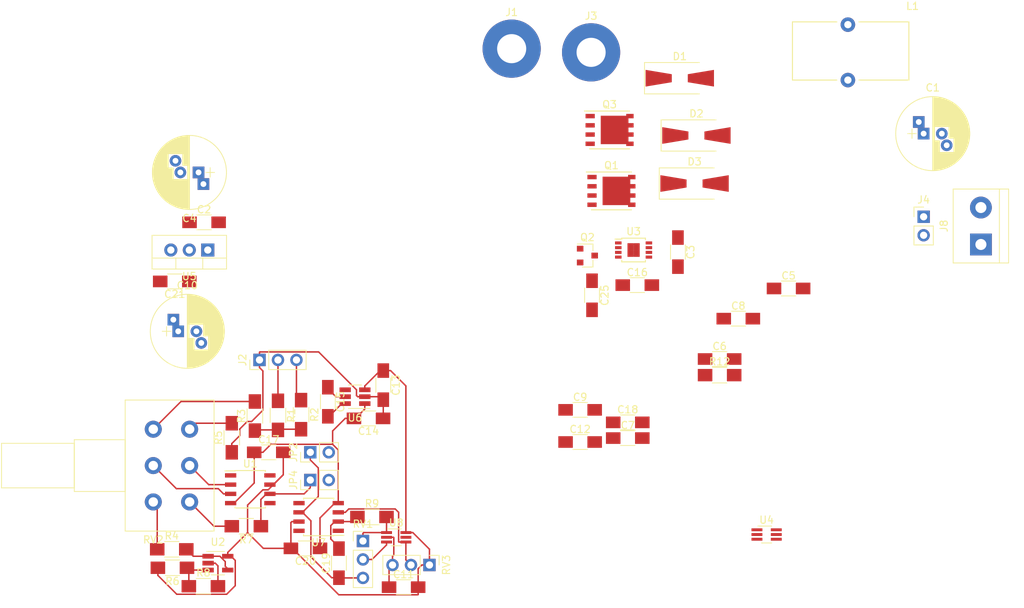
<source format=kicad_pcb>
(kicad_pcb (version 20171130) (host pcbnew "(5.0.2)-1")

  (general
    (thickness 1.6)
    (drawings 0)
    (tracks 173)
    (zones 0)
    (modules 57)
    (nets 34)
  )

  (page A4)
  (layers
    (0 F.Cu signal)
    (31 B.Cu signal)
    (32 B.Adhes user)
    (33 F.Adhes user)
    (34 B.Paste user)
    (35 F.Paste user)
    (36 B.SilkS user)
    (37 F.SilkS user)
    (38 B.Mask user)
    (39 F.Mask user)
    (40 Dwgs.User user)
    (41 Cmts.User user)
    (42 Eco1.User user)
    (43 Eco2.User user)
    (44 Edge.Cuts user)
    (45 Margin user)
    (46 B.CrtYd user)
    (47 F.CrtYd user)
    (48 B.Fab user)
    (49 F.Fab user)
  )

  (setup
    (last_trace_width 0.2)
    (trace_clearance 0.15)
    (zone_clearance 0.508)
    (zone_45_only no)
    (trace_min 0.2)
    (segment_width 0.2)
    (edge_width 0.15)
    (via_size 0.8)
    (via_drill 0.4)
    (via_min_size 0.4)
    (via_min_drill 0.3)
    (uvia_size 0.3)
    (uvia_drill 0.1)
    (uvias_allowed no)
    (uvia_min_size 0.2)
    (uvia_min_drill 0.1)
    (pcb_text_width 0.3)
    (pcb_text_size 1.5 1.5)
    (mod_edge_width 0.15)
    (mod_text_size 0.000001 0.000001)
    (mod_text_width 0.15)
    (pad_size 1.4 1.4)
    (pad_drill 0.6)
    (pad_to_mask_clearance 0.051)
    (solder_mask_min_width 0.25)
    (aux_axis_origin 0 0)
    (visible_elements FFFFFF7F)
    (pcbplotparams
      (layerselection 0x010fc_ffffffff)
      (usegerberextensions false)
      (usegerberattributes false)
      (usegerberadvancedattributes false)
      (creategerberjobfile false)
      (excludeedgelayer true)
      (linewidth 0.100000)
      (plotframeref false)
      (viasonmask false)
      (mode 1)
      (useauxorigin false)
      (hpglpennumber 1)
      (hpglpenspeed 20)
      (hpglpendiameter 15.000000)
      (psnegative false)
      (psa4output false)
      (plotreference true)
      (plotvalue true)
      (plotinvisibletext false)
      (padsonsilk false)
      (subtractmaskfromsilk false)
      (outputformat 1)
      (mirror false)
      (drillshape 1)
      (scaleselection 1)
      (outputdirectory ""))
  )

  (net 0 "")
  (net 1 "Net-(C1-Pad2)")
  (net 2 "Net-(C1-Pad1)")
  (net 3 GND)
  (net 4 VCC)
  (net 5 "Net-(C3-Pad1)")
  (net 6 "Net-(C3-Pad2)")
  (net 7 +5V)
  (net 8 -5V)
  (net 9 "Net-(C15-Pad1)")
  (net 10 "Net-(C15-Pad2)")
  (net 11 "Net-(C19-Pad1)")
  (net 12 "Net-(C19-Pad2)")
  (net 13 "Net-(J2-Pad3)")
  (net 14 "Net-(J2-Pad2)")
  (net 15 /sawtooth)
  (net 16 /audio)
  (net 17 "Net-(JP4-Pad1)")
  (net 18 "Net-(Q1-Pad4)")
  (net 19 "Net-(Q2-Pad3)")
  (net 20 "Net-(Q2-Pad1)")
  (net 21 "Net-(Q3-Pad4)")
  (net 22 /audio_in)
  (net 23 "Net-(R3-Pad2)")
  (net 24 "Net-(R4-Pad2)")
  (net 25 "Net-(R4-Pad1)")
  (net 26 "Net-(R5-Pad2)")
  (net 27 "Net-(R6-Pad1)")
  (net 28 "Net-(R7-Pad2)")
  (net 29 "Net-(R9-Pad2)")
  (net 30 "Net-(RV1-Pad2)")
  (net 31 "Net-(RV2-Pad5)")
  (net 32 "Net-(RV2-Pad2)")
  (net 33 "Net-(RV3-Pad2)")

  (net_class Default "This is the default net class."
    (clearance 0.15)
    (trace_width 0.2)
    (via_dia 0.8)
    (via_drill 0.4)
    (uvia_dia 0.3)
    (uvia_drill 0.1)
    (add_net +5V)
    (add_net -5V)
    (add_net /audio)
    (add_net /audio_in)
    (add_net /sawtooth)
    (add_net GND)
    (add_net "Net-(C1-Pad1)")
    (add_net "Net-(C1-Pad2)")
    (add_net "Net-(C15-Pad1)")
    (add_net "Net-(C15-Pad2)")
    (add_net "Net-(C19-Pad1)")
    (add_net "Net-(C19-Pad2)")
    (add_net "Net-(C3-Pad1)")
    (add_net "Net-(C3-Pad2)")
    (add_net "Net-(J2-Pad2)")
    (add_net "Net-(J2-Pad3)")
    (add_net "Net-(JP4-Pad1)")
    (add_net "Net-(Q1-Pad4)")
    (add_net "Net-(Q2-Pad1)")
    (add_net "Net-(Q2-Pad3)")
    (add_net "Net-(Q3-Pad4)")
    (add_net "Net-(R3-Pad2)")
    (add_net "Net-(R4-Pad1)")
    (add_net "Net-(R4-Pad2)")
    (add_net "Net-(R5-Pad2)")
    (add_net "Net-(R6-Pad1)")
    (add_net "Net-(R7-Pad2)")
    (add_net "Net-(R9-Pad2)")
    (add_net "Net-(RV1-Pad2)")
    (add_net "Net-(RV2-Pad2)")
    (add_net "Net-(RV2-Pad5)")
    (add_net "Net-(RV3-Pad2)")
    (add_net VCC)
  )

  (module Capacitors_ThroughHole:CP_Radial_D10.0mm_P2.50mm_P5.00mm (layer F.Cu) (tedit 597BC7C2) (tstamp 5CA888BD)
    (at 137.668 29.21)
    (descr "CP, Radial series, Radial, pin pitch=2.50mm 5.00mm, , diameter=10mm, Electrolytic Capacitor")
    (tags "CP Radial series Radial pin pitch 2.50mm 5.00mm  diameter 10mm Electrolytic Capacitor")
    (path /5CAB045E)
    (fp_text reference C1 (at 1.25 -6.31) (layer F.SilkS)
      (effects (font (size 1 1) (thickness 0.15)))
    )
    (fp_text value large (at 1.25 6.31) (layer F.Fab)
      (effects (font (size 1 1) (thickness 0.15)))
    )
    (fp_text user %R (at 1.25 0) (layer F.Fab)
      (effects (font (size 1 1) (thickness 0.15)))
    )
    (fp_line (start 6.6 -5.35) (end -4.1 -5.35) (layer F.CrtYd) (width 0.05))
    (fp_line (start 6.6 5.35) (end 6.6 -5.35) (layer F.CrtYd) (width 0.05))
    (fp_line (start -4.1 5.35) (end 6.6 5.35) (layer F.CrtYd) (width 0.05))
    (fp_line (start -4.1 -5.35) (end -4.1 5.35) (layer F.CrtYd) (width 0.05))
    (fp_line (start -1.6 -0.65) (end -1.6 0.65) (layer F.SilkS) (width 0.12))
    (fp_line (start -2.2 0) (end -1 0) (layer F.SilkS) (width 0.12))
    (fp_line (start 6.331 -0.279) (end 6.331 0.279) (layer F.SilkS) (width 0.12))
    (fp_line (start 6.291 -0.672) (end 6.291 0.672) (layer F.SilkS) (width 0.12))
    (fp_line (start 6.251 -0.913) (end 6.251 0.913) (layer F.SilkS) (width 0.12))
    (fp_line (start 6.211 -1.104) (end 6.211 1.104) (layer F.SilkS) (width 0.12))
    (fp_line (start 6.171 -1.265) (end 6.171 1.265) (layer F.SilkS) (width 0.12))
    (fp_line (start 6.131 -1.407) (end 6.131 1.407) (layer F.SilkS) (width 0.12))
    (fp_line (start 6.091 -1.536) (end 6.091 1.536) (layer F.SilkS) (width 0.12))
    (fp_line (start 6.051 -1.654) (end 6.051 1.654) (layer F.SilkS) (width 0.12))
    (fp_line (start 6.011 -1.763) (end 6.011 1.763) (layer F.SilkS) (width 0.12))
    (fp_line (start 5.971 -1.866) (end 5.971 1.866) (layer F.SilkS) (width 0.12))
    (fp_line (start 5.931 -1.962) (end 5.931 1.962) (layer F.SilkS) (width 0.12))
    (fp_line (start 5.891 -2.053) (end 5.891 2.053) (layer F.SilkS) (width 0.12))
    (fp_line (start 5.851 -2.14) (end 5.851 2.14) (layer F.SilkS) (width 0.12))
    (fp_line (start 5.811 -2.222) (end 5.811 2.222) (layer F.SilkS) (width 0.12))
    (fp_line (start 5.771 -2.301) (end 5.771 2.301) (layer F.SilkS) (width 0.12))
    (fp_line (start 5.731 -2.377) (end 5.731 2.377) (layer F.SilkS) (width 0.12))
    (fp_line (start 5.691 -2.449) (end 5.691 2.449) (layer F.SilkS) (width 0.12))
    (fp_line (start 5.651 -2.519) (end 5.651 2.519) (layer F.SilkS) (width 0.12))
    (fp_line (start 5.611 -2.587) (end 5.611 2.587) (layer F.SilkS) (width 0.12))
    (fp_line (start 5.571 -2.652) (end 5.571 2.652) (layer F.SilkS) (width 0.12))
    (fp_line (start 5.531 -2.715) (end 5.531 2.715) (layer F.SilkS) (width 0.12))
    (fp_line (start 5.491 -2.777) (end 5.491 2.777) (layer F.SilkS) (width 0.12))
    (fp_line (start 5.451 -2.836) (end 5.451 2.836) (layer F.SilkS) (width 0.12))
    (fp_line (start 5.411 -2.894) (end 5.411 2.894) (layer F.SilkS) (width 0.12))
    (fp_line (start 5.371 -2.949) (end 5.371 2.949) (layer F.SilkS) (width 0.12))
    (fp_line (start 5.331 -3.004) (end 5.331 3.004) (layer F.SilkS) (width 0.12))
    (fp_line (start 5.291 -3.057) (end 5.291 3.057) (layer F.SilkS) (width 0.12))
    (fp_line (start 5.251 -3.108) (end 5.251 3.108) (layer F.SilkS) (width 0.12))
    (fp_line (start 5.211 -3.158) (end 5.211 3.158) (layer F.SilkS) (width 0.12))
    (fp_line (start 5.171 -3.207) (end 5.171 3.207) (layer F.SilkS) (width 0.12))
    (fp_line (start 5.131 -3.255) (end 5.131 3.255) (layer F.SilkS) (width 0.12))
    (fp_line (start 5.091 -3.302) (end 5.091 3.302) (layer F.SilkS) (width 0.12))
    (fp_line (start 5.051 -3.347) (end 5.051 3.347) (layer F.SilkS) (width 0.12))
    (fp_line (start 5.011 -3.391) (end 5.011 3.391) (layer F.SilkS) (width 0.12))
    (fp_line (start 4.971 -3.435) (end 4.971 3.435) (layer F.SilkS) (width 0.12))
    (fp_line (start 4.931 -3.477) (end 4.931 3.477) (layer F.SilkS) (width 0.12))
    (fp_line (start 4.891 -3.518) (end 4.891 3.518) (layer F.SilkS) (width 0.12))
    (fp_line (start 4.851 -3.559) (end 4.851 3.559) (layer F.SilkS) (width 0.12))
    (fp_line (start 4.811 -3.598) (end 4.811 3.598) (layer F.SilkS) (width 0.12))
    (fp_line (start 4.771 -3.637) (end 4.771 3.637) (layer F.SilkS) (width 0.12))
    (fp_line (start 4.731 -3.675) (end 4.731 3.675) (layer F.SilkS) (width 0.12))
    (fp_line (start 4.691 -3.712) (end 4.691 3.712) (layer F.SilkS) (width 0.12))
    (fp_line (start 4.651 -3.748) (end 4.651 3.748) (layer F.SilkS) (width 0.12))
    (fp_line (start 4.611 -3.784) (end 4.611 3.784) (layer F.SilkS) (width 0.12))
    (fp_line (start 4.571 -3.819) (end 4.571 3.819) (layer F.SilkS) (width 0.12))
    (fp_line (start 4.531 -3.853) (end 4.531 3.853) (layer F.SilkS) (width 0.12))
    (fp_line (start 4.491 -3.886) (end 4.491 3.886) (layer F.SilkS) (width 0.12))
    (fp_line (start 4.451 -3.919) (end 4.451 3.919) (layer F.SilkS) (width 0.12))
    (fp_line (start 4.411 -3.951) (end 4.411 3.951) (layer F.SilkS) (width 0.12))
    (fp_line (start 4.371 -3.982) (end 4.371 3.982) (layer F.SilkS) (width 0.12))
    (fp_line (start 4.331 -4.013) (end 4.331 4.013) (layer F.SilkS) (width 0.12))
    (fp_line (start 4.291 -4.043) (end 4.291 4.043) (layer F.SilkS) (width 0.12))
    (fp_line (start 4.251 -4.072) (end 4.251 4.072) (layer F.SilkS) (width 0.12))
    (fp_line (start 4.211 -4.101) (end 4.211 4.101) (layer F.SilkS) (width 0.12))
    (fp_line (start 4.171 -4.13) (end 4.171 4.13) (layer F.SilkS) (width 0.12))
    (fp_line (start 4.131 2.58) (end 4.131 4.157) (layer F.SilkS) (width 0.12))
    (fp_line (start 4.131 -4.157) (end 4.131 0.621) (layer F.SilkS) (width 0.12))
    (fp_line (start 4.091 2.58) (end 4.091 4.185) (layer F.SilkS) (width 0.12))
    (fp_line (start 4.091 -4.185) (end 4.091 0.621) (layer F.SilkS) (width 0.12))
    (fp_line (start 4.051 2.58) (end 4.051 4.211) (layer F.SilkS) (width 0.12))
    (fp_line (start 4.051 -4.211) (end 4.051 0.621) (layer F.SilkS) (width 0.12))
    (fp_line (start 4.011 2.58) (end 4.011 4.237) (layer F.SilkS) (width 0.12))
    (fp_line (start 4.011 -4.237) (end 4.011 0.621) (layer F.SilkS) (width 0.12))
    (fp_line (start 3.971 2.58) (end 3.971 4.263) (layer F.SilkS) (width 0.12))
    (fp_line (start 3.971 -4.263) (end 3.971 0.621) (layer F.SilkS) (width 0.12))
    (fp_line (start 3.931 2.58) (end 3.931 4.288) (layer F.SilkS) (width 0.12))
    (fp_line (start 3.931 -4.288) (end 3.931 0.621) (layer F.SilkS) (width 0.12))
    (fp_line (start 3.891 2.58) (end 3.891 4.312) (layer F.SilkS) (width 0.12))
    (fp_line (start 3.891 -4.312) (end 3.891 0.621) (layer F.SilkS) (width 0.12))
    (fp_line (start 3.851 2.58) (end 3.851 4.336) (layer F.SilkS) (width 0.12))
    (fp_line (start 3.851 -4.336) (end 3.851 0.621) (layer F.SilkS) (width 0.12))
    (fp_line (start 3.811 2.58) (end 3.811 4.36) (layer F.SilkS) (width 0.12))
    (fp_line (start 3.811 -4.36) (end 3.811 0.621) (layer F.SilkS) (width 0.12))
    (fp_line (start 3.771 2.58) (end 3.771 4.383) (layer F.SilkS) (width 0.12))
    (fp_line (start 3.771 -4.383) (end 3.771 0.621) (layer F.SilkS) (width 0.12))
    (fp_line (start 3.731 2.58) (end 3.731 4.405) (layer F.SilkS) (width 0.12))
    (fp_line (start 3.731 -4.405) (end 3.731 0.621) (layer F.SilkS) (width 0.12))
    (fp_line (start 3.691 2.58) (end 3.691 4.428) (layer F.SilkS) (width 0.12))
    (fp_line (start 3.691 -4.428) (end 3.691 0.621) (layer F.SilkS) (width 0.12))
    (fp_line (start 3.651 2.58) (end 3.651 4.449) (layer F.SilkS) (width 0.12))
    (fp_line (start 3.651 -4.449) (end 3.651 0.621) (layer F.SilkS) (width 0.12))
    (fp_line (start 3.611 2.58) (end 3.611 4.47) (layer F.SilkS) (width 0.12))
    (fp_line (start 3.611 -4.47) (end 3.611 0.621) (layer F.SilkS) (width 0.12))
    (fp_line (start 3.571 2.58) (end 3.571 4.491) (layer F.SilkS) (width 0.12))
    (fp_line (start 3.571 -4.491) (end 3.571 0.621) (layer F.SilkS) (width 0.12))
    (fp_line (start 3.531 2.58) (end 3.531 4.511) (layer F.SilkS) (width 0.12))
    (fp_line (start 3.531 -4.511) (end 3.531 0.621) (layer F.SilkS) (width 0.12))
    (fp_line (start 3.491 2.58) (end 3.491 4.531) (layer F.SilkS) (width 0.12))
    (fp_line (start 3.491 -4.531) (end 3.491 0.621) (layer F.SilkS) (width 0.12))
    (fp_line (start 3.451 2.58) (end 3.451 4.55) (layer F.SilkS) (width 0.12))
    (fp_line (start 3.451 -4.55) (end 3.451 -0.98) (layer F.SilkS) (width 0.12))
    (fp_line (start 3.411 2.58) (end 3.411 4.569) (layer F.SilkS) (width 0.12))
    (fp_line (start 3.411 -4.569) (end 3.411 -0.98) (layer F.SilkS) (width 0.12))
    (fp_line (start 3.371 2.58) (end 3.371 4.588) (layer F.SilkS) (width 0.12))
    (fp_line (start 3.371 -4.588) (end 3.371 -0.98) (layer F.SilkS) (width 0.12))
    (fp_line (start 3.331 2.58) (end 3.331 4.606) (layer F.SilkS) (width 0.12))
    (fp_line (start 3.331 -4.606) (end 3.331 -0.98) (layer F.SilkS) (width 0.12))
    (fp_line (start 3.291 2.58) (end 3.291 4.624) (layer F.SilkS) (width 0.12))
    (fp_line (start 3.291 -4.624) (end 3.291 -0.98) (layer F.SilkS) (width 0.12))
    (fp_line (start 3.251 2.58) (end 3.251 4.641) (layer F.SilkS) (width 0.12))
    (fp_line (start 3.251 -4.641) (end 3.251 -0.98) (layer F.SilkS) (width 0.12))
    (fp_line (start 3.211 2.58) (end 3.211 4.658) (layer F.SilkS) (width 0.12))
    (fp_line (start 3.211 -4.658) (end 3.211 -0.98) (layer F.SilkS) (width 0.12))
    (fp_line (start 3.171 2.58) (end 3.171 4.674) (layer F.SilkS) (width 0.12))
    (fp_line (start 3.171 -4.674) (end 3.171 -0.98) (layer F.SilkS) (width 0.12))
    (fp_line (start 3.131 2.58) (end 3.131 4.691) (layer F.SilkS) (width 0.12))
    (fp_line (start 3.131 -4.691) (end 3.131 -0.98) (layer F.SilkS) (width 0.12))
    (fp_line (start 3.091 2.58) (end 3.091 4.706) (layer F.SilkS) (width 0.12))
    (fp_line (start 3.091 -4.706) (end 3.091 -0.98) (layer F.SilkS) (width 0.12))
    (fp_line (start 3.051 2.58) (end 3.051 4.722) (layer F.SilkS) (width 0.12))
    (fp_line (start 3.051 -4.722) (end 3.051 -0.98) (layer F.SilkS) (width 0.12))
    (fp_line (start 3.011 2.58) (end 3.011 4.737) (layer F.SilkS) (width 0.12))
    (fp_line (start 3.011 -4.737) (end 3.011 -0.98) (layer F.SilkS) (width 0.12))
    (fp_line (start 2.971 2.58) (end 2.971 4.751) (layer F.SilkS) (width 0.12))
    (fp_line (start 2.971 -4.751) (end 2.971 -0.98) (layer F.SilkS) (width 0.12))
    (fp_line (start 2.931 2.58) (end 2.931 4.765) (layer F.SilkS) (width 0.12))
    (fp_line (start 2.931 -4.765) (end 2.931 -0.98) (layer F.SilkS) (width 0.12))
    (fp_line (start 2.891 2.58) (end 2.891 4.779) (layer F.SilkS) (width 0.12))
    (fp_line (start 2.891 -4.779) (end 2.891 -0.98) (layer F.SilkS) (width 0.12))
    (fp_line (start 2.851 2.58) (end 2.851 4.792) (layer F.SilkS) (width 0.12))
    (fp_line (start 2.851 -4.792) (end 2.851 -0.98) (layer F.SilkS) (width 0.12))
    (fp_line (start 2.811 2.58) (end 2.811 4.806) (layer F.SilkS) (width 0.12))
    (fp_line (start 2.811 -4.806) (end 2.811 -0.98) (layer F.SilkS) (width 0.12))
    (fp_line (start 2.771 2.58) (end 2.771 4.818) (layer F.SilkS) (width 0.12))
    (fp_line (start 2.771 -4.818) (end 2.771 -0.98) (layer F.SilkS) (width 0.12))
    (fp_line (start 2.731 2.58) (end 2.731 4.831) (layer F.SilkS) (width 0.12))
    (fp_line (start 2.731 -4.831) (end 2.731 -0.98) (layer F.SilkS) (width 0.12))
    (fp_line (start 2.691 2.58) (end 2.691 4.843) (layer F.SilkS) (width 0.12))
    (fp_line (start 2.691 -4.843) (end 2.691 -0.98) (layer F.SilkS) (width 0.12))
    (fp_line (start 2.651 2.58) (end 2.651 4.854) (layer F.SilkS) (width 0.12))
    (fp_line (start 2.651 -4.854) (end 2.651 -0.98) (layer F.SilkS) (width 0.12))
    (fp_line (start 2.611 2.58) (end 2.611 4.865) (layer F.SilkS) (width 0.12))
    (fp_line (start 2.611 -4.865) (end 2.611 -0.98) (layer F.SilkS) (width 0.12))
    (fp_line (start 2.571 2.58) (end 2.571 4.876) (layer F.SilkS) (width 0.12))
    (fp_line (start 2.571 -4.876) (end 2.571 -0.98) (layer F.SilkS) (width 0.12))
    (fp_line (start 2.531 2.58) (end 2.531 4.887) (layer F.SilkS) (width 0.12))
    (fp_line (start 2.531 -4.887) (end 2.531 -0.98) (layer F.SilkS) (width 0.12))
    (fp_line (start 2.491 2.58) (end 2.491 4.897) (layer F.SilkS) (width 0.12))
    (fp_line (start 2.491 -4.897) (end 2.491 -0.98) (layer F.SilkS) (width 0.12))
    (fp_line (start 2.451 2.58) (end 2.451 4.907) (layer F.SilkS) (width 0.12))
    (fp_line (start 2.451 -4.907) (end 2.451 -0.98) (layer F.SilkS) (width 0.12))
    (fp_line (start 2.411 2.58) (end 2.411 4.917) (layer F.SilkS) (width 0.12))
    (fp_line (start 2.411 -4.917) (end 2.411 -0.98) (layer F.SilkS) (width 0.12))
    (fp_line (start 2.371 2.58) (end 2.371 4.926) (layer F.SilkS) (width 0.12))
    (fp_line (start 2.371 -4.926) (end 2.371 -0.98) (layer F.SilkS) (width 0.12))
    (fp_line (start 2.331 2.58) (end 2.331 4.935) (layer F.SilkS) (width 0.12))
    (fp_line (start 2.331 -4.935) (end 2.331 -0.98) (layer F.SilkS) (width 0.12))
    (fp_line (start 2.291 2.58) (end 2.291 4.943) (layer F.SilkS) (width 0.12))
    (fp_line (start 2.291 -4.943) (end 2.291 -0.98) (layer F.SilkS) (width 0.12))
    (fp_line (start 2.251 2.58) (end 2.251 4.951) (layer F.SilkS) (width 0.12))
    (fp_line (start 2.251 -4.951) (end 2.251 -0.98) (layer F.SilkS) (width 0.12))
    (fp_line (start 2.211 2.58) (end 2.211 4.959) (layer F.SilkS) (width 0.12))
    (fp_line (start 2.211 -4.959) (end 2.211 -0.98) (layer F.SilkS) (width 0.12))
    (fp_line (start 2.171 0.98) (end 2.171 4.967) (layer F.SilkS) (width 0.12))
    (fp_line (start 2.171 -4.967) (end 2.171 -0.98) (layer F.SilkS) (width 0.12))
    (fp_line (start 2.131 0.98) (end 2.131 4.974) (layer F.SilkS) (width 0.12))
    (fp_line (start 2.131 -4.974) (end 2.131 -0.98) (layer F.SilkS) (width 0.12))
    (fp_line (start 2.091 0.98) (end 2.091 4.981) (layer F.SilkS) (width 0.12))
    (fp_line (start 2.091 -4.981) (end 2.091 -0.98) (layer F.SilkS) (width 0.12))
    (fp_line (start 2.051 0.98) (end 2.051 4.987) (layer F.SilkS) (width 0.12))
    (fp_line (start 2.051 -4.987) (end 2.051 -0.98) (layer F.SilkS) (width 0.12))
    (fp_line (start 2.011 0.98) (end 2.011 4.993) (layer F.SilkS) (width 0.12))
    (fp_line (start 2.011 -4.993) (end 2.011 -0.98) (layer F.SilkS) (width 0.12))
    (fp_line (start 1.971 0.98) (end 1.971 4.999) (layer F.SilkS) (width 0.12))
    (fp_line (start 1.971 -4.999) (end 1.971 -0.98) (layer F.SilkS) (width 0.12))
    (fp_line (start 1.93 0.98) (end 1.93 5.005) (layer F.SilkS) (width 0.12))
    (fp_line (start 1.93 -5.005) (end 1.93 -0.98) (layer F.SilkS) (width 0.12))
    (fp_line (start 1.89 0.98) (end 1.89 5.01) (layer F.SilkS) (width 0.12))
    (fp_line (start 1.89 -5.01) (end 1.89 -0.98) (layer F.SilkS) (width 0.12))
    (fp_line (start 1.85 0.98) (end 1.85 5.015) (layer F.SilkS) (width 0.12))
    (fp_line (start 1.85 -5.015) (end 1.85 -0.98) (layer F.SilkS) (width 0.12))
    (fp_line (start 1.81 0.98) (end 1.81 5.02) (layer F.SilkS) (width 0.12))
    (fp_line (start 1.81 -5.02) (end 1.81 -0.98) (layer F.SilkS) (width 0.12))
    (fp_line (start 1.77 0.98) (end 1.77 5.024) (layer F.SilkS) (width 0.12))
    (fp_line (start 1.77 -5.024) (end 1.77 -0.98) (layer F.SilkS) (width 0.12))
    (fp_line (start 1.73 0.98) (end 1.73 5.028) (layer F.SilkS) (width 0.12))
    (fp_line (start 1.73 -5.028) (end 1.73 -0.98) (layer F.SilkS) (width 0.12))
    (fp_line (start 1.69 0.98) (end 1.69 5.031) (layer F.SilkS) (width 0.12))
    (fp_line (start 1.69 -5.031) (end 1.69 -0.98) (layer F.SilkS) (width 0.12))
    (fp_line (start 1.65 0.98) (end 1.65 5.035) (layer F.SilkS) (width 0.12))
    (fp_line (start 1.65 -5.035) (end 1.65 -0.98) (layer F.SilkS) (width 0.12))
    (fp_line (start 1.61 0.98) (end 1.61 5.038) (layer F.SilkS) (width 0.12))
    (fp_line (start 1.61 -5.038) (end 1.61 -0.98) (layer F.SilkS) (width 0.12))
    (fp_line (start 1.57 0.98) (end 1.57 5.04) (layer F.SilkS) (width 0.12))
    (fp_line (start 1.57 -5.04) (end 1.57 -0.98) (layer F.SilkS) (width 0.12))
    (fp_line (start 1.53 0.98) (end 1.53 5.043) (layer F.SilkS) (width 0.12))
    (fp_line (start 1.53 -5.043) (end 1.53 -0.98) (layer F.SilkS) (width 0.12))
    (fp_line (start 1.49 -5.045) (end 1.49 5.045) (layer F.SilkS) (width 0.12))
    (fp_line (start 1.45 -5.047) (end 1.45 5.047) (layer F.SilkS) (width 0.12))
    (fp_line (start 1.41 -5.048) (end 1.41 5.048) (layer F.SilkS) (width 0.12))
    (fp_line (start 1.37 -5.049) (end 1.37 5.049) (layer F.SilkS) (width 0.12))
    (fp_line (start 1.33 -5.05) (end 1.33 5.05) (layer F.SilkS) (width 0.12))
    (fp_line (start 1.29 -5.05) (end 1.29 5.05) (layer F.SilkS) (width 0.12))
    (fp_line (start 1.25 -5.05) (end 1.25 5.05) (layer F.SilkS) (width 0.12))
    (fp_line (start -1.6 -0.65) (end -1.6 0.65) (layer F.Fab) (width 0.1))
    (fp_line (start -2.2 0) (end -1 0) (layer F.Fab) (width 0.1))
    (fp_circle (center 1.25 0) (end 6.34 0) (layer F.SilkS) (width 0.12))
    (fp_circle (center 1.25 0) (end 6.25 0) (layer F.Fab) (width 0.1))
    (pad 2 thru_hole circle (at 3.170937 1.6) (size 1.6 1.6) (drill 0.8) (layers *.Cu *.Mask)
      (net 1 "Net-(C1-Pad2)"))
    (pad 1 thru_hole rect (at -0.670937 -1.6) (size 1.6 1.6) (drill 0.8) (layers *.Cu *.Mask)
      (net 2 "Net-(C1-Pad1)"))
    (pad 2 thru_hole circle (at 2.5 0) (size 1.6 1.6) (drill 0.8) (layers *.Cu *.Mask)
      (net 1 "Net-(C1-Pad2)"))
    (pad 1 thru_hole rect (at 0 0) (size 1.6 1.6) (drill 0.8) (layers *.Cu *.Mask)
      (net 2 "Net-(C1-Pad1)"))
    (model ${KISYS3DMOD}/Capacitors_THT.3dshapes/CP_Radial_D10.0mm_P2.50mm_P5.00mm.wrl
      (at (xyz 0 0 0))
      (scale (xyz 1 1 1))
      (rotate (xyz 0 0 0))
    )
  )

  (module Capacitors_SMD:C_1206_HandSoldering (layer F.Cu) (tedit 58AA84D1) (tstamp 5CA888CE)
    (at 38.735 41.402)
    (descr "Capacitor SMD 1206, hand soldering")
    (tags "capacitor 1206")
    (path /5CC4457A)
    (attr smd)
    (fp_text reference C2 (at 0 -1.75) (layer F.SilkS)
      (effects (font (size 1 1) (thickness 0.15)))
    )
    (fp_text value 100nF (at 0 2) (layer F.Fab)
      (effects (font (size 1 1) (thickness 0.15)))
    )
    (fp_text user %R (at 0 -1.75) (layer F.Fab)
      (effects (font (size 1 1) (thickness 0.15)))
    )
    (fp_line (start -1.6 0.8) (end -1.6 -0.8) (layer F.Fab) (width 0.1))
    (fp_line (start 1.6 0.8) (end -1.6 0.8) (layer F.Fab) (width 0.1))
    (fp_line (start 1.6 -0.8) (end 1.6 0.8) (layer F.Fab) (width 0.1))
    (fp_line (start -1.6 -0.8) (end 1.6 -0.8) (layer F.Fab) (width 0.1))
    (fp_line (start 1 -1.02) (end -1 -1.02) (layer F.SilkS) (width 0.12))
    (fp_line (start -1 1.02) (end 1 1.02) (layer F.SilkS) (width 0.12))
    (fp_line (start -3.25 -1.05) (end 3.25 -1.05) (layer F.CrtYd) (width 0.05))
    (fp_line (start -3.25 -1.05) (end -3.25 1.05) (layer F.CrtYd) (width 0.05))
    (fp_line (start 3.25 1.05) (end 3.25 -1.05) (layer F.CrtYd) (width 0.05))
    (fp_line (start 3.25 1.05) (end -3.25 1.05) (layer F.CrtYd) (width 0.05))
    (pad 1 smd rect (at -2 0) (size 2 1.6) (layers F.Cu F.Paste F.Mask)
      (net 3 GND))
    (pad 2 smd rect (at 2 0) (size 2 1.6) (layers F.Cu F.Paste F.Mask)
      (net 4 VCC))
    (model Capacitors_SMD.3dshapes/C_1206.wrl
      (at (xyz 0 0 0))
      (scale (xyz 1 1 1))
      (rotate (xyz 0 0 0))
    )
  )

  (module Capacitors_SMD:C_1206_HandSoldering (layer F.Cu) (tedit 58AA84D1) (tstamp 5CA888DF)
    (at 103.886 45.498 270)
    (descr "Capacitor SMD 1206, hand soldering")
    (tags "capacitor 1206")
    (path /5CC01097)
    (attr smd)
    (fp_text reference C3 (at 0 -1.75 270) (layer F.SilkS)
      (effects (font (size 1 1) (thickness 0.15)))
    )
    (fp_text value 100uF (at 0 2 270) (layer F.Fab)
      (effects (font (size 1 1) (thickness 0.15)))
    )
    (fp_text user %R (at 0 -1.75 270) (layer F.Fab)
      (effects (font (size 1 1) (thickness 0.15)))
    )
    (fp_line (start -1.6 0.8) (end -1.6 -0.8) (layer F.Fab) (width 0.1))
    (fp_line (start 1.6 0.8) (end -1.6 0.8) (layer F.Fab) (width 0.1))
    (fp_line (start 1.6 -0.8) (end 1.6 0.8) (layer F.Fab) (width 0.1))
    (fp_line (start -1.6 -0.8) (end 1.6 -0.8) (layer F.Fab) (width 0.1))
    (fp_line (start 1 -1.02) (end -1 -1.02) (layer F.SilkS) (width 0.12))
    (fp_line (start -1 1.02) (end 1 1.02) (layer F.SilkS) (width 0.12))
    (fp_line (start -3.25 -1.05) (end 3.25 -1.05) (layer F.CrtYd) (width 0.05))
    (fp_line (start -3.25 -1.05) (end -3.25 1.05) (layer F.CrtYd) (width 0.05))
    (fp_line (start 3.25 1.05) (end 3.25 -1.05) (layer F.CrtYd) (width 0.05))
    (fp_line (start 3.25 1.05) (end -3.25 1.05) (layer F.CrtYd) (width 0.05))
    (pad 1 smd rect (at -2 0 270) (size 2 1.6) (layers F.Cu F.Paste F.Mask)
      (net 5 "Net-(C3-Pad1)"))
    (pad 2 smd rect (at 2 0 270) (size 2 1.6) (layers F.Cu F.Paste F.Mask)
      (net 6 "Net-(C3-Pad2)"))
    (model Capacitors_SMD.3dshapes/C_1206.wrl
      (at (xyz 0 0 0))
      (scale (xyz 1 1 1))
      (rotate (xyz 0 0 0))
    )
  )

  (module Capacitors_ThroughHole:CP_Radial_D10.0mm_P2.50mm_P5.00mm (layer F.Cu) (tedit 597BC7C2) (tstamp 5CA9543F)
    (at 37.973 34.544 180)
    (descr "CP, Radial series, Radial, pin pitch=2.50mm 5.00mm, , diameter=10mm, Electrolytic Capacitor")
    (tags "CP Radial series Radial pin pitch 2.50mm 5.00mm  diameter 10mm Electrolytic Capacitor")
    (path /5CC26C9E)
    (fp_text reference C4 (at 1.25 -6.31 180) (layer F.SilkS)
      (effects (font (size 1 1) (thickness 0.15)))
    )
    (fp_text value large (at 1.25 6.31 180) (layer F.Fab)
      (effects (font (size 1 1) (thickness 0.15)))
    )
    (fp_text user %R (at 1.25 0 180) (layer F.Fab)
      (effects (font (size 1 1) (thickness 0.15)))
    )
    (fp_line (start 6.6 -5.35) (end -4.1 -5.35) (layer F.CrtYd) (width 0.05))
    (fp_line (start 6.6 5.35) (end 6.6 -5.35) (layer F.CrtYd) (width 0.05))
    (fp_line (start -4.1 5.35) (end 6.6 5.35) (layer F.CrtYd) (width 0.05))
    (fp_line (start -4.1 -5.35) (end -4.1 5.35) (layer F.CrtYd) (width 0.05))
    (fp_line (start -1.6 -0.65) (end -1.6 0.65) (layer F.SilkS) (width 0.12))
    (fp_line (start -2.2 0) (end -1 0) (layer F.SilkS) (width 0.12))
    (fp_line (start 6.331 -0.279) (end 6.331 0.279) (layer F.SilkS) (width 0.12))
    (fp_line (start 6.291 -0.672) (end 6.291 0.672) (layer F.SilkS) (width 0.12))
    (fp_line (start 6.251 -0.913) (end 6.251 0.913) (layer F.SilkS) (width 0.12))
    (fp_line (start 6.211 -1.104) (end 6.211 1.104) (layer F.SilkS) (width 0.12))
    (fp_line (start 6.171 -1.265) (end 6.171 1.265) (layer F.SilkS) (width 0.12))
    (fp_line (start 6.131 -1.407) (end 6.131 1.407) (layer F.SilkS) (width 0.12))
    (fp_line (start 6.091 -1.536) (end 6.091 1.536) (layer F.SilkS) (width 0.12))
    (fp_line (start 6.051 -1.654) (end 6.051 1.654) (layer F.SilkS) (width 0.12))
    (fp_line (start 6.011 -1.763) (end 6.011 1.763) (layer F.SilkS) (width 0.12))
    (fp_line (start 5.971 -1.866) (end 5.971 1.866) (layer F.SilkS) (width 0.12))
    (fp_line (start 5.931 -1.962) (end 5.931 1.962) (layer F.SilkS) (width 0.12))
    (fp_line (start 5.891 -2.053) (end 5.891 2.053) (layer F.SilkS) (width 0.12))
    (fp_line (start 5.851 -2.14) (end 5.851 2.14) (layer F.SilkS) (width 0.12))
    (fp_line (start 5.811 -2.222) (end 5.811 2.222) (layer F.SilkS) (width 0.12))
    (fp_line (start 5.771 -2.301) (end 5.771 2.301) (layer F.SilkS) (width 0.12))
    (fp_line (start 5.731 -2.377) (end 5.731 2.377) (layer F.SilkS) (width 0.12))
    (fp_line (start 5.691 -2.449) (end 5.691 2.449) (layer F.SilkS) (width 0.12))
    (fp_line (start 5.651 -2.519) (end 5.651 2.519) (layer F.SilkS) (width 0.12))
    (fp_line (start 5.611 -2.587) (end 5.611 2.587) (layer F.SilkS) (width 0.12))
    (fp_line (start 5.571 -2.652) (end 5.571 2.652) (layer F.SilkS) (width 0.12))
    (fp_line (start 5.531 -2.715) (end 5.531 2.715) (layer F.SilkS) (width 0.12))
    (fp_line (start 5.491 -2.777) (end 5.491 2.777) (layer F.SilkS) (width 0.12))
    (fp_line (start 5.451 -2.836) (end 5.451 2.836) (layer F.SilkS) (width 0.12))
    (fp_line (start 5.411 -2.894) (end 5.411 2.894) (layer F.SilkS) (width 0.12))
    (fp_line (start 5.371 -2.949) (end 5.371 2.949) (layer F.SilkS) (width 0.12))
    (fp_line (start 5.331 -3.004) (end 5.331 3.004) (layer F.SilkS) (width 0.12))
    (fp_line (start 5.291 -3.057) (end 5.291 3.057) (layer F.SilkS) (width 0.12))
    (fp_line (start 5.251 -3.108) (end 5.251 3.108) (layer F.SilkS) (width 0.12))
    (fp_line (start 5.211 -3.158) (end 5.211 3.158) (layer F.SilkS) (width 0.12))
    (fp_line (start 5.171 -3.207) (end 5.171 3.207) (layer F.SilkS) (width 0.12))
    (fp_line (start 5.131 -3.255) (end 5.131 3.255) (layer F.SilkS) (width 0.12))
    (fp_line (start 5.091 -3.302) (end 5.091 3.302) (layer F.SilkS) (width 0.12))
    (fp_line (start 5.051 -3.347) (end 5.051 3.347) (layer F.SilkS) (width 0.12))
    (fp_line (start 5.011 -3.391) (end 5.011 3.391) (layer F.SilkS) (width 0.12))
    (fp_line (start 4.971 -3.435) (end 4.971 3.435) (layer F.SilkS) (width 0.12))
    (fp_line (start 4.931 -3.477) (end 4.931 3.477) (layer F.SilkS) (width 0.12))
    (fp_line (start 4.891 -3.518) (end 4.891 3.518) (layer F.SilkS) (width 0.12))
    (fp_line (start 4.851 -3.559) (end 4.851 3.559) (layer F.SilkS) (width 0.12))
    (fp_line (start 4.811 -3.598) (end 4.811 3.598) (layer F.SilkS) (width 0.12))
    (fp_line (start 4.771 -3.637) (end 4.771 3.637) (layer F.SilkS) (width 0.12))
    (fp_line (start 4.731 -3.675) (end 4.731 3.675) (layer F.SilkS) (width 0.12))
    (fp_line (start 4.691 -3.712) (end 4.691 3.712) (layer F.SilkS) (width 0.12))
    (fp_line (start 4.651 -3.748) (end 4.651 3.748) (layer F.SilkS) (width 0.12))
    (fp_line (start 4.611 -3.784) (end 4.611 3.784) (layer F.SilkS) (width 0.12))
    (fp_line (start 4.571 -3.819) (end 4.571 3.819) (layer F.SilkS) (width 0.12))
    (fp_line (start 4.531 -3.853) (end 4.531 3.853) (layer F.SilkS) (width 0.12))
    (fp_line (start 4.491 -3.886) (end 4.491 3.886) (layer F.SilkS) (width 0.12))
    (fp_line (start 4.451 -3.919) (end 4.451 3.919) (layer F.SilkS) (width 0.12))
    (fp_line (start 4.411 -3.951) (end 4.411 3.951) (layer F.SilkS) (width 0.12))
    (fp_line (start 4.371 -3.982) (end 4.371 3.982) (layer F.SilkS) (width 0.12))
    (fp_line (start 4.331 -4.013) (end 4.331 4.013) (layer F.SilkS) (width 0.12))
    (fp_line (start 4.291 -4.043) (end 4.291 4.043) (layer F.SilkS) (width 0.12))
    (fp_line (start 4.251 -4.072) (end 4.251 4.072) (layer F.SilkS) (width 0.12))
    (fp_line (start 4.211 -4.101) (end 4.211 4.101) (layer F.SilkS) (width 0.12))
    (fp_line (start 4.171 -4.13) (end 4.171 4.13) (layer F.SilkS) (width 0.12))
    (fp_line (start 4.131 2.58) (end 4.131 4.157) (layer F.SilkS) (width 0.12))
    (fp_line (start 4.131 -4.157) (end 4.131 0.621) (layer F.SilkS) (width 0.12))
    (fp_line (start 4.091 2.58) (end 4.091 4.185) (layer F.SilkS) (width 0.12))
    (fp_line (start 4.091 -4.185) (end 4.091 0.621) (layer F.SilkS) (width 0.12))
    (fp_line (start 4.051 2.58) (end 4.051 4.211) (layer F.SilkS) (width 0.12))
    (fp_line (start 4.051 -4.211) (end 4.051 0.621) (layer F.SilkS) (width 0.12))
    (fp_line (start 4.011 2.58) (end 4.011 4.237) (layer F.SilkS) (width 0.12))
    (fp_line (start 4.011 -4.237) (end 4.011 0.621) (layer F.SilkS) (width 0.12))
    (fp_line (start 3.971 2.58) (end 3.971 4.263) (layer F.SilkS) (width 0.12))
    (fp_line (start 3.971 -4.263) (end 3.971 0.621) (layer F.SilkS) (width 0.12))
    (fp_line (start 3.931 2.58) (end 3.931 4.288) (layer F.SilkS) (width 0.12))
    (fp_line (start 3.931 -4.288) (end 3.931 0.621) (layer F.SilkS) (width 0.12))
    (fp_line (start 3.891 2.58) (end 3.891 4.312) (layer F.SilkS) (width 0.12))
    (fp_line (start 3.891 -4.312) (end 3.891 0.621) (layer F.SilkS) (width 0.12))
    (fp_line (start 3.851 2.58) (end 3.851 4.336) (layer F.SilkS) (width 0.12))
    (fp_line (start 3.851 -4.336) (end 3.851 0.621) (layer F.SilkS) (width 0.12))
    (fp_line (start 3.811 2.58) (end 3.811 4.36) (layer F.SilkS) (width 0.12))
    (fp_line (start 3.811 -4.36) (end 3.811 0.621) (layer F.SilkS) (width 0.12))
    (fp_line (start 3.771 2.58) (end 3.771 4.383) (layer F.SilkS) (width 0.12))
    (fp_line (start 3.771 -4.383) (end 3.771 0.621) (layer F.SilkS) (width 0.12))
    (fp_line (start 3.731 2.58) (end 3.731 4.405) (layer F.SilkS) (width 0.12))
    (fp_line (start 3.731 -4.405) (end 3.731 0.621) (layer F.SilkS) (width 0.12))
    (fp_line (start 3.691 2.58) (end 3.691 4.428) (layer F.SilkS) (width 0.12))
    (fp_line (start 3.691 -4.428) (end 3.691 0.621) (layer F.SilkS) (width 0.12))
    (fp_line (start 3.651 2.58) (end 3.651 4.449) (layer F.SilkS) (width 0.12))
    (fp_line (start 3.651 -4.449) (end 3.651 0.621) (layer F.SilkS) (width 0.12))
    (fp_line (start 3.611 2.58) (end 3.611 4.47) (layer F.SilkS) (width 0.12))
    (fp_line (start 3.611 -4.47) (end 3.611 0.621) (layer F.SilkS) (width 0.12))
    (fp_line (start 3.571 2.58) (end 3.571 4.491) (layer F.SilkS) (width 0.12))
    (fp_line (start 3.571 -4.491) (end 3.571 0.621) (layer F.SilkS) (width 0.12))
    (fp_line (start 3.531 2.58) (end 3.531 4.511) (layer F.SilkS) (width 0.12))
    (fp_line (start 3.531 -4.511) (end 3.531 0.621) (layer F.SilkS) (width 0.12))
    (fp_line (start 3.491 2.58) (end 3.491 4.531) (layer F.SilkS) (width 0.12))
    (fp_line (start 3.491 -4.531) (end 3.491 0.621) (layer F.SilkS) (width 0.12))
    (fp_line (start 3.451 2.58) (end 3.451 4.55) (layer F.SilkS) (width 0.12))
    (fp_line (start 3.451 -4.55) (end 3.451 -0.98) (layer F.SilkS) (width 0.12))
    (fp_line (start 3.411 2.58) (end 3.411 4.569) (layer F.SilkS) (width 0.12))
    (fp_line (start 3.411 -4.569) (end 3.411 -0.98) (layer F.SilkS) (width 0.12))
    (fp_line (start 3.371 2.58) (end 3.371 4.588) (layer F.SilkS) (width 0.12))
    (fp_line (start 3.371 -4.588) (end 3.371 -0.98) (layer F.SilkS) (width 0.12))
    (fp_line (start 3.331 2.58) (end 3.331 4.606) (layer F.SilkS) (width 0.12))
    (fp_line (start 3.331 -4.606) (end 3.331 -0.98) (layer F.SilkS) (width 0.12))
    (fp_line (start 3.291 2.58) (end 3.291 4.624) (layer F.SilkS) (width 0.12))
    (fp_line (start 3.291 -4.624) (end 3.291 -0.98) (layer F.SilkS) (width 0.12))
    (fp_line (start 3.251 2.58) (end 3.251 4.641) (layer F.SilkS) (width 0.12))
    (fp_line (start 3.251 -4.641) (end 3.251 -0.98) (layer F.SilkS) (width 0.12))
    (fp_line (start 3.211 2.58) (end 3.211 4.658) (layer F.SilkS) (width 0.12))
    (fp_line (start 3.211 -4.658) (end 3.211 -0.98) (layer F.SilkS) (width 0.12))
    (fp_line (start 3.171 2.58) (end 3.171 4.674) (layer F.SilkS) (width 0.12))
    (fp_line (start 3.171 -4.674) (end 3.171 -0.98) (layer F.SilkS) (width 0.12))
    (fp_line (start 3.131 2.58) (end 3.131 4.691) (layer F.SilkS) (width 0.12))
    (fp_line (start 3.131 -4.691) (end 3.131 -0.98) (layer F.SilkS) (width 0.12))
    (fp_line (start 3.091 2.58) (end 3.091 4.706) (layer F.SilkS) (width 0.12))
    (fp_line (start 3.091 -4.706) (end 3.091 -0.98) (layer F.SilkS) (width 0.12))
    (fp_line (start 3.051 2.58) (end 3.051 4.722) (layer F.SilkS) (width 0.12))
    (fp_line (start 3.051 -4.722) (end 3.051 -0.98) (layer F.SilkS) (width 0.12))
    (fp_line (start 3.011 2.58) (end 3.011 4.737) (layer F.SilkS) (width 0.12))
    (fp_line (start 3.011 -4.737) (end 3.011 -0.98) (layer F.SilkS) (width 0.12))
    (fp_line (start 2.971 2.58) (end 2.971 4.751) (layer F.SilkS) (width 0.12))
    (fp_line (start 2.971 -4.751) (end 2.971 -0.98) (layer F.SilkS) (width 0.12))
    (fp_line (start 2.931 2.58) (end 2.931 4.765) (layer F.SilkS) (width 0.12))
    (fp_line (start 2.931 -4.765) (end 2.931 -0.98) (layer F.SilkS) (width 0.12))
    (fp_line (start 2.891 2.58) (end 2.891 4.779) (layer F.SilkS) (width 0.12))
    (fp_line (start 2.891 -4.779) (end 2.891 -0.98) (layer F.SilkS) (width 0.12))
    (fp_line (start 2.851 2.58) (end 2.851 4.792) (layer F.SilkS) (width 0.12))
    (fp_line (start 2.851 -4.792) (end 2.851 -0.98) (layer F.SilkS) (width 0.12))
    (fp_line (start 2.811 2.58) (end 2.811 4.806) (layer F.SilkS) (width 0.12))
    (fp_line (start 2.811 -4.806) (end 2.811 -0.98) (layer F.SilkS) (width 0.12))
    (fp_line (start 2.771 2.58) (end 2.771 4.818) (layer F.SilkS) (width 0.12))
    (fp_line (start 2.771 -4.818) (end 2.771 -0.98) (layer F.SilkS) (width 0.12))
    (fp_line (start 2.731 2.58) (end 2.731 4.831) (layer F.SilkS) (width 0.12))
    (fp_line (start 2.731 -4.831) (end 2.731 -0.98) (layer F.SilkS) (width 0.12))
    (fp_line (start 2.691 2.58) (end 2.691 4.843) (layer F.SilkS) (width 0.12))
    (fp_line (start 2.691 -4.843) (end 2.691 -0.98) (layer F.SilkS) (width 0.12))
    (fp_line (start 2.651 2.58) (end 2.651 4.854) (layer F.SilkS) (width 0.12))
    (fp_line (start 2.651 -4.854) (end 2.651 -0.98) (layer F.SilkS) (width 0.12))
    (fp_line (start 2.611 2.58) (end 2.611 4.865) (layer F.SilkS) (width 0.12))
    (fp_line (start 2.611 -4.865) (end 2.611 -0.98) (layer F.SilkS) (width 0.12))
    (fp_line (start 2.571 2.58) (end 2.571 4.876) (layer F.SilkS) (width 0.12))
    (fp_line (start 2.571 -4.876) (end 2.571 -0.98) (layer F.SilkS) (width 0.12))
    (fp_line (start 2.531 2.58) (end 2.531 4.887) (layer F.SilkS) (width 0.12))
    (fp_line (start 2.531 -4.887) (end 2.531 -0.98) (layer F.SilkS) (width 0.12))
    (fp_line (start 2.491 2.58) (end 2.491 4.897) (layer F.SilkS) (width 0.12))
    (fp_line (start 2.491 -4.897) (end 2.491 -0.98) (layer F.SilkS) (width 0.12))
    (fp_line (start 2.451 2.58) (end 2.451 4.907) (layer F.SilkS) (width 0.12))
    (fp_line (start 2.451 -4.907) (end 2.451 -0.98) (layer F.SilkS) (width 0.12))
    (fp_line (start 2.411 2.58) (end 2.411 4.917) (layer F.SilkS) (width 0.12))
    (fp_line (start 2.411 -4.917) (end 2.411 -0.98) (layer F.SilkS) (width 0.12))
    (fp_line (start 2.371 2.58) (end 2.371 4.926) (layer F.SilkS) (width 0.12))
    (fp_line (start 2.371 -4.926) (end 2.371 -0.98) (layer F.SilkS) (width 0.12))
    (fp_line (start 2.331 2.58) (end 2.331 4.935) (layer F.SilkS) (width 0.12))
    (fp_line (start 2.331 -4.935) (end 2.331 -0.98) (layer F.SilkS) (width 0.12))
    (fp_line (start 2.291 2.58) (end 2.291 4.943) (layer F.SilkS) (width 0.12))
    (fp_line (start 2.291 -4.943) (end 2.291 -0.98) (layer F.SilkS) (width 0.12))
    (fp_line (start 2.251 2.58) (end 2.251 4.951) (layer F.SilkS) (width 0.12))
    (fp_line (start 2.251 -4.951) (end 2.251 -0.98) (layer F.SilkS) (width 0.12))
    (fp_line (start 2.211 2.58) (end 2.211 4.959) (layer F.SilkS) (width 0.12))
    (fp_line (start 2.211 -4.959) (end 2.211 -0.98) (layer F.SilkS) (width 0.12))
    (fp_line (start 2.171 0.98) (end 2.171 4.967) (layer F.SilkS) (width 0.12))
    (fp_line (start 2.171 -4.967) (end 2.171 -0.98) (layer F.SilkS) (width 0.12))
    (fp_line (start 2.131 0.98) (end 2.131 4.974) (layer F.SilkS) (width 0.12))
    (fp_line (start 2.131 -4.974) (end 2.131 -0.98) (layer F.SilkS) (width 0.12))
    (fp_line (start 2.091 0.98) (end 2.091 4.981) (layer F.SilkS) (width 0.12))
    (fp_line (start 2.091 -4.981) (end 2.091 -0.98) (layer F.SilkS) (width 0.12))
    (fp_line (start 2.051 0.98) (end 2.051 4.987) (layer F.SilkS) (width 0.12))
    (fp_line (start 2.051 -4.987) (end 2.051 -0.98) (layer F.SilkS) (width 0.12))
    (fp_line (start 2.011 0.98) (end 2.011 4.993) (layer F.SilkS) (width 0.12))
    (fp_line (start 2.011 -4.993) (end 2.011 -0.98) (layer F.SilkS) (width 0.12))
    (fp_line (start 1.971 0.98) (end 1.971 4.999) (layer F.SilkS) (width 0.12))
    (fp_line (start 1.971 -4.999) (end 1.971 -0.98) (layer F.SilkS) (width 0.12))
    (fp_line (start 1.93 0.98) (end 1.93 5.005) (layer F.SilkS) (width 0.12))
    (fp_line (start 1.93 -5.005) (end 1.93 -0.98) (layer F.SilkS) (width 0.12))
    (fp_line (start 1.89 0.98) (end 1.89 5.01) (layer F.SilkS) (width 0.12))
    (fp_line (start 1.89 -5.01) (end 1.89 -0.98) (layer F.SilkS) (width 0.12))
    (fp_line (start 1.85 0.98) (end 1.85 5.015) (layer F.SilkS) (width 0.12))
    (fp_line (start 1.85 -5.015) (end 1.85 -0.98) (layer F.SilkS) (width 0.12))
    (fp_line (start 1.81 0.98) (end 1.81 5.02) (layer F.SilkS) (width 0.12))
    (fp_line (start 1.81 -5.02) (end 1.81 -0.98) (layer F.SilkS) (width 0.12))
    (fp_line (start 1.77 0.98) (end 1.77 5.024) (layer F.SilkS) (width 0.12))
    (fp_line (start 1.77 -5.024) (end 1.77 -0.98) (layer F.SilkS) (width 0.12))
    (fp_line (start 1.73 0.98) (end 1.73 5.028) (layer F.SilkS) (width 0.12))
    (fp_line (start 1.73 -5.028) (end 1.73 -0.98) (layer F.SilkS) (width 0.12))
    (fp_line (start 1.69 0.98) (end 1.69 5.031) (layer F.SilkS) (width 0.12))
    (fp_line (start 1.69 -5.031) (end 1.69 -0.98) (layer F.SilkS) (width 0.12))
    (fp_line (start 1.65 0.98) (end 1.65 5.035) (layer F.SilkS) (width 0.12))
    (fp_line (start 1.65 -5.035) (end 1.65 -0.98) (layer F.SilkS) (width 0.12))
    (fp_line (start 1.61 0.98) (end 1.61 5.038) (layer F.SilkS) (width 0.12))
    (fp_line (start 1.61 -5.038) (end 1.61 -0.98) (layer F.SilkS) (width 0.12))
    (fp_line (start 1.57 0.98) (end 1.57 5.04) (layer F.SilkS) (width 0.12))
    (fp_line (start 1.57 -5.04) (end 1.57 -0.98) (layer F.SilkS) (width 0.12))
    (fp_line (start 1.53 0.98) (end 1.53 5.043) (layer F.SilkS) (width 0.12))
    (fp_line (start 1.53 -5.043) (end 1.53 -0.98) (layer F.SilkS) (width 0.12))
    (fp_line (start 1.49 -5.045) (end 1.49 5.045) (layer F.SilkS) (width 0.12))
    (fp_line (start 1.45 -5.047) (end 1.45 5.047) (layer F.SilkS) (width 0.12))
    (fp_line (start 1.41 -5.048) (end 1.41 5.048) (layer F.SilkS) (width 0.12))
    (fp_line (start 1.37 -5.049) (end 1.37 5.049) (layer F.SilkS) (width 0.12))
    (fp_line (start 1.33 -5.05) (end 1.33 5.05) (layer F.SilkS) (width 0.12))
    (fp_line (start 1.29 -5.05) (end 1.29 5.05) (layer F.SilkS) (width 0.12))
    (fp_line (start 1.25 -5.05) (end 1.25 5.05) (layer F.SilkS) (width 0.12))
    (fp_line (start -1.6 -0.65) (end -1.6 0.65) (layer F.Fab) (width 0.1))
    (fp_line (start -2.2 0) (end -1 0) (layer F.Fab) (width 0.1))
    (fp_circle (center 1.25 0) (end 6.34 0) (layer F.SilkS) (width 0.12))
    (fp_circle (center 1.25 0) (end 6.25 0) (layer F.Fab) (width 0.1))
    (pad 2 thru_hole circle (at 3.170937 1.6 180) (size 1.6 1.6) (drill 0.8) (layers *.Cu *.Mask)
      (net 3 GND))
    (pad 1 thru_hole rect (at -0.670937 -1.6 180) (size 1.6 1.6) (drill 0.8) (layers *.Cu *.Mask)
      (net 4 VCC))
    (pad 2 thru_hole circle (at 2.5 0 180) (size 1.6 1.6) (drill 0.8) (layers *.Cu *.Mask)
      (net 3 GND))
    (pad 1 thru_hole rect (at 0 0 180) (size 1.6 1.6) (drill 0.8) (layers *.Cu *.Mask)
      (net 4 VCC))
    (model ${KISYS3DMOD}/Capacitors_THT.3dshapes/CP_Radial_D10.0mm_P2.50mm_P5.00mm.wrl
      (at (xyz 0 0 0))
      (scale (xyz 1 1 1))
      (rotate (xyz 0 0 0))
    )
  )

  (module Capacitors_SMD:C_1206_HandSoldering (layer F.Cu) (tedit 58AA84D1) (tstamp 5CA889C5)
    (at 119.097001 50.498001)
    (descr "Capacitor SMD 1206, hand soldering")
    (tags "capacitor 1206")
    (path /5CA99C2C)
    (attr smd)
    (fp_text reference C5 (at 0 -1.75) (layer F.SilkS)
      (effects (font (size 1 1) (thickness 0.15)))
    )
    (fp_text value 100uF (at 0 2) (layer F.Fab)
      (effects (font (size 1 1) (thickness 0.15)))
    )
    (fp_text user %R (at 0 -1.75) (layer F.Fab)
      (effects (font (size 1 1) (thickness 0.15)))
    )
    (fp_line (start -1.6 0.8) (end -1.6 -0.8) (layer F.Fab) (width 0.1))
    (fp_line (start 1.6 0.8) (end -1.6 0.8) (layer F.Fab) (width 0.1))
    (fp_line (start 1.6 -0.8) (end 1.6 0.8) (layer F.Fab) (width 0.1))
    (fp_line (start -1.6 -0.8) (end 1.6 -0.8) (layer F.Fab) (width 0.1))
    (fp_line (start 1 -1.02) (end -1 -1.02) (layer F.SilkS) (width 0.12))
    (fp_line (start -1 1.02) (end 1 1.02) (layer F.SilkS) (width 0.12))
    (fp_line (start -3.25 -1.05) (end 3.25 -1.05) (layer F.CrtYd) (width 0.05))
    (fp_line (start -3.25 -1.05) (end -3.25 1.05) (layer F.CrtYd) (width 0.05))
    (fp_line (start 3.25 1.05) (end 3.25 -1.05) (layer F.CrtYd) (width 0.05))
    (fp_line (start 3.25 1.05) (end -3.25 1.05) (layer F.CrtYd) (width 0.05))
    (pad 1 smd rect (at -2 0) (size 2 1.6) (layers F.Cu F.Paste F.Mask)
      (net 1 "Net-(C1-Pad2)"))
    (pad 2 smd rect (at 2 0) (size 2 1.6) (layers F.Cu F.Paste F.Mask)
      (net 2 "Net-(C1-Pad1)"))
    (model Capacitors_SMD.3dshapes/C_1206.wrl
      (at (xyz 0 0 0))
      (scale (xyz 1 1 1))
      (rotate (xyz 0 0 0))
    )
  )

  (module Capacitors_SMD:C_1206_HandSoldering (layer F.Cu) (tedit 58AA84D1) (tstamp 5CA889D6)
    (at 109.617001 60.198001)
    (descr "Capacitor SMD 1206, hand soldering")
    (tags "capacitor 1206")
    (path /5CBA51F1)
    (attr smd)
    (fp_text reference C6 (at 0 -1.75) (layer F.SilkS)
      (effects (font (size 1 1) (thickness 0.15)))
    )
    (fp_text value 100uF (at 0 2) (layer F.Fab)
      (effects (font (size 1 1) (thickness 0.15)))
    )
    (fp_line (start 3.25 1.05) (end -3.25 1.05) (layer F.CrtYd) (width 0.05))
    (fp_line (start 3.25 1.05) (end 3.25 -1.05) (layer F.CrtYd) (width 0.05))
    (fp_line (start -3.25 -1.05) (end -3.25 1.05) (layer F.CrtYd) (width 0.05))
    (fp_line (start -3.25 -1.05) (end 3.25 -1.05) (layer F.CrtYd) (width 0.05))
    (fp_line (start -1 1.02) (end 1 1.02) (layer F.SilkS) (width 0.12))
    (fp_line (start 1 -1.02) (end -1 -1.02) (layer F.SilkS) (width 0.12))
    (fp_line (start -1.6 -0.8) (end 1.6 -0.8) (layer F.Fab) (width 0.1))
    (fp_line (start 1.6 -0.8) (end 1.6 0.8) (layer F.Fab) (width 0.1))
    (fp_line (start 1.6 0.8) (end -1.6 0.8) (layer F.Fab) (width 0.1))
    (fp_line (start -1.6 0.8) (end -1.6 -0.8) (layer F.Fab) (width 0.1))
    (fp_text user %R (at 0 -1.75) (layer F.Fab)
      (effects (font (size 1 1) (thickness 0.15)))
    )
    (pad 2 smd rect (at 2 0) (size 2 1.6) (layers F.Cu F.Paste F.Mask)
      (net 6 "Net-(C3-Pad2)"))
    (pad 1 smd rect (at -2 0) (size 2 1.6) (layers F.Cu F.Paste F.Mask)
      (net 5 "Net-(C3-Pad1)"))
    (model Capacitors_SMD.3dshapes/C_1206.wrl
      (at (xyz 0 0 0))
      (scale (xyz 1 1 1))
      (rotate (xyz 0 0 0))
    )
  )

  (module Capacitors_SMD:C_1206_HandSoldering (layer F.Cu) (tedit 58AA84D1) (tstamp 5CA889E7)
    (at 96.987001 71.068001)
    (descr "Capacitor SMD 1206, hand soldering")
    (tags "capacitor 1206")
    (path /5CA99BB0)
    (attr smd)
    (fp_text reference C7 (at 0 -1.75) (layer F.SilkS)
      (effects (font (size 1 1) (thickness 0.15)))
    )
    (fp_text value 100uF (at 0 2) (layer F.Fab)
      (effects (font (size 1 1) (thickness 0.15)))
    )
    (fp_line (start 3.25 1.05) (end -3.25 1.05) (layer F.CrtYd) (width 0.05))
    (fp_line (start 3.25 1.05) (end 3.25 -1.05) (layer F.CrtYd) (width 0.05))
    (fp_line (start -3.25 -1.05) (end -3.25 1.05) (layer F.CrtYd) (width 0.05))
    (fp_line (start -3.25 -1.05) (end 3.25 -1.05) (layer F.CrtYd) (width 0.05))
    (fp_line (start -1 1.02) (end 1 1.02) (layer F.SilkS) (width 0.12))
    (fp_line (start 1 -1.02) (end -1 -1.02) (layer F.SilkS) (width 0.12))
    (fp_line (start -1.6 -0.8) (end 1.6 -0.8) (layer F.Fab) (width 0.1))
    (fp_line (start 1.6 -0.8) (end 1.6 0.8) (layer F.Fab) (width 0.1))
    (fp_line (start 1.6 0.8) (end -1.6 0.8) (layer F.Fab) (width 0.1))
    (fp_line (start -1.6 0.8) (end -1.6 -0.8) (layer F.Fab) (width 0.1))
    (fp_text user %R (at 0 -1.75) (layer F.Fab)
      (effects (font (size 1 1) (thickness 0.15)))
    )
    (pad 2 smd rect (at 2 0) (size 2 1.6) (layers F.Cu F.Paste F.Mask)
      (net 2 "Net-(C1-Pad1)"))
    (pad 1 smd rect (at -2 0) (size 2 1.6) (layers F.Cu F.Paste F.Mask)
      (net 1 "Net-(C1-Pad2)"))
    (model Capacitors_SMD.3dshapes/C_1206.wrl
      (at (xyz 0 0 0))
      (scale (xyz 1 1 1))
      (rotate (xyz 0 0 0))
    )
  )

  (module Capacitors_SMD:C_1206_HandSoldering (layer F.Cu) (tedit 58AA84D1) (tstamp 5CA889F8)
    (at 112.187001 54.648001)
    (descr "Capacitor SMD 1206, hand soldering")
    (tags "capacitor 1206")
    (path /5CA91838)
    (attr smd)
    (fp_text reference C8 (at 0 -1.75) (layer F.SilkS)
      (effects (font (size 1 1) (thickness 0.15)))
    )
    (fp_text value 100uF (at 0 2) (layer F.Fab)
      (effects (font (size 1 1) (thickness 0.15)))
    )
    (fp_text user %R (at 0 -1.75) (layer F.Fab)
      (effects (font (size 1 1) (thickness 0.15)))
    )
    (fp_line (start -1.6 0.8) (end -1.6 -0.8) (layer F.Fab) (width 0.1))
    (fp_line (start 1.6 0.8) (end -1.6 0.8) (layer F.Fab) (width 0.1))
    (fp_line (start 1.6 -0.8) (end 1.6 0.8) (layer F.Fab) (width 0.1))
    (fp_line (start -1.6 -0.8) (end 1.6 -0.8) (layer F.Fab) (width 0.1))
    (fp_line (start 1 -1.02) (end -1 -1.02) (layer F.SilkS) (width 0.12))
    (fp_line (start -1 1.02) (end 1 1.02) (layer F.SilkS) (width 0.12))
    (fp_line (start -3.25 -1.05) (end 3.25 -1.05) (layer F.CrtYd) (width 0.05))
    (fp_line (start -3.25 -1.05) (end -3.25 1.05) (layer F.CrtYd) (width 0.05))
    (fp_line (start 3.25 1.05) (end 3.25 -1.05) (layer F.CrtYd) (width 0.05))
    (fp_line (start 3.25 1.05) (end -3.25 1.05) (layer F.CrtYd) (width 0.05))
    (pad 1 smd rect (at -2 0) (size 2 1.6) (layers F.Cu F.Paste F.Mask)
      (net 1 "Net-(C1-Pad2)"))
    (pad 2 smd rect (at 2 0) (size 2 1.6) (layers F.Cu F.Paste F.Mask)
      (net 2 "Net-(C1-Pad1)"))
    (model Capacitors_SMD.3dshapes/C_1206.wrl
      (at (xyz 0 0 0))
      (scale (xyz 1 1 1))
      (rotate (xyz 0 0 0))
    )
  )

  (module Capacitors_SMD:C_1206_HandSoldering (layer F.Cu) (tedit 58AA84D1) (tstamp 5CA88A09)
    (at 90.437001 67.188001)
    (descr "Capacitor SMD 1206, hand soldering")
    (tags "capacitor 1206")
    (path /5CA91729)
    (attr smd)
    (fp_text reference C9 (at 0 -1.75) (layer F.SilkS)
      (effects (font (size 1 1) (thickness 0.15)))
    )
    (fp_text value 1.5uF (at 0 2) (layer F.Fab)
      (effects (font (size 1 1) (thickness 0.15)))
    )
    (fp_line (start 3.25 1.05) (end -3.25 1.05) (layer F.CrtYd) (width 0.05))
    (fp_line (start 3.25 1.05) (end 3.25 -1.05) (layer F.CrtYd) (width 0.05))
    (fp_line (start -3.25 -1.05) (end -3.25 1.05) (layer F.CrtYd) (width 0.05))
    (fp_line (start -3.25 -1.05) (end 3.25 -1.05) (layer F.CrtYd) (width 0.05))
    (fp_line (start -1 1.02) (end 1 1.02) (layer F.SilkS) (width 0.12))
    (fp_line (start 1 -1.02) (end -1 -1.02) (layer F.SilkS) (width 0.12))
    (fp_line (start -1.6 -0.8) (end 1.6 -0.8) (layer F.Fab) (width 0.1))
    (fp_line (start 1.6 -0.8) (end 1.6 0.8) (layer F.Fab) (width 0.1))
    (fp_line (start 1.6 0.8) (end -1.6 0.8) (layer F.Fab) (width 0.1))
    (fp_line (start -1.6 0.8) (end -1.6 -0.8) (layer F.Fab) (width 0.1))
    (fp_text user %R (at 0 -1.75) (layer F.Fab)
      (effects (font (size 1 1) (thickness 0.15)))
    )
    (pad 2 smd rect (at 2 0) (size 2 1.6) (layers F.Cu F.Paste F.Mask)
      (net 3 GND))
    (pad 1 smd rect (at -2 0) (size 2 1.6) (layers F.Cu F.Paste F.Mask)
      (net 2 "Net-(C1-Pad1)"))
    (model Capacitors_SMD.3dshapes/C_1206.wrl
      (at (xyz 0 0 0))
      (scale (xyz 1 1 1))
      (rotate (xyz 0 0 0))
    )
  )

  (module Capacitors_ThroughHole:CP_Radial_D10.0mm_P2.50mm_P5.00mm (layer F.Cu) (tedit 597BC7C2) (tstamp 5CA88ADE)
    (at 35.179 56.388)
    (descr "CP, Radial series, Radial, pin pitch=2.50mm 5.00mm, , diameter=10mm, Electrolytic Capacitor")
    (tags "CP Radial series Radial pin pitch 2.50mm 5.00mm  diameter 10mm Electrolytic Capacitor")
    (path /5CC268F3)
    (fp_text reference C10 (at 1.25 -6.31) (layer F.SilkS)
      (effects (font (size 1 1) (thickness 0.15)))
    )
    (fp_text value large (at 1.25 6.31) (layer F.Fab)
      (effects (font (size 1 1) (thickness 0.15)))
    )
    (fp_circle (center 1.25 0) (end 6.25 0) (layer F.Fab) (width 0.1))
    (fp_circle (center 1.25 0) (end 6.34 0) (layer F.SilkS) (width 0.12))
    (fp_line (start -2.2 0) (end -1 0) (layer F.Fab) (width 0.1))
    (fp_line (start -1.6 -0.65) (end -1.6 0.65) (layer F.Fab) (width 0.1))
    (fp_line (start 1.25 -5.05) (end 1.25 5.05) (layer F.SilkS) (width 0.12))
    (fp_line (start 1.29 -5.05) (end 1.29 5.05) (layer F.SilkS) (width 0.12))
    (fp_line (start 1.33 -5.05) (end 1.33 5.05) (layer F.SilkS) (width 0.12))
    (fp_line (start 1.37 -5.049) (end 1.37 5.049) (layer F.SilkS) (width 0.12))
    (fp_line (start 1.41 -5.048) (end 1.41 5.048) (layer F.SilkS) (width 0.12))
    (fp_line (start 1.45 -5.047) (end 1.45 5.047) (layer F.SilkS) (width 0.12))
    (fp_line (start 1.49 -5.045) (end 1.49 5.045) (layer F.SilkS) (width 0.12))
    (fp_line (start 1.53 -5.043) (end 1.53 -0.98) (layer F.SilkS) (width 0.12))
    (fp_line (start 1.53 0.98) (end 1.53 5.043) (layer F.SilkS) (width 0.12))
    (fp_line (start 1.57 -5.04) (end 1.57 -0.98) (layer F.SilkS) (width 0.12))
    (fp_line (start 1.57 0.98) (end 1.57 5.04) (layer F.SilkS) (width 0.12))
    (fp_line (start 1.61 -5.038) (end 1.61 -0.98) (layer F.SilkS) (width 0.12))
    (fp_line (start 1.61 0.98) (end 1.61 5.038) (layer F.SilkS) (width 0.12))
    (fp_line (start 1.65 -5.035) (end 1.65 -0.98) (layer F.SilkS) (width 0.12))
    (fp_line (start 1.65 0.98) (end 1.65 5.035) (layer F.SilkS) (width 0.12))
    (fp_line (start 1.69 -5.031) (end 1.69 -0.98) (layer F.SilkS) (width 0.12))
    (fp_line (start 1.69 0.98) (end 1.69 5.031) (layer F.SilkS) (width 0.12))
    (fp_line (start 1.73 -5.028) (end 1.73 -0.98) (layer F.SilkS) (width 0.12))
    (fp_line (start 1.73 0.98) (end 1.73 5.028) (layer F.SilkS) (width 0.12))
    (fp_line (start 1.77 -5.024) (end 1.77 -0.98) (layer F.SilkS) (width 0.12))
    (fp_line (start 1.77 0.98) (end 1.77 5.024) (layer F.SilkS) (width 0.12))
    (fp_line (start 1.81 -5.02) (end 1.81 -0.98) (layer F.SilkS) (width 0.12))
    (fp_line (start 1.81 0.98) (end 1.81 5.02) (layer F.SilkS) (width 0.12))
    (fp_line (start 1.85 -5.015) (end 1.85 -0.98) (layer F.SilkS) (width 0.12))
    (fp_line (start 1.85 0.98) (end 1.85 5.015) (layer F.SilkS) (width 0.12))
    (fp_line (start 1.89 -5.01) (end 1.89 -0.98) (layer F.SilkS) (width 0.12))
    (fp_line (start 1.89 0.98) (end 1.89 5.01) (layer F.SilkS) (width 0.12))
    (fp_line (start 1.93 -5.005) (end 1.93 -0.98) (layer F.SilkS) (width 0.12))
    (fp_line (start 1.93 0.98) (end 1.93 5.005) (layer F.SilkS) (width 0.12))
    (fp_line (start 1.971 -4.999) (end 1.971 -0.98) (layer F.SilkS) (width 0.12))
    (fp_line (start 1.971 0.98) (end 1.971 4.999) (layer F.SilkS) (width 0.12))
    (fp_line (start 2.011 -4.993) (end 2.011 -0.98) (layer F.SilkS) (width 0.12))
    (fp_line (start 2.011 0.98) (end 2.011 4.993) (layer F.SilkS) (width 0.12))
    (fp_line (start 2.051 -4.987) (end 2.051 -0.98) (layer F.SilkS) (width 0.12))
    (fp_line (start 2.051 0.98) (end 2.051 4.987) (layer F.SilkS) (width 0.12))
    (fp_line (start 2.091 -4.981) (end 2.091 -0.98) (layer F.SilkS) (width 0.12))
    (fp_line (start 2.091 0.98) (end 2.091 4.981) (layer F.SilkS) (width 0.12))
    (fp_line (start 2.131 -4.974) (end 2.131 -0.98) (layer F.SilkS) (width 0.12))
    (fp_line (start 2.131 0.98) (end 2.131 4.974) (layer F.SilkS) (width 0.12))
    (fp_line (start 2.171 -4.967) (end 2.171 -0.98) (layer F.SilkS) (width 0.12))
    (fp_line (start 2.171 0.98) (end 2.171 4.967) (layer F.SilkS) (width 0.12))
    (fp_line (start 2.211 -4.959) (end 2.211 -0.98) (layer F.SilkS) (width 0.12))
    (fp_line (start 2.211 2.58) (end 2.211 4.959) (layer F.SilkS) (width 0.12))
    (fp_line (start 2.251 -4.951) (end 2.251 -0.98) (layer F.SilkS) (width 0.12))
    (fp_line (start 2.251 2.58) (end 2.251 4.951) (layer F.SilkS) (width 0.12))
    (fp_line (start 2.291 -4.943) (end 2.291 -0.98) (layer F.SilkS) (width 0.12))
    (fp_line (start 2.291 2.58) (end 2.291 4.943) (layer F.SilkS) (width 0.12))
    (fp_line (start 2.331 -4.935) (end 2.331 -0.98) (layer F.SilkS) (width 0.12))
    (fp_line (start 2.331 2.58) (end 2.331 4.935) (layer F.SilkS) (width 0.12))
    (fp_line (start 2.371 -4.926) (end 2.371 -0.98) (layer F.SilkS) (width 0.12))
    (fp_line (start 2.371 2.58) (end 2.371 4.926) (layer F.SilkS) (width 0.12))
    (fp_line (start 2.411 -4.917) (end 2.411 -0.98) (layer F.SilkS) (width 0.12))
    (fp_line (start 2.411 2.58) (end 2.411 4.917) (layer F.SilkS) (width 0.12))
    (fp_line (start 2.451 -4.907) (end 2.451 -0.98) (layer F.SilkS) (width 0.12))
    (fp_line (start 2.451 2.58) (end 2.451 4.907) (layer F.SilkS) (width 0.12))
    (fp_line (start 2.491 -4.897) (end 2.491 -0.98) (layer F.SilkS) (width 0.12))
    (fp_line (start 2.491 2.58) (end 2.491 4.897) (layer F.SilkS) (width 0.12))
    (fp_line (start 2.531 -4.887) (end 2.531 -0.98) (layer F.SilkS) (width 0.12))
    (fp_line (start 2.531 2.58) (end 2.531 4.887) (layer F.SilkS) (width 0.12))
    (fp_line (start 2.571 -4.876) (end 2.571 -0.98) (layer F.SilkS) (width 0.12))
    (fp_line (start 2.571 2.58) (end 2.571 4.876) (layer F.SilkS) (width 0.12))
    (fp_line (start 2.611 -4.865) (end 2.611 -0.98) (layer F.SilkS) (width 0.12))
    (fp_line (start 2.611 2.58) (end 2.611 4.865) (layer F.SilkS) (width 0.12))
    (fp_line (start 2.651 -4.854) (end 2.651 -0.98) (layer F.SilkS) (width 0.12))
    (fp_line (start 2.651 2.58) (end 2.651 4.854) (layer F.SilkS) (width 0.12))
    (fp_line (start 2.691 -4.843) (end 2.691 -0.98) (layer F.SilkS) (width 0.12))
    (fp_line (start 2.691 2.58) (end 2.691 4.843) (layer F.SilkS) (width 0.12))
    (fp_line (start 2.731 -4.831) (end 2.731 -0.98) (layer F.SilkS) (width 0.12))
    (fp_line (start 2.731 2.58) (end 2.731 4.831) (layer F.SilkS) (width 0.12))
    (fp_line (start 2.771 -4.818) (end 2.771 -0.98) (layer F.SilkS) (width 0.12))
    (fp_line (start 2.771 2.58) (end 2.771 4.818) (layer F.SilkS) (width 0.12))
    (fp_line (start 2.811 -4.806) (end 2.811 -0.98) (layer F.SilkS) (width 0.12))
    (fp_line (start 2.811 2.58) (end 2.811 4.806) (layer F.SilkS) (width 0.12))
    (fp_line (start 2.851 -4.792) (end 2.851 -0.98) (layer F.SilkS) (width 0.12))
    (fp_line (start 2.851 2.58) (end 2.851 4.792) (layer F.SilkS) (width 0.12))
    (fp_line (start 2.891 -4.779) (end 2.891 -0.98) (layer F.SilkS) (width 0.12))
    (fp_line (start 2.891 2.58) (end 2.891 4.779) (layer F.SilkS) (width 0.12))
    (fp_line (start 2.931 -4.765) (end 2.931 -0.98) (layer F.SilkS) (width 0.12))
    (fp_line (start 2.931 2.58) (end 2.931 4.765) (layer F.SilkS) (width 0.12))
    (fp_line (start 2.971 -4.751) (end 2.971 -0.98) (layer F.SilkS) (width 0.12))
    (fp_line (start 2.971 2.58) (end 2.971 4.751) (layer F.SilkS) (width 0.12))
    (fp_line (start 3.011 -4.737) (end 3.011 -0.98) (layer F.SilkS) (width 0.12))
    (fp_line (start 3.011 2.58) (end 3.011 4.737) (layer F.SilkS) (width 0.12))
    (fp_line (start 3.051 -4.722) (end 3.051 -0.98) (layer F.SilkS) (width 0.12))
    (fp_line (start 3.051 2.58) (end 3.051 4.722) (layer F.SilkS) (width 0.12))
    (fp_line (start 3.091 -4.706) (end 3.091 -0.98) (layer F.SilkS) (width 0.12))
    (fp_line (start 3.091 2.58) (end 3.091 4.706) (layer F.SilkS) (width 0.12))
    (fp_line (start 3.131 -4.691) (end 3.131 -0.98) (layer F.SilkS) (width 0.12))
    (fp_line (start 3.131 2.58) (end 3.131 4.691) (layer F.SilkS) (width 0.12))
    (fp_line (start 3.171 -4.674) (end 3.171 -0.98) (layer F.SilkS) (width 0.12))
    (fp_line (start 3.171 2.58) (end 3.171 4.674) (layer F.SilkS) (width 0.12))
    (fp_line (start 3.211 -4.658) (end 3.211 -0.98) (layer F.SilkS) (width 0.12))
    (fp_line (start 3.211 2.58) (end 3.211 4.658) (layer F.SilkS) (width 0.12))
    (fp_line (start 3.251 -4.641) (end 3.251 -0.98) (layer F.SilkS) (width 0.12))
    (fp_line (start 3.251 2.58) (end 3.251 4.641) (layer F.SilkS) (width 0.12))
    (fp_line (start 3.291 -4.624) (end 3.291 -0.98) (layer F.SilkS) (width 0.12))
    (fp_line (start 3.291 2.58) (end 3.291 4.624) (layer F.SilkS) (width 0.12))
    (fp_line (start 3.331 -4.606) (end 3.331 -0.98) (layer F.SilkS) (width 0.12))
    (fp_line (start 3.331 2.58) (end 3.331 4.606) (layer F.SilkS) (width 0.12))
    (fp_line (start 3.371 -4.588) (end 3.371 -0.98) (layer F.SilkS) (width 0.12))
    (fp_line (start 3.371 2.58) (end 3.371 4.588) (layer F.SilkS) (width 0.12))
    (fp_line (start 3.411 -4.569) (end 3.411 -0.98) (layer F.SilkS) (width 0.12))
    (fp_line (start 3.411 2.58) (end 3.411 4.569) (layer F.SilkS) (width 0.12))
    (fp_line (start 3.451 -4.55) (end 3.451 -0.98) (layer F.SilkS) (width 0.12))
    (fp_line (start 3.451 2.58) (end 3.451 4.55) (layer F.SilkS) (width 0.12))
    (fp_line (start 3.491 -4.531) (end 3.491 0.621) (layer F.SilkS) (width 0.12))
    (fp_line (start 3.491 2.58) (end 3.491 4.531) (layer F.SilkS) (width 0.12))
    (fp_line (start 3.531 -4.511) (end 3.531 0.621) (layer F.SilkS) (width 0.12))
    (fp_line (start 3.531 2.58) (end 3.531 4.511) (layer F.SilkS) (width 0.12))
    (fp_line (start 3.571 -4.491) (end 3.571 0.621) (layer F.SilkS) (width 0.12))
    (fp_line (start 3.571 2.58) (end 3.571 4.491) (layer F.SilkS) (width 0.12))
    (fp_line (start 3.611 -4.47) (end 3.611 0.621) (layer F.SilkS) (width 0.12))
    (fp_line (start 3.611 2.58) (end 3.611 4.47) (layer F.SilkS) (width 0.12))
    (fp_line (start 3.651 -4.449) (end 3.651 0.621) (layer F.SilkS) (width 0.12))
    (fp_line (start 3.651 2.58) (end 3.651 4.449) (layer F.SilkS) (width 0.12))
    (fp_line (start 3.691 -4.428) (end 3.691 0.621) (layer F.SilkS) (width 0.12))
    (fp_line (start 3.691 2.58) (end 3.691 4.428) (layer F.SilkS) (width 0.12))
    (fp_line (start 3.731 -4.405) (end 3.731 0.621) (layer F.SilkS) (width 0.12))
    (fp_line (start 3.731 2.58) (end 3.731 4.405) (layer F.SilkS) (width 0.12))
    (fp_line (start 3.771 -4.383) (end 3.771 0.621) (layer F.SilkS) (width 0.12))
    (fp_line (start 3.771 2.58) (end 3.771 4.383) (layer F.SilkS) (width 0.12))
    (fp_line (start 3.811 -4.36) (end 3.811 0.621) (layer F.SilkS) (width 0.12))
    (fp_line (start 3.811 2.58) (end 3.811 4.36) (layer F.SilkS) (width 0.12))
    (fp_line (start 3.851 -4.336) (end 3.851 0.621) (layer F.SilkS) (width 0.12))
    (fp_line (start 3.851 2.58) (end 3.851 4.336) (layer F.SilkS) (width 0.12))
    (fp_line (start 3.891 -4.312) (end 3.891 0.621) (layer F.SilkS) (width 0.12))
    (fp_line (start 3.891 2.58) (end 3.891 4.312) (layer F.SilkS) (width 0.12))
    (fp_line (start 3.931 -4.288) (end 3.931 0.621) (layer F.SilkS) (width 0.12))
    (fp_line (start 3.931 2.58) (end 3.931 4.288) (layer F.SilkS) (width 0.12))
    (fp_line (start 3.971 -4.263) (end 3.971 0.621) (layer F.SilkS) (width 0.12))
    (fp_line (start 3.971 2.58) (end 3.971 4.263) (layer F.SilkS) (width 0.12))
    (fp_line (start 4.011 -4.237) (end 4.011 0.621) (layer F.SilkS) (width 0.12))
    (fp_line (start 4.011 2.58) (end 4.011 4.237) (layer F.SilkS) (width 0.12))
    (fp_line (start 4.051 -4.211) (end 4.051 0.621) (layer F.SilkS) (width 0.12))
    (fp_line (start 4.051 2.58) (end 4.051 4.211) (layer F.SilkS) (width 0.12))
    (fp_line (start 4.091 -4.185) (end 4.091 0.621) (layer F.SilkS) (width 0.12))
    (fp_line (start 4.091 2.58) (end 4.091 4.185) (layer F.SilkS) (width 0.12))
    (fp_line (start 4.131 -4.157) (end 4.131 0.621) (layer F.SilkS) (width 0.12))
    (fp_line (start 4.131 2.58) (end 4.131 4.157) (layer F.SilkS) (width 0.12))
    (fp_line (start 4.171 -4.13) (end 4.171 4.13) (layer F.SilkS) (width 0.12))
    (fp_line (start 4.211 -4.101) (end 4.211 4.101) (layer F.SilkS) (width 0.12))
    (fp_line (start 4.251 -4.072) (end 4.251 4.072) (layer F.SilkS) (width 0.12))
    (fp_line (start 4.291 -4.043) (end 4.291 4.043) (layer F.SilkS) (width 0.12))
    (fp_line (start 4.331 -4.013) (end 4.331 4.013) (layer F.SilkS) (width 0.12))
    (fp_line (start 4.371 -3.982) (end 4.371 3.982) (layer F.SilkS) (width 0.12))
    (fp_line (start 4.411 -3.951) (end 4.411 3.951) (layer F.SilkS) (width 0.12))
    (fp_line (start 4.451 -3.919) (end 4.451 3.919) (layer F.SilkS) (width 0.12))
    (fp_line (start 4.491 -3.886) (end 4.491 3.886) (layer F.SilkS) (width 0.12))
    (fp_line (start 4.531 -3.853) (end 4.531 3.853) (layer F.SilkS) (width 0.12))
    (fp_line (start 4.571 -3.819) (end 4.571 3.819) (layer F.SilkS) (width 0.12))
    (fp_line (start 4.611 -3.784) (end 4.611 3.784) (layer F.SilkS) (width 0.12))
    (fp_line (start 4.651 -3.748) (end 4.651 3.748) (layer F.SilkS) (width 0.12))
    (fp_line (start 4.691 -3.712) (end 4.691 3.712) (layer F.SilkS) (width 0.12))
    (fp_line (start 4.731 -3.675) (end 4.731 3.675) (layer F.SilkS) (width 0.12))
    (fp_line (start 4.771 -3.637) (end 4.771 3.637) (layer F.SilkS) (width 0.12))
    (fp_line (start 4.811 -3.598) (end 4.811 3.598) (layer F.SilkS) (width 0.12))
    (fp_line (start 4.851 -3.559) (end 4.851 3.559) (layer F.SilkS) (width 0.12))
    (fp_line (start 4.891 -3.518) (end 4.891 3.518) (layer F.SilkS) (width 0.12))
    (fp_line (start 4.931 -3.477) (end 4.931 3.477) (layer F.SilkS) (width 0.12))
    (fp_line (start 4.971 -3.435) (end 4.971 3.435) (layer F.SilkS) (width 0.12))
    (fp_line (start 5.011 -3.391) (end 5.011 3.391) (layer F.SilkS) (width 0.12))
    (fp_line (start 5.051 -3.347) (end 5.051 3.347) (layer F.SilkS) (width 0.12))
    (fp_line (start 5.091 -3.302) (end 5.091 3.302) (layer F.SilkS) (width 0.12))
    (fp_line (start 5.131 -3.255) (end 5.131 3.255) (layer F.SilkS) (width 0.12))
    (fp_line (start 5.171 -3.207) (end 5.171 3.207) (layer F.SilkS) (width 0.12))
    (fp_line (start 5.211 -3.158) (end 5.211 3.158) (layer F.SilkS) (width 0.12))
    (fp_line (start 5.251 -3.108) (end 5.251 3.108) (layer F.SilkS) (width 0.12))
    (fp_line (start 5.291 -3.057) (end 5.291 3.057) (layer F.SilkS) (width 0.12))
    (fp_line (start 5.331 -3.004) (end 5.331 3.004) (layer F.SilkS) (width 0.12))
    (fp_line (start 5.371 -2.949) (end 5.371 2.949) (layer F.SilkS) (width 0.12))
    (fp_line (start 5.411 -2.894) (end 5.411 2.894) (layer F.SilkS) (width 0.12))
    (fp_line (start 5.451 -2.836) (end 5.451 2.836) (layer F.SilkS) (width 0.12))
    (fp_line (start 5.491 -2.777) (end 5.491 2.777) (layer F.SilkS) (width 0.12))
    (fp_line (start 5.531 -2.715) (end 5.531 2.715) (layer F.SilkS) (width 0.12))
    (fp_line (start 5.571 -2.652) (end 5.571 2.652) (layer F.SilkS) (width 0.12))
    (fp_line (start 5.611 -2.587) (end 5.611 2.587) (layer F.SilkS) (width 0.12))
    (fp_line (start 5.651 -2.519) (end 5.651 2.519) (layer F.SilkS) (width 0.12))
    (fp_line (start 5.691 -2.449) (end 5.691 2.449) (layer F.SilkS) (width 0.12))
    (fp_line (start 5.731 -2.377) (end 5.731 2.377) (layer F.SilkS) (width 0.12))
    (fp_line (start 5.771 -2.301) (end 5.771 2.301) (layer F.SilkS) (width 0.12))
    (fp_line (start 5.811 -2.222) (end 5.811 2.222) (layer F.SilkS) (width 0.12))
    (fp_line (start 5.851 -2.14) (end 5.851 2.14) (layer F.SilkS) (width 0.12))
    (fp_line (start 5.891 -2.053) (end 5.891 2.053) (layer F.SilkS) (width 0.12))
    (fp_line (start 5.931 -1.962) (end 5.931 1.962) (layer F.SilkS) (width 0.12))
    (fp_line (start 5.971 -1.866) (end 5.971 1.866) (layer F.SilkS) (width 0.12))
    (fp_line (start 6.011 -1.763) (end 6.011 1.763) (layer F.SilkS) (width 0.12))
    (fp_line (start 6.051 -1.654) (end 6.051 1.654) (layer F.SilkS) (width 0.12))
    (fp_line (start 6.091 -1.536) (end 6.091 1.536) (layer F.SilkS) (width 0.12))
    (fp_line (start 6.131 -1.407) (end 6.131 1.407) (layer F.SilkS) (width 0.12))
    (fp_line (start 6.171 -1.265) (end 6.171 1.265) (layer F.SilkS) (width 0.12))
    (fp_line (start 6.211 -1.104) (end 6.211 1.104) (layer F.SilkS) (width 0.12))
    (fp_line (start 6.251 -0.913) (end 6.251 0.913) (layer F.SilkS) (width 0.12))
    (fp_line (start 6.291 -0.672) (end 6.291 0.672) (layer F.SilkS) (width 0.12))
    (fp_line (start 6.331 -0.279) (end 6.331 0.279) (layer F.SilkS) (width 0.12))
    (fp_line (start -2.2 0) (end -1 0) (layer F.SilkS) (width 0.12))
    (fp_line (start -1.6 -0.65) (end -1.6 0.65) (layer F.SilkS) (width 0.12))
    (fp_line (start -4.1 -5.35) (end -4.1 5.35) (layer F.CrtYd) (width 0.05))
    (fp_line (start -4.1 5.35) (end 6.6 5.35) (layer F.CrtYd) (width 0.05))
    (fp_line (start 6.6 5.35) (end 6.6 -5.35) (layer F.CrtYd) (width 0.05))
    (fp_line (start 6.6 -5.35) (end -4.1 -5.35) (layer F.CrtYd) (width 0.05))
    (fp_text user %R (at 1.25 0) (layer F.Fab)
      (effects (font (size 1 1) (thickness 0.15)))
    )
    (pad 1 thru_hole rect (at 0 0) (size 1.6 1.6) (drill 0.8) (layers *.Cu *.Mask)
      (net 7 +5V))
    (pad 2 thru_hole circle (at 2.5 0) (size 1.6 1.6) (drill 0.8) (layers *.Cu *.Mask)
      (net 3 GND))
    (pad 1 thru_hole rect (at -0.670937 -1.6) (size 1.6 1.6) (drill 0.8) (layers *.Cu *.Mask)
      (net 7 +5V))
    (pad 2 thru_hole circle (at 3.170937 1.6) (size 1.6 1.6) (drill 0.8) (layers *.Cu *.Mask)
      (net 3 GND))
    (model ${KISYS3DMOD}/Capacitors_THT.3dshapes/CP_Radial_D10.0mm_P2.50mm_P5.00mm.wrl
      (at (xyz 0 0 0))
      (scale (xyz 1 1 1))
      (rotate (xyz 0 0 0))
    )
  )

  (module Capacitors_SMD:C_1206_HandSoldering (layer F.Cu) (tedit 58AA84D1) (tstamp 5CA88AEF)
    (at 66.167 91.567)
    (descr "Capacitor SMD 1206, hand soldering")
    (tags "capacitor 1206")
    (path /5CC26F7A)
    (attr smd)
    (fp_text reference C11 (at 0 -1.75) (layer F.SilkS)
      (effects (font (size 1 1) (thickness 0.15)))
    )
    (fp_text value 100nF (at 0 2) (layer F.Fab)
      (effects (font (size 1 1) (thickness 0.15)))
    )
    (fp_line (start 3.25 1.05) (end -3.25 1.05) (layer F.CrtYd) (width 0.05))
    (fp_line (start 3.25 1.05) (end 3.25 -1.05) (layer F.CrtYd) (width 0.05))
    (fp_line (start -3.25 -1.05) (end -3.25 1.05) (layer F.CrtYd) (width 0.05))
    (fp_line (start -3.25 -1.05) (end 3.25 -1.05) (layer F.CrtYd) (width 0.05))
    (fp_line (start -1 1.02) (end 1 1.02) (layer F.SilkS) (width 0.12))
    (fp_line (start 1 -1.02) (end -1 -1.02) (layer F.SilkS) (width 0.12))
    (fp_line (start -1.6 -0.8) (end 1.6 -0.8) (layer F.Fab) (width 0.1))
    (fp_line (start 1.6 -0.8) (end 1.6 0.8) (layer F.Fab) (width 0.1))
    (fp_line (start 1.6 0.8) (end -1.6 0.8) (layer F.Fab) (width 0.1))
    (fp_line (start -1.6 0.8) (end -1.6 -0.8) (layer F.Fab) (width 0.1))
    (fp_text user %R (at 0 -1.75) (layer F.Fab)
      (effects (font (size 1 1) (thickness 0.15)))
    )
    (pad 2 smd rect (at 2 0) (size 2 1.6) (layers F.Cu F.Paste F.Mask)
      (net 7 +5V))
    (pad 1 smd rect (at -2 0) (size 2 1.6) (layers F.Cu F.Paste F.Mask)
      (net 3 GND))
    (model Capacitors_SMD.3dshapes/C_1206.wrl
      (at (xyz 0 0 0))
      (scale (xyz 1 1 1))
      (rotate (xyz 0 0 0))
    )
  )

  (module Capacitors_SMD:C_1206_HandSoldering (layer F.Cu) (tedit 58AA84D1) (tstamp 5CA88B00)
    (at 90.437001 71.608001)
    (descr "Capacitor SMD 1206, hand soldering")
    (tags "capacitor 1206")
    (path /5CAC0872)
    (attr smd)
    (fp_text reference C12 (at 0 -1.75) (layer F.SilkS)
      (effects (font (size 1 1) (thickness 0.15)))
    )
    (fp_text value 100nF (at 0 2) (layer F.Fab)
      (effects (font (size 1 1) (thickness 0.15)))
    )
    (fp_text user %R (at 0 -1.75) (layer F.Fab)
      (effects (font (size 1 1) (thickness 0.15)))
    )
    (fp_line (start -1.6 0.8) (end -1.6 -0.8) (layer F.Fab) (width 0.1))
    (fp_line (start 1.6 0.8) (end -1.6 0.8) (layer F.Fab) (width 0.1))
    (fp_line (start 1.6 -0.8) (end 1.6 0.8) (layer F.Fab) (width 0.1))
    (fp_line (start -1.6 -0.8) (end 1.6 -0.8) (layer F.Fab) (width 0.1))
    (fp_line (start 1 -1.02) (end -1 -1.02) (layer F.SilkS) (width 0.12))
    (fp_line (start -1 1.02) (end 1 1.02) (layer F.SilkS) (width 0.12))
    (fp_line (start -3.25 -1.05) (end 3.25 -1.05) (layer F.CrtYd) (width 0.05))
    (fp_line (start -3.25 -1.05) (end -3.25 1.05) (layer F.CrtYd) (width 0.05))
    (fp_line (start 3.25 1.05) (end 3.25 -1.05) (layer F.CrtYd) (width 0.05))
    (fp_line (start 3.25 1.05) (end -3.25 1.05) (layer F.CrtYd) (width 0.05))
    (pad 1 smd rect (at -2 0) (size 2 1.6) (layers F.Cu F.Paste F.Mask)
      (net 3 GND))
    (pad 2 smd rect (at 2 0) (size 2 1.6) (layers F.Cu F.Paste F.Mask)
      (net 7 +5V))
    (model Capacitors_SMD.3dshapes/C_1206.wrl
      (at (xyz 0 0 0))
      (scale (xyz 1 1 1))
      (rotate (xyz 0 0 0))
    )
  )

  (module Capacitors_SMD:C_1206_HandSoldering (layer F.Cu) (tedit 58AA84D1) (tstamp 5CA88B11)
    (at 63.373 63.788 270)
    (descr "Capacitor SMD 1206, hand soldering")
    (tags "capacitor 1206")
    (path /5CD1A447)
    (attr smd)
    (fp_text reference C13 (at 0 -1.75 270) (layer F.SilkS)
      (effects (font (size 1 1) (thickness 0.15)))
    )
    (fp_text value 2.2uF (at 0 2 270) (layer F.Fab)
      (effects (font (size 1 1) (thickness 0.15)))
    )
    (fp_line (start 3.25 1.05) (end -3.25 1.05) (layer F.CrtYd) (width 0.05))
    (fp_line (start 3.25 1.05) (end 3.25 -1.05) (layer F.CrtYd) (width 0.05))
    (fp_line (start -3.25 -1.05) (end -3.25 1.05) (layer F.CrtYd) (width 0.05))
    (fp_line (start -3.25 -1.05) (end 3.25 -1.05) (layer F.CrtYd) (width 0.05))
    (fp_line (start -1 1.02) (end 1 1.02) (layer F.SilkS) (width 0.12))
    (fp_line (start 1 -1.02) (end -1 -1.02) (layer F.SilkS) (width 0.12))
    (fp_line (start -1.6 -0.8) (end 1.6 -0.8) (layer F.Fab) (width 0.1))
    (fp_line (start 1.6 -0.8) (end 1.6 0.8) (layer F.Fab) (width 0.1))
    (fp_line (start 1.6 0.8) (end -1.6 0.8) (layer F.Fab) (width 0.1))
    (fp_line (start -1.6 0.8) (end -1.6 -0.8) (layer F.Fab) (width 0.1))
    (fp_text user %R (at 0 -1.75 270) (layer F.Fab)
      (effects (font (size 1 1) (thickness 0.15)))
    )
    (pad 2 smd rect (at 2 0 270) (size 2 1.6) (layers F.Cu F.Paste F.Mask)
      (net 3 GND))
    (pad 1 smd rect (at -2 0 270) (size 2 1.6) (layers F.Cu F.Paste F.Mask)
      (net 7 +5V))
    (model Capacitors_SMD.3dshapes/C_1206.wrl
      (at (xyz 0 0 0))
      (scale (xyz 1 1 1))
      (rotate (xyz 0 0 0))
    )
  )

  (module Capacitors_SMD:C_1206_HandSoldering (layer F.Cu) (tedit 58AA84D1) (tstamp 5CA88B22)
    (at 61.341 68.36 180)
    (descr "Capacitor SMD 1206, hand soldering")
    (tags "capacitor 1206")
    (path /5CD6243C)
    (attr smd)
    (fp_text reference C14 (at 0 -1.75 180) (layer F.SilkS)
      (effects (font (size 1 1) (thickness 0.15)))
    )
    (fp_text value 2.2uF (at 0 2 180) (layer F.Fab)
      (effects (font (size 1 1) (thickness 0.15)))
    )
    (fp_line (start 3.25 1.05) (end -3.25 1.05) (layer F.CrtYd) (width 0.05))
    (fp_line (start 3.25 1.05) (end 3.25 -1.05) (layer F.CrtYd) (width 0.05))
    (fp_line (start -3.25 -1.05) (end -3.25 1.05) (layer F.CrtYd) (width 0.05))
    (fp_line (start -3.25 -1.05) (end 3.25 -1.05) (layer F.CrtYd) (width 0.05))
    (fp_line (start -1 1.02) (end 1 1.02) (layer F.SilkS) (width 0.12))
    (fp_line (start 1 -1.02) (end -1 -1.02) (layer F.SilkS) (width 0.12))
    (fp_line (start -1.6 -0.8) (end 1.6 -0.8) (layer F.Fab) (width 0.1))
    (fp_line (start 1.6 -0.8) (end 1.6 0.8) (layer F.Fab) (width 0.1))
    (fp_line (start 1.6 0.8) (end -1.6 0.8) (layer F.Fab) (width 0.1))
    (fp_line (start -1.6 0.8) (end -1.6 -0.8) (layer F.Fab) (width 0.1))
    (fp_text user %R (at 0 -1.75 180) (layer F.Fab)
      (effects (font (size 1 1) (thickness 0.15)))
    )
    (pad 2 smd rect (at 2 0 180) (size 2 1.6) (layers F.Cu F.Paste F.Mask)
      (net 8 -5V))
    (pad 1 smd rect (at -2 0 180) (size 2 1.6) (layers F.Cu F.Paste F.Mask)
      (net 3 GND))
    (model Capacitors_SMD.3dshapes/C_1206.wrl
      (at (xyz 0 0 0))
      (scale (xyz 1 1 1))
      (rotate (xyz 0 0 0))
    )
  )

  (module Capacitors_SMD:C_1206_HandSoldering (layer F.Cu) (tedit 58AA84D1) (tstamp 5CA88B33)
    (at 55.753 66.074 270)
    (descr "Capacitor SMD 1206, hand soldering")
    (tags "capacitor 1206")
    (path /5CD41019)
    (attr smd)
    (fp_text reference C15 (at 0 -1.75 270) (layer F.SilkS)
      (effects (font (size 1 1) (thickness 0.15)))
    )
    (fp_text value 1uF (at 0 2 270) (layer F.Fab)
      (effects (font (size 1 1) (thickness 0.15)))
    )
    (fp_text user %R (at 0 -1.75 270) (layer F.Fab)
      (effects (font (size 1 1) (thickness 0.15)))
    )
    (fp_line (start -1.6 0.8) (end -1.6 -0.8) (layer F.Fab) (width 0.1))
    (fp_line (start 1.6 0.8) (end -1.6 0.8) (layer F.Fab) (width 0.1))
    (fp_line (start 1.6 -0.8) (end 1.6 0.8) (layer F.Fab) (width 0.1))
    (fp_line (start -1.6 -0.8) (end 1.6 -0.8) (layer F.Fab) (width 0.1))
    (fp_line (start 1 -1.02) (end -1 -1.02) (layer F.SilkS) (width 0.12))
    (fp_line (start -1 1.02) (end 1 1.02) (layer F.SilkS) (width 0.12))
    (fp_line (start -3.25 -1.05) (end 3.25 -1.05) (layer F.CrtYd) (width 0.05))
    (fp_line (start -3.25 -1.05) (end -3.25 1.05) (layer F.CrtYd) (width 0.05))
    (fp_line (start 3.25 1.05) (end 3.25 -1.05) (layer F.CrtYd) (width 0.05))
    (fp_line (start 3.25 1.05) (end -3.25 1.05) (layer F.CrtYd) (width 0.05))
    (pad 1 smd rect (at -2 0 270) (size 2 1.6) (layers F.Cu F.Paste F.Mask)
      (net 9 "Net-(C15-Pad1)"))
    (pad 2 smd rect (at 2 0 270) (size 2 1.6) (layers F.Cu F.Paste F.Mask)
      (net 10 "Net-(C15-Pad2)"))
    (model Capacitors_SMD.3dshapes/C_1206.wrl
      (at (xyz 0 0 0))
      (scale (xyz 1 1 1))
      (rotate (xyz 0 0 0))
    )
  )

  (module Capacitors_SMD:C_1206_HandSoldering (layer F.Cu) (tedit 58AA84D1) (tstamp 5CA88B44)
    (at 98.298 50.038)
    (descr "Capacitor SMD 1206, hand soldering")
    (tags "capacitor 1206")
    (path /5CABD33C)
    (attr smd)
    (fp_text reference C16 (at 0 -1.75) (layer F.SilkS)
      (effects (font (size 1 1) (thickness 0.15)))
    )
    (fp_text value 2.2uF (at 0 2) (layer F.Fab)
      (effects (font (size 1 1) (thickness 0.15)))
    )
    (fp_line (start 3.25 1.05) (end -3.25 1.05) (layer F.CrtYd) (width 0.05))
    (fp_line (start 3.25 1.05) (end 3.25 -1.05) (layer F.CrtYd) (width 0.05))
    (fp_line (start -3.25 -1.05) (end -3.25 1.05) (layer F.CrtYd) (width 0.05))
    (fp_line (start -3.25 -1.05) (end 3.25 -1.05) (layer F.CrtYd) (width 0.05))
    (fp_line (start -1 1.02) (end 1 1.02) (layer F.SilkS) (width 0.12))
    (fp_line (start 1 -1.02) (end -1 -1.02) (layer F.SilkS) (width 0.12))
    (fp_line (start -1.6 -0.8) (end 1.6 -0.8) (layer F.Fab) (width 0.1))
    (fp_line (start 1.6 -0.8) (end 1.6 0.8) (layer F.Fab) (width 0.1))
    (fp_line (start 1.6 0.8) (end -1.6 0.8) (layer F.Fab) (width 0.1))
    (fp_line (start -1.6 0.8) (end -1.6 -0.8) (layer F.Fab) (width 0.1))
    (fp_text user %R (at 0 -1.75) (layer F.Fab)
      (effects (font (size 1 1) (thickness 0.15)))
    )
    (pad 2 smd rect (at 2 0) (size 2 1.6) (layers F.Cu F.Paste F.Mask)
      (net 4 VCC))
    (pad 1 smd rect (at -2 0) (size 2 1.6) (layers F.Cu F.Paste F.Mask)
      (net 3 GND))
    (model Capacitors_SMD.3dshapes/C_1206.wrl
      (at (xyz 0 0 0))
      (scale (xyz 1 1 1))
      (rotate (xyz 0 0 0))
    )
  )

  (module Capacitors_SMD:C_1206_HandSoldering (layer F.Cu) (tedit 58AA84D1) (tstamp 5CA88B55)
    (at 47.625 73.025)
    (descr "Capacitor SMD 1206, hand soldering")
    (tags "capacitor 1206")
    (path /5CD124B5)
    (attr smd)
    (fp_text reference C17 (at 0 -1.75) (layer F.SilkS)
      (effects (font (size 1 1) (thickness 0.15)))
    )
    (fp_text value 100nF (at 0 2) (layer F.Fab)
      (effects (font (size 1 1) (thickness 0.15)))
    )
    (fp_text user %R (at 0 -1.75) (layer F.Fab)
      (effects (font (size 1 1) (thickness 0.15)))
    )
    (fp_line (start -1.6 0.8) (end -1.6 -0.8) (layer F.Fab) (width 0.1))
    (fp_line (start 1.6 0.8) (end -1.6 0.8) (layer F.Fab) (width 0.1))
    (fp_line (start 1.6 -0.8) (end 1.6 0.8) (layer F.Fab) (width 0.1))
    (fp_line (start -1.6 -0.8) (end 1.6 -0.8) (layer F.Fab) (width 0.1))
    (fp_line (start 1 -1.02) (end -1 -1.02) (layer F.SilkS) (width 0.12))
    (fp_line (start -1 1.02) (end 1 1.02) (layer F.SilkS) (width 0.12))
    (fp_line (start -3.25 -1.05) (end 3.25 -1.05) (layer F.CrtYd) (width 0.05))
    (fp_line (start -3.25 -1.05) (end -3.25 1.05) (layer F.CrtYd) (width 0.05))
    (fp_line (start 3.25 1.05) (end 3.25 -1.05) (layer F.CrtYd) (width 0.05))
    (fp_line (start 3.25 1.05) (end -3.25 1.05) (layer F.CrtYd) (width 0.05))
    (pad 1 smd rect (at -2 0) (size 2 1.6) (layers F.Cu F.Paste F.Mask)
      (net 8 -5V))
    (pad 2 smd rect (at 2 0) (size 2 1.6) (layers F.Cu F.Paste F.Mask)
      (net 7 +5V))
    (model Capacitors_SMD.3dshapes/C_1206.wrl
      (at (xyz 0 0 0))
      (scale (xyz 1 1 1))
      (rotate (xyz 0 0 0))
    )
  )

  (module Capacitors_SMD:C_1206_HandSoldering (layer F.Cu) (tedit 58AA84D1) (tstamp 5CA88B66)
    (at 96.987001 68.908001)
    (descr "Capacitor SMD 1206, hand soldering")
    (tags "capacitor 1206")
    (path /5CCFBB76)
    (attr smd)
    (fp_text reference C18 (at 0 -1.75) (layer F.SilkS)
      (effects (font (size 1 1) (thickness 0.15)))
    )
    (fp_text value 100nF (at 0 2) (layer F.Fab)
      (effects (font (size 1 1) (thickness 0.15)))
    )
    (fp_text user %R (at 0 -1.75) (layer F.Fab)
      (effects (font (size 1 1) (thickness 0.15)))
    )
    (fp_line (start -1.6 0.8) (end -1.6 -0.8) (layer F.Fab) (width 0.1))
    (fp_line (start 1.6 0.8) (end -1.6 0.8) (layer F.Fab) (width 0.1))
    (fp_line (start 1.6 -0.8) (end 1.6 0.8) (layer F.Fab) (width 0.1))
    (fp_line (start -1.6 -0.8) (end 1.6 -0.8) (layer F.Fab) (width 0.1))
    (fp_line (start 1 -1.02) (end -1 -1.02) (layer F.SilkS) (width 0.12))
    (fp_line (start -1 1.02) (end 1 1.02) (layer F.SilkS) (width 0.12))
    (fp_line (start -3.25 -1.05) (end 3.25 -1.05) (layer F.CrtYd) (width 0.05))
    (fp_line (start -3.25 -1.05) (end -3.25 1.05) (layer F.CrtYd) (width 0.05))
    (fp_line (start 3.25 1.05) (end 3.25 -1.05) (layer F.CrtYd) (width 0.05))
    (fp_line (start 3.25 1.05) (end -3.25 1.05) (layer F.CrtYd) (width 0.05))
    (pad 1 smd rect (at -2 0) (size 2 1.6) (layers F.Cu F.Paste F.Mask)
      (net 3 GND))
    (pad 2 smd rect (at 2 0) (size 2 1.6) (layers F.Cu F.Paste F.Mask)
      (net 7 +5V))
    (model Capacitors_SMD.3dshapes/C_1206.wrl
      (at (xyz 0 0 0))
      (scale (xyz 1 1 1))
      (rotate (xyz 0 0 0))
    )
  )

  (module Capacitors_SMD:C_1206_HandSoldering (layer F.Cu) (tedit 58AA84D1) (tstamp 5CA88B77)
    (at 57.277 88.265 90)
    (descr "Capacitor SMD 1206, hand soldering")
    (tags "capacitor 1206")
    (path /5CB7CCA0)
    (attr smd)
    (fp_text reference C19 (at 0 -1.75 90) (layer F.SilkS)
      (effects (font (size 1 1) (thickness 0.15)))
    )
    (fp_text value 1n (at 0 2 90) (layer F.Fab)
      (effects (font (size 1 1) (thickness 0.15)))
    )
    (fp_text user %R (at 0 -1.75 90) (layer F.Fab)
      (effects (font (size 1 1) (thickness 0.15)))
    )
    (fp_line (start -1.6 0.8) (end -1.6 -0.8) (layer F.Fab) (width 0.1))
    (fp_line (start 1.6 0.8) (end -1.6 0.8) (layer F.Fab) (width 0.1))
    (fp_line (start 1.6 -0.8) (end 1.6 0.8) (layer F.Fab) (width 0.1))
    (fp_line (start -1.6 -0.8) (end 1.6 -0.8) (layer F.Fab) (width 0.1))
    (fp_line (start 1 -1.02) (end -1 -1.02) (layer F.SilkS) (width 0.12))
    (fp_line (start -1 1.02) (end 1 1.02) (layer F.SilkS) (width 0.12))
    (fp_line (start -3.25 -1.05) (end 3.25 -1.05) (layer F.CrtYd) (width 0.05))
    (fp_line (start -3.25 -1.05) (end -3.25 1.05) (layer F.CrtYd) (width 0.05))
    (fp_line (start 3.25 1.05) (end 3.25 -1.05) (layer F.CrtYd) (width 0.05))
    (fp_line (start 3.25 1.05) (end -3.25 1.05) (layer F.CrtYd) (width 0.05))
    (pad 1 smd rect (at -2 0 90) (size 2 1.6) (layers F.Cu F.Paste F.Mask)
      (net 11 "Net-(C19-Pad1)"))
    (pad 2 smd rect (at 2 0 90) (size 2 1.6) (layers F.Cu F.Paste F.Mask)
      (net 12 "Net-(C19-Pad2)"))
    (model Capacitors_SMD.3dshapes/C_1206.wrl
      (at (xyz 0 0 0))
      (scale (xyz 1 1 1))
      (rotate (xyz 0 0 0))
    )
  )

  (module Capacitors_SMD:C_1206_HandSoldering (layer F.Cu) (tedit 58AA84D1) (tstamp 5CA88B88)
    (at 52.673 86.233 180)
    (descr "Capacitor SMD 1206, hand soldering")
    (tags "capacitor 1206")
    (path /5CD0AA9F)
    (attr smd)
    (fp_text reference C20 (at 0 -1.75 180) (layer F.SilkS)
      (effects (font (size 1 1) (thickness 0.15)))
    )
    (fp_text value 100nF (at 0 2 180) (layer F.Fab)
      (effects (font (size 1 1) (thickness 0.15)))
    )
    (fp_line (start 3.25 1.05) (end -3.25 1.05) (layer F.CrtYd) (width 0.05))
    (fp_line (start 3.25 1.05) (end 3.25 -1.05) (layer F.CrtYd) (width 0.05))
    (fp_line (start -3.25 -1.05) (end -3.25 1.05) (layer F.CrtYd) (width 0.05))
    (fp_line (start -3.25 -1.05) (end 3.25 -1.05) (layer F.CrtYd) (width 0.05))
    (fp_line (start -1 1.02) (end 1 1.02) (layer F.SilkS) (width 0.12))
    (fp_line (start 1 -1.02) (end -1 -1.02) (layer F.SilkS) (width 0.12))
    (fp_line (start -1.6 -0.8) (end 1.6 -0.8) (layer F.Fab) (width 0.1))
    (fp_line (start 1.6 -0.8) (end 1.6 0.8) (layer F.Fab) (width 0.1))
    (fp_line (start 1.6 0.8) (end -1.6 0.8) (layer F.Fab) (width 0.1))
    (fp_line (start -1.6 0.8) (end -1.6 -0.8) (layer F.Fab) (width 0.1))
    (fp_text user %R (at 0 -1.75 180) (layer F.Fab)
      (effects (font (size 1 1) (thickness 0.15)))
    )
    (pad 2 smd rect (at 2 0 180) (size 2 1.6) (layers F.Cu F.Paste F.Mask)
      (net 7 +5V))
    (pad 1 smd rect (at -2 0 180) (size 2 1.6) (layers F.Cu F.Paste F.Mask)
      (net 8 -5V))
    (model Capacitors_SMD.3dshapes/C_1206.wrl
      (at (xyz 0 0 0))
      (scale (xyz 1 1 1))
      (rotate (xyz 0 0 0))
    )
  )

  (module Capacitors_SMD:C_1206_HandSoldering (layer F.Cu) (tedit 58AA84D1) (tstamp 5CA88B99)
    (at 34.703 49.53 180)
    (descr "Capacitor SMD 1206, hand soldering")
    (tags "capacitor 1206")
    (path /5CCF4443)
    (attr smd)
    (fp_text reference C21 (at 0 -1.75 180) (layer F.SilkS)
      (effects (font (size 1 1) (thickness 0.15)))
    )
    (fp_text value 100nF (at 0 2 180) (layer F.Fab)
      (effects (font (size 1 1) (thickness 0.15)))
    )
    (fp_line (start 3.25 1.05) (end -3.25 1.05) (layer F.CrtYd) (width 0.05))
    (fp_line (start 3.25 1.05) (end 3.25 -1.05) (layer F.CrtYd) (width 0.05))
    (fp_line (start -3.25 -1.05) (end -3.25 1.05) (layer F.CrtYd) (width 0.05))
    (fp_line (start -3.25 -1.05) (end 3.25 -1.05) (layer F.CrtYd) (width 0.05))
    (fp_line (start -1 1.02) (end 1 1.02) (layer F.SilkS) (width 0.12))
    (fp_line (start 1 -1.02) (end -1 -1.02) (layer F.SilkS) (width 0.12))
    (fp_line (start -1.6 -0.8) (end 1.6 -0.8) (layer F.Fab) (width 0.1))
    (fp_line (start 1.6 -0.8) (end 1.6 0.8) (layer F.Fab) (width 0.1))
    (fp_line (start 1.6 0.8) (end -1.6 0.8) (layer F.Fab) (width 0.1))
    (fp_line (start -1.6 0.8) (end -1.6 -0.8) (layer F.Fab) (width 0.1))
    (fp_text user %R (at 0 -1.75 180) (layer F.Fab)
      (effects (font (size 1 1) (thickness 0.15)))
    )
    (pad 2 smd rect (at 2 0 180) (size 2 1.6) (layers F.Cu F.Paste F.Mask)
      (net 7 +5V))
    (pad 1 smd rect (at -2 0 180) (size 2 1.6) (layers F.Cu F.Paste F.Mask)
      (net 3 GND))
    (model Capacitors_SMD.3dshapes/C_1206.wrl
      (at (xyz 0 0 0))
      (scale (xyz 1 1 1))
      (rotate (xyz 0 0 0))
    )
  )

  (module Capacitors_SMD:C_1206_HandSoldering (layer F.Cu) (tedit 58AA84D1) (tstamp 5CA88BAA)
    (at 92.075 51.435 270)
    (descr "Capacitor SMD 1206, hand soldering")
    (tags "capacitor 1206")
    (path /5CA99DBA)
    (attr smd)
    (fp_text reference C25 (at 0 -1.75 270) (layer F.SilkS)
      (effects (font (size 1 1) (thickness 0.15)))
    )
    (fp_text value 2.2uF (at 0 2 270) (layer F.Fab)
      (effects (font (size 1 1) (thickness 0.15)))
    )
    (fp_line (start 3.25 1.05) (end -3.25 1.05) (layer F.CrtYd) (width 0.05))
    (fp_line (start 3.25 1.05) (end 3.25 -1.05) (layer F.CrtYd) (width 0.05))
    (fp_line (start -3.25 -1.05) (end -3.25 1.05) (layer F.CrtYd) (width 0.05))
    (fp_line (start -3.25 -1.05) (end 3.25 -1.05) (layer F.CrtYd) (width 0.05))
    (fp_line (start -1 1.02) (end 1 1.02) (layer F.SilkS) (width 0.12))
    (fp_line (start 1 -1.02) (end -1 -1.02) (layer F.SilkS) (width 0.12))
    (fp_line (start -1.6 -0.8) (end 1.6 -0.8) (layer F.Fab) (width 0.1))
    (fp_line (start 1.6 -0.8) (end 1.6 0.8) (layer F.Fab) (width 0.1))
    (fp_line (start 1.6 0.8) (end -1.6 0.8) (layer F.Fab) (width 0.1))
    (fp_line (start -1.6 0.8) (end -1.6 -0.8) (layer F.Fab) (width 0.1))
    (fp_text user %R (at 0 -1.75 270) (layer F.Fab)
      (effects (font (size 1 1) (thickness 0.15)))
    )
    (pad 2 smd rect (at 2 0 270) (size 2 1.6) (layers F.Cu F.Paste F.Mask)
      (net 4 VCC))
    (pad 1 smd rect (at -2 0 270) (size 2 1.6) (layers F.Cu F.Paste F.Mask)
      (net 3 GND))
    (model Capacitors_SMD.3dshapes/C_1206.wrl
      (at (xyz 0 0 0))
      (scale (xyz 1 1 1))
      (rotate (xyz 0 0 0))
    )
  )

  (module Diodes_SMD:D_SMA-SMB_Universal_Handsoldering (layer F.Cu) (tedit 5864381A) (tstamp 5CA88BC6)
    (at 104.14 21.59)
    (descr "Diode, Universal, SMA (DO-214AC) or SMB (DO-214AA), Handsoldering,")
    (tags "Diode Universal SMA (DO-214AC) SMB (DO-214AA) Handsoldering ")
    (path /5CBA54AB)
    (attr smd)
    (fp_text reference D1 (at 0 -3) (layer F.SilkS)
      (effects (font (size 1 1) (thickness 0.15)))
    )
    (fp_text value Schottky (at 0 3.1) (layer F.Fab)
      (effects (font (size 1 1) (thickness 0.15)))
    )
    (fp_line (start -4.85 -2.15) (end 2.7 -2.15) (layer F.SilkS) (width 0.12))
    (fp_line (start -4.85 2.15) (end 2.7 2.15) (layer F.SilkS) (width 0.12))
    (fp_line (start -0.64944 0.00102) (end 0.50118 -0.79908) (layer F.Fab) (width 0.1))
    (fp_line (start -0.64944 0.00102) (end 0.50118 0.75032) (layer F.Fab) (width 0.1))
    (fp_line (start 0.50118 0.75032) (end 0.50118 -0.79908) (layer F.Fab) (width 0.1))
    (fp_line (start -0.64944 -0.79908) (end -0.64944 0.80112) (layer F.Fab) (width 0.1))
    (fp_line (start 0.50118 0.00102) (end 1.4994 0.00102) (layer F.Fab) (width 0.1))
    (fp_line (start -0.64944 0.00102) (end -1.55114 0.00102) (layer F.Fab) (width 0.1))
    (fp_line (start -4.95 2.25) (end -4.95 -2.25) (layer F.CrtYd) (width 0.05))
    (fp_line (start 4.95 2.25) (end -4.95 2.25) (layer F.CrtYd) (width 0.05))
    (fp_line (start 4.95 -2.25) (end 4.95 2.25) (layer F.CrtYd) (width 0.05))
    (fp_line (start -4.95 -2.25) (end 4.95 -2.25) (layer F.CrtYd) (width 0.05))
    (fp_line (start 2.3 -1.5) (end -2.3 -1.5) (layer F.Fab) (width 0.1))
    (fp_line (start 2.3 -1.5) (end 2.3 1.5) (layer F.Fab) (width 0.1))
    (fp_line (start -2.3 1.5) (end -2.3 -1.5) (layer F.Fab) (width 0.1))
    (fp_line (start 2.3 1.5) (end -2.3 1.5) (layer F.Fab) (width 0.1))
    (fp_line (start 2.3 -2) (end -2.3 -2) (layer F.Fab) (width 0.1))
    (fp_line (start 2.3 -2) (end 2.3 2) (layer F.Fab) (width 0.1))
    (fp_line (start -2.3 2) (end -2.3 -2) (layer F.Fab) (width 0.1))
    (fp_line (start 2.3 2) (end -2.3 2) (layer F.Fab) (width 0.1))
    (fp_line (start -4.85 -2.15) (end -4.85 2.15) (layer F.SilkS) (width 0.12))
    (fp_text user %R (at 0 -3) (layer F.Fab)
      (effects (font (size 1 1) (thickness 0.15)))
    )
    (pad 2 smd trapezoid (at 2.9 0 180) (size 3.6 1.7) (rect_delta 0.6 0 ) (layers F.Cu F.Paste F.Mask)
      (net 4 VCC))
    (pad 1 smd trapezoid (at -2.9 0) (size 3.6 1.7) (rect_delta 0.6 0 ) (layers F.Cu F.Paste F.Mask)
      (net 6 "Net-(C3-Pad2)"))
    (model ${KISYS3DMOD}/Diodes_SMD.3dshapes/D_SMB.wrl
      (at (xyz 0 0 0))
      (scale (xyz 1 1 1))
      (rotate (xyz 0 0 0))
    )
  )

  (module Diodes_SMD:D_SMA-SMB_Universal_Handsoldering (layer F.Cu) (tedit 5864381A) (tstamp 5CA88BE2)
    (at 106.426 29.464)
    (descr "Diode, Universal, SMA (DO-214AC) or SMB (DO-214AA), Handsoldering,")
    (tags "Diode Universal SMA (DO-214AC) SMB (DO-214AA) Handsoldering ")
    (path /5CB458CA)
    (attr smd)
    (fp_text reference D2 (at 0 -3) (layer F.SilkS)
      (effects (font (size 1 1) (thickness 0.15)))
    )
    (fp_text value Schottky (at 0 3.1) (layer F.Fab)
      (effects (font (size 1 1) (thickness 0.15)))
    )
    (fp_line (start -4.85 -2.15) (end 2.7 -2.15) (layer F.SilkS) (width 0.12))
    (fp_line (start -4.85 2.15) (end 2.7 2.15) (layer F.SilkS) (width 0.12))
    (fp_line (start -0.64944 0.00102) (end 0.50118 -0.79908) (layer F.Fab) (width 0.1))
    (fp_line (start -0.64944 0.00102) (end 0.50118 0.75032) (layer F.Fab) (width 0.1))
    (fp_line (start 0.50118 0.75032) (end 0.50118 -0.79908) (layer F.Fab) (width 0.1))
    (fp_line (start -0.64944 -0.79908) (end -0.64944 0.80112) (layer F.Fab) (width 0.1))
    (fp_line (start 0.50118 0.00102) (end 1.4994 0.00102) (layer F.Fab) (width 0.1))
    (fp_line (start -0.64944 0.00102) (end -1.55114 0.00102) (layer F.Fab) (width 0.1))
    (fp_line (start -4.95 2.25) (end -4.95 -2.25) (layer F.CrtYd) (width 0.05))
    (fp_line (start 4.95 2.25) (end -4.95 2.25) (layer F.CrtYd) (width 0.05))
    (fp_line (start 4.95 -2.25) (end 4.95 2.25) (layer F.CrtYd) (width 0.05))
    (fp_line (start -4.95 -2.25) (end 4.95 -2.25) (layer F.CrtYd) (width 0.05))
    (fp_line (start 2.3 -1.5) (end -2.3 -1.5) (layer F.Fab) (width 0.1))
    (fp_line (start 2.3 -1.5) (end 2.3 1.5) (layer F.Fab) (width 0.1))
    (fp_line (start -2.3 1.5) (end -2.3 -1.5) (layer F.Fab) (width 0.1))
    (fp_line (start 2.3 1.5) (end -2.3 1.5) (layer F.Fab) (width 0.1))
    (fp_line (start 2.3 -2) (end -2.3 -2) (layer F.Fab) (width 0.1))
    (fp_line (start 2.3 -2) (end 2.3 2) (layer F.Fab) (width 0.1))
    (fp_line (start -2.3 2) (end -2.3 -2) (layer F.Fab) (width 0.1))
    (fp_line (start 2.3 2) (end -2.3 2) (layer F.Fab) (width 0.1))
    (fp_line (start -4.85 -2.15) (end -4.85 2.15) (layer F.SilkS) (width 0.12))
    (fp_text user %R (at 0 -3) (layer F.Fab)
      (effects (font (size 1 1) (thickness 0.15)))
    )
    (pad 2 smd trapezoid (at 2.9 0 180) (size 3.6 1.7) (rect_delta 0.6 0 ) (layers F.Cu F.Paste F.Mask)
      (net 5 "Net-(C3-Pad1)"))
    (pad 1 smd trapezoid (at -2.9 0) (size 3.6 1.7) (rect_delta 0.6 0 ) (layers F.Cu F.Paste F.Mask)
      (net 4 VCC))
    (model ${KISYS3DMOD}/Diodes_SMD.3dshapes/D_SMB.wrl
      (at (xyz 0 0 0))
      (scale (xyz 1 1 1))
      (rotate (xyz 0 0 0))
    )
  )

  (module Diodes_SMD:D_SMA-SMB_Universal_Handsoldering (layer F.Cu) (tedit 5864381A) (tstamp 5CA88BFE)
    (at 106.172 36.068)
    (descr "Diode, Universal, SMA (DO-214AC) or SMB (DO-214AA), Handsoldering,")
    (tags "Diode Universal SMA (DO-214AC) SMB (DO-214AA) Handsoldering ")
    (path /5CB45B47)
    (attr smd)
    (fp_text reference D3 (at 0 -3) (layer F.SilkS)
      (effects (font (size 1 1) (thickness 0.15)))
    )
    (fp_text value Schottky (at 0 3.1) (layer F.Fab)
      (effects (font (size 1 1) (thickness 0.15)))
    )
    (fp_text user %R (at 0 -3) (layer F.Fab)
      (effects (font (size 1 1) (thickness 0.15)))
    )
    (fp_line (start -4.85 -2.15) (end -4.85 2.15) (layer F.SilkS) (width 0.12))
    (fp_line (start 2.3 2) (end -2.3 2) (layer F.Fab) (width 0.1))
    (fp_line (start -2.3 2) (end -2.3 -2) (layer F.Fab) (width 0.1))
    (fp_line (start 2.3 -2) (end 2.3 2) (layer F.Fab) (width 0.1))
    (fp_line (start 2.3 -2) (end -2.3 -2) (layer F.Fab) (width 0.1))
    (fp_line (start 2.3 1.5) (end -2.3 1.5) (layer F.Fab) (width 0.1))
    (fp_line (start -2.3 1.5) (end -2.3 -1.5) (layer F.Fab) (width 0.1))
    (fp_line (start 2.3 -1.5) (end 2.3 1.5) (layer F.Fab) (width 0.1))
    (fp_line (start 2.3 -1.5) (end -2.3 -1.5) (layer F.Fab) (width 0.1))
    (fp_line (start -4.95 -2.25) (end 4.95 -2.25) (layer F.CrtYd) (width 0.05))
    (fp_line (start 4.95 -2.25) (end 4.95 2.25) (layer F.CrtYd) (width 0.05))
    (fp_line (start 4.95 2.25) (end -4.95 2.25) (layer F.CrtYd) (width 0.05))
    (fp_line (start -4.95 2.25) (end -4.95 -2.25) (layer F.CrtYd) (width 0.05))
    (fp_line (start -0.64944 0.00102) (end -1.55114 0.00102) (layer F.Fab) (width 0.1))
    (fp_line (start 0.50118 0.00102) (end 1.4994 0.00102) (layer F.Fab) (width 0.1))
    (fp_line (start -0.64944 -0.79908) (end -0.64944 0.80112) (layer F.Fab) (width 0.1))
    (fp_line (start 0.50118 0.75032) (end 0.50118 -0.79908) (layer F.Fab) (width 0.1))
    (fp_line (start -0.64944 0.00102) (end 0.50118 0.75032) (layer F.Fab) (width 0.1))
    (fp_line (start -0.64944 0.00102) (end 0.50118 -0.79908) (layer F.Fab) (width 0.1))
    (fp_line (start -4.85 2.15) (end 2.7 2.15) (layer F.SilkS) (width 0.12))
    (fp_line (start -4.85 -2.15) (end 2.7 -2.15) (layer F.SilkS) (width 0.12))
    (pad 1 smd trapezoid (at -2.9 0) (size 3.6 1.7) (rect_delta 0.6 0 ) (layers F.Cu F.Paste F.Mask)
      (net 5 "Net-(C3-Pad1)"))
    (pad 2 smd trapezoid (at 2.9 0 180) (size 3.6 1.7) (rect_delta 0.6 0 ) (layers F.Cu F.Paste F.Mask)
      (net 3 GND))
    (model ${KISYS3DMOD}/Diodes_SMD.3dshapes/D_SMB.wrl
      (at (xyz 0 0 0))
      (scale (xyz 1 1 1))
      (rotate (xyz 0 0 0))
    )
  )

  (module Mounting_Holes:MountingHole_4mm_Pad (layer F.Cu) (tedit 56D1B4CB) (tstamp 5CA88C06)
    (at 81.026 17.526)
    (descr "Mounting Hole 4mm")
    (tags "mounting hole 4mm")
    (path /5CC642C3)
    (attr virtual)
    (fp_text reference J1 (at 0 -5) (layer F.SilkS)
      (effects (font (size 1 1) (thickness 0.15)))
    )
    (fp_text value "VCC (7-14V)" (at 0 5) (layer F.Fab)
      (effects (font (size 1 1) (thickness 0.15)))
    )
    (fp_text user %R (at 0.3 0) (layer F.Fab)
      (effects (font (size 1 1) (thickness 0.15)))
    )
    (fp_circle (center 0 0) (end 4 0) (layer Cmts.User) (width 0.15))
    (fp_circle (center 0 0) (end 4.25 0) (layer F.CrtYd) (width 0.05))
    (pad 1 thru_hole circle (at 0 0) (size 8 8) (drill 4) (layers *.Cu *.Mask)
      (net 4 VCC))
  )

  (module Pin_Headers:Pin_Header_Straight_1x03_Pitch2.54mm (layer F.Cu) (tedit 59650532) (tstamp 5CA88C1D)
    (at 46.355 60.325 90)
    (descr "Through hole straight pin header, 1x03, 2.54mm pitch, single row")
    (tags "Through hole pin header THT 1x03 2.54mm single row")
    (path /5CC7617F)
    (fp_text reference J2 (at 0 -2.33 90) (layer F.SilkS)
      (effects (font (size 1 1) (thickness 0.15)))
    )
    (fp_text value AUDIO (at 0 7.41 90) (layer F.Fab)
      (effects (font (size 1 1) (thickness 0.15)))
    )
    (fp_text user %R (at 0 2.54 180) (layer F.Fab)
      (effects (font (size 1 1) (thickness 0.15)))
    )
    (fp_line (start 1.8 -1.8) (end -1.8 -1.8) (layer F.CrtYd) (width 0.05))
    (fp_line (start 1.8 6.85) (end 1.8 -1.8) (layer F.CrtYd) (width 0.05))
    (fp_line (start -1.8 6.85) (end 1.8 6.85) (layer F.CrtYd) (width 0.05))
    (fp_line (start -1.8 -1.8) (end -1.8 6.85) (layer F.CrtYd) (width 0.05))
    (fp_line (start -1.33 -1.33) (end 0 -1.33) (layer F.SilkS) (width 0.12))
    (fp_line (start -1.33 0) (end -1.33 -1.33) (layer F.SilkS) (width 0.12))
    (fp_line (start -1.33 1.27) (end 1.33 1.27) (layer F.SilkS) (width 0.12))
    (fp_line (start 1.33 1.27) (end 1.33 6.41) (layer F.SilkS) (width 0.12))
    (fp_line (start -1.33 1.27) (end -1.33 6.41) (layer F.SilkS) (width 0.12))
    (fp_line (start -1.33 6.41) (end 1.33 6.41) (layer F.SilkS) (width 0.12))
    (fp_line (start -1.27 -0.635) (end -0.635 -1.27) (layer F.Fab) (width 0.1))
    (fp_line (start -1.27 6.35) (end -1.27 -0.635) (layer F.Fab) (width 0.1))
    (fp_line (start 1.27 6.35) (end -1.27 6.35) (layer F.Fab) (width 0.1))
    (fp_line (start 1.27 -1.27) (end 1.27 6.35) (layer F.Fab) (width 0.1))
    (fp_line (start -0.635 -1.27) (end 1.27 -1.27) (layer F.Fab) (width 0.1))
    (pad 3 thru_hole oval (at 0 5.08 90) (size 1.7 1.7) (drill 1) (layers *.Cu *.Mask)
      (net 13 "Net-(J2-Pad3)"))
    (pad 2 thru_hole oval (at 0 2.54 90) (size 1.7 1.7) (drill 1) (layers *.Cu *.Mask)
      (net 14 "Net-(J2-Pad2)"))
    (pad 1 thru_hole rect (at 0 0 90) (size 1.7 1.7) (drill 1) (layers *.Cu *.Mask)
      (net 3 GND))
    (model ${KISYS3DMOD}/Pin_Headers.3dshapes/Pin_Header_Straight_1x03_Pitch2.54mm.wrl
      (at (xyz 0 0 0))
      (scale (xyz 1 1 1))
      (rotate (xyz 0 0 0))
    )
  )

  (module Mounting_Holes:MountingHole_4mm_Pad (layer F.Cu) (tedit 56D1B4CB) (tstamp 5CA88C25)
    (at 91.948 18.034)
    (descr "Mounting Hole 4mm")
    (tags "mounting hole 4mm")
    (path /5CC64604)
    (attr virtual)
    (fp_text reference J3 (at 0 -5) (layer F.SilkS)
      (effects (font (size 1 1) (thickness 0.15)))
    )
    (fp_text value GND (at 0 5) (layer F.Fab)
      (effects (font (size 1 1) (thickness 0.15)))
    )
    (fp_circle (center 0 0) (end 4.25 0) (layer F.CrtYd) (width 0.05))
    (fp_circle (center 0 0) (end 4 0) (layer Cmts.User) (width 0.15))
    (fp_text user %R (at 0.3 0) (layer F.Fab)
      (effects (font (size 1 1) (thickness 0.15)))
    )
    (pad 1 thru_hole circle (at 0 0) (size 8 8) (drill 4) (layers *.Cu *.Mask)
      (net 3 GND))
  )

  (module Pin_Headers:Pin_Header_Straight_1x02_Pitch2.54mm (layer F.Cu) (tedit 59650532) (tstamp 5CA88C3B)
    (at 137.668 40.64)
    (descr "Through hole straight pin header, 1x02, 2.54mm pitch, single row")
    (tags "Through hole pin header THT 1x02 2.54mm single row")
    (path /5CB3E4E6)
    (fp_text reference J4 (at 0 -2.33) (layer F.SilkS)
      (effects (font (size 1 1) (thickness 0.15)))
    )
    (fp_text value speaker (at 0 4.87) (layer F.Fab)
      (effects (font (size 1 1) (thickness 0.15)))
    )
    (fp_text user %R (at 0 1.27 90) (layer F.Fab)
      (effects (font (size 1 1) (thickness 0.15)))
    )
    (fp_line (start 1.8 -1.8) (end -1.8 -1.8) (layer F.CrtYd) (width 0.05))
    (fp_line (start 1.8 4.35) (end 1.8 -1.8) (layer F.CrtYd) (width 0.05))
    (fp_line (start -1.8 4.35) (end 1.8 4.35) (layer F.CrtYd) (width 0.05))
    (fp_line (start -1.8 -1.8) (end -1.8 4.35) (layer F.CrtYd) (width 0.05))
    (fp_line (start -1.33 -1.33) (end 0 -1.33) (layer F.SilkS) (width 0.12))
    (fp_line (start -1.33 0) (end -1.33 -1.33) (layer F.SilkS) (width 0.12))
    (fp_line (start -1.33 1.27) (end 1.33 1.27) (layer F.SilkS) (width 0.12))
    (fp_line (start 1.33 1.27) (end 1.33 3.87) (layer F.SilkS) (width 0.12))
    (fp_line (start -1.33 1.27) (end -1.33 3.87) (layer F.SilkS) (width 0.12))
    (fp_line (start -1.33 3.87) (end 1.33 3.87) (layer F.SilkS) (width 0.12))
    (fp_line (start -1.27 -0.635) (end -0.635 -1.27) (layer F.Fab) (width 0.1))
    (fp_line (start -1.27 3.81) (end -1.27 -0.635) (layer F.Fab) (width 0.1))
    (fp_line (start 1.27 3.81) (end -1.27 3.81) (layer F.Fab) (width 0.1))
    (fp_line (start 1.27 -1.27) (end 1.27 3.81) (layer F.Fab) (width 0.1))
    (fp_line (start -0.635 -1.27) (end 1.27 -1.27) (layer F.Fab) (width 0.1))
    (pad 2 thru_hole oval (at 0 2.54) (size 1.7 1.7) (drill 1) (layers *.Cu *.Mask)
      (net 3 GND))
    (pad 1 thru_hole rect (at 0 0) (size 1.7 1.7) (drill 1) (layers *.Cu *.Mask)
      (net 1 "Net-(C1-Pad2)"))
    (model ${KISYS3DMOD}/Pin_Headers.3dshapes/Pin_Header_Straight_1x02_Pitch2.54mm.wrl
      (at (xyz 0 0 0))
      (scale (xyz 1 1 1))
      (rotate (xyz 0 0 0))
    )
  )

  (module Terminal_Blocks:TerminalBlock_bornier-2_P5.08mm (layer F.Cu) (tedit 59FF03AB) (tstamp 5CA88C50)
    (at 145.542 44.45 90)
    (descr "simple 2-pin terminal block, pitch 5.08mm, revamped version of bornier2")
    (tags "terminal block bornier2")
    (path /5CAFE47C)
    (fp_text reference J8 (at 2.54 -5.08 90) (layer F.SilkS)
      (effects (font (size 1 1) (thickness 0.15)))
    )
    (fp_text value speaker (at 2.54 5.08 90) (layer F.Fab)
      (effects (font (size 1 1) (thickness 0.15)))
    )
    (fp_line (start 7.79 4) (end -2.71 4) (layer F.CrtYd) (width 0.05))
    (fp_line (start 7.79 4) (end 7.79 -4) (layer F.CrtYd) (width 0.05))
    (fp_line (start -2.71 -4) (end -2.71 4) (layer F.CrtYd) (width 0.05))
    (fp_line (start -2.71 -4) (end 7.79 -4) (layer F.CrtYd) (width 0.05))
    (fp_line (start -2.54 3.81) (end 7.62 3.81) (layer F.SilkS) (width 0.12))
    (fp_line (start -2.54 -3.81) (end -2.54 3.81) (layer F.SilkS) (width 0.12))
    (fp_line (start 7.62 -3.81) (end -2.54 -3.81) (layer F.SilkS) (width 0.12))
    (fp_line (start 7.62 3.81) (end 7.62 -3.81) (layer F.SilkS) (width 0.12))
    (fp_line (start 7.62 2.54) (end -2.54 2.54) (layer F.SilkS) (width 0.12))
    (fp_line (start 7.54 -3.75) (end -2.46 -3.75) (layer F.Fab) (width 0.1))
    (fp_line (start 7.54 3.75) (end 7.54 -3.75) (layer F.Fab) (width 0.1))
    (fp_line (start -2.46 3.75) (end 7.54 3.75) (layer F.Fab) (width 0.1))
    (fp_line (start -2.46 -3.75) (end -2.46 3.75) (layer F.Fab) (width 0.1))
    (fp_line (start -2.41 2.55) (end 7.49 2.55) (layer F.Fab) (width 0.1))
    (fp_text user %R (at 2.54 0 90) (layer F.Fab)
      (effects (font (size 1 1) (thickness 0.15)))
    )
    (pad 2 thru_hole circle (at 5.08 0 90) (size 3 3) (drill 1.52) (layers *.Cu *.Mask)
      (net 1 "Net-(C1-Pad2)"))
    (pad 1 thru_hole rect (at 0 0 90) (size 3 3) (drill 1.52) (layers *.Cu *.Mask)
      (net 3 GND))
    (model ${KISYS3DMOD}/Terminal_Blocks.3dshapes/TerminalBlock_bornier-2_P5.08mm.wrl
      (offset (xyz 2.539999961853027 0 0))
      (scale (xyz 1 1 1))
      (rotate (xyz 0 0 0))
    )
  )

  (module Pin_Headers:Pin_Header_Straight_1x02_Pitch2.54mm (layer F.Cu) (tedit 59650532) (tstamp 5CA967BC)
    (at 53.34 73.025 90)
    (descr "Through hole straight pin header, 1x02, 2.54mm pitch, single row")
    (tags "Through hole pin header THT 1x02 2.54mm single row")
    (path /5CCF26A4)
    (fp_text reference JP2 (at 0 -2.33 90) (layer F.SilkS)
      (effects (font (size 1 1) (thickness 0.15)))
    )
    (fp_text value "internal sawtooth" (at 0 4.87 90) (layer F.Fab)
      (effects (font (size 1 1) (thickness 0.15)))
    )
    (fp_line (start -0.635 -1.27) (end 1.27 -1.27) (layer F.Fab) (width 0.1))
    (fp_line (start 1.27 -1.27) (end 1.27 3.81) (layer F.Fab) (width 0.1))
    (fp_line (start 1.27 3.81) (end -1.27 3.81) (layer F.Fab) (width 0.1))
    (fp_line (start -1.27 3.81) (end -1.27 -0.635) (layer F.Fab) (width 0.1))
    (fp_line (start -1.27 -0.635) (end -0.635 -1.27) (layer F.Fab) (width 0.1))
    (fp_line (start -1.33 3.87) (end 1.33 3.87) (layer F.SilkS) (width 0.12))
    (fp_line (start -1.33 1.27) (end -1.33 3.87) (layer F.SilkS) (width 0.12))
    (fp_line (start 1.33 1.27) (end 1.33 3.87) (layer F.SilkS) (width 0.12))
    (fp_line (start -1.33 1.27) (end 1.33 1.27) (layer F.SilkS) (width 0.12))
    (fp_line (start -1.33 0) (end -1.33 -1.33) (layer F.SilkS) (width 0.12))
    (fp_line (start -1.33 -1.33) (end 0 -1.33) (layer F.SilkS) (width 0.12))
    (fp_line (start -1.8 -1.8) (end -1.8 4.35) (layer F.CrtYd) (width 0.05))
    (fp_line (start -1.8 4.35) (end 1.8 4.35) (layer F.CrtYd) (width 0.05))
    (fp_line (start 1.8 4.35) (end 1.8 -1.8) (layer F.CrtYd) (width 0.05))
    (fp_line (start 1.8 -1.8) (end -1.8 -1.8) (layer F.CrtYd) (width 0.05))
    (fp_text user %R (at 0 1.27 180) (layer F.Fab)
      (effects (font (size 1 1) (thickness 0.15)))
    )
    (pad 1 thru_hole rect (at 0 0 90) (size 1.7 1.7) (drill 1) (layers *.Cu *.Mask)
      (net 11 "Net-(C19-Pad1)"))
    (pad 2 thru_hole oval (at 0 2.54 90) (size 1.7 1.7) (drill 1) (layers *.Cu *.Mask)
      (net 15 /sawtooth))
    (model ${KISYS3DMOD}/Pin_Headers.3dshapes/Pin_Header_Straight_1x02_Pitch2.54mm.wrl
      (at (xyz 0 0 0))
      (scale (xyz 1 1 1))
      (rotate (xyz 0 0 0))
    )
  )

  (module Pin_Headers:Pin_Header_Straight_1x02_Pitch2.54mm (layer F.Cu) (tedit 59650532) (tstamp 5CA88C7C)
    (at 53.34 76.835 90)
    (descr "Through hole straight pin header, 1x02, 2.54mm pitch, single row")
    (tags "Through hole pin header THT 1x02 2.54mm single row")
    (path /5CA5AAD0)
    (fp_text reference JP4 (at 0 -2.33 90) (layer F.SilkS)
      (effects (font (size 1 1) (thickness 0.15)))
    )
    (fp_text value "internal audio" (at 0 4.87 90) (layer F.Fab)
      (effects (font (size 1 1) (thickness 0.15)))
    )
    (fp_text user %R (at 0 1.27 180) (layer F.Fab)
      (effects (font (size 1 1) (thickness 0.15)))
    )
    (fp_line (start 1.8 -1.8) (end -1.8 -1.8) (layer F.CrtYd) (width 0.05))
    (fp_line (start 1.8 4.35) (end 1.8 -1.8) (layer F.CrtYd) (width 0.05))
    (fp_line (start -1.8 4.35) (end 1.8 4.35) (layer F.CrtYd) (width 0.05))
    (fp_line (start -1.8 -1.8) (end -1.8 4.35) (layer F.CrtYd) (width 0.05))
    (fp_line (start -1.33 -1.33) (end 0 -1.33) (layer F.SilkS) (width 0.12))
    (fp_line (start -1.33 0) (end -1.33 -1.33) (layer F.SilkS) (width 0.12))
    (fp_line (start -1.33 1.27) (end 1.33 1.27) (layer F.SilkS) (width 0.12))
    (fp_line (start 1.33 1.27) (end 1.33 3.87) (layer F.SilkS) (width 0.12))
    (fp_line (start -1.33 1.27) (end -1.33 3.87) (layer F.SilkS) (width 0.12))
    (fp_line (start -1.33 3.87) (end 1.33 3.87) (layer F.SilkS) (width 0.12))
    (fp_line (start -1.27 -0.635) (end -0.635 -1.27) (layer F.Fab) (width 0.1))
    (fp_line (start -1.27 3.81) (end -1.27 -0.635) (layer F.Fab) (width 0.1))
    (fp_line (start 1.27 3.81) (end -1.27 3.81) (layer F.Fab) (width 0.1))
    (fp_line (start 1.27 -1.27) (end 1.27 3.81) (layer F.Fab) (width 0.1))
    (fp_line (start -0.635 -1.27) (end 1.27 -1.27) (layer F.Fab) (width 0.1))
    (pad 2 thru_hole oval (at 0 2.54 90) (size 1.7 1.7) (drill 1) (layers *.Cu *.Mask)
      (net 16 /audio))
    (pad 1 thru_hole rect (at 0 0 90) (size 1.7 1.7) (drill 1) (layers *.Cu *.Mask)
      (net 17 "Net-(JP4-Pad1)"))
    (model ${KISYS3DMOD}/Pin_Headers.3dshapes/Pin_Header_Straight_1x02_Pitch2.54mm.wrl
      (at (xyz 0 0 0))
      (scale (xyz 1 1 1))
      (rotate (xyz 0 0 0))
    )
  )

  (module Choke_Toroid_ThroughHole:Choke_Toroid_8x16mm_Vertical (layer F.Cu) (tedit 0) (tstamp 5CA88C88)
    (at 119.634 21.844)
    (descr "Toroid, Coil, Choke,  6,5mm x 13mm, Vertical, Inductor, Drossel, Thruhole,")
    (tags "Toroid, Coil, Choke,  6,5mm x 13mm, Vertical, Inductor, Drossel, Thruhole,")
    (path /5CA90FC2)
    (fp_text reference L1 (at 16.51 -10.16) (layer F.SilkS)
      (effects (font (size 1 1) (thickness 0.15)))
    )
    (fp_text value 10uH (at 10.16 3.81) (layer F.Fab)
      (effects (font (size 1 1) (thickness 0.15)))
    )
    (fp_line (start 0 -8.001) (end 0 0) (layer F.SilkS) (width 0.15))
    (fp_line (start 16.002 0) (end 16.002 -8.001) (layer F.SilkS) (width 0.15))
    (fp_line (start 16.002 -8.001) (end 9.144 -8.001) (layer F.SilkS) (width 0.15))
    (fp_line (start 6.096 -8.001) (end 0 -8.001) (layer F.SilkS) (width 0.15))
    (fp_line (start 0 0) (end 6.096 0) (layer F.SilkS) (width 0.15))
    (fp_line (start 16.002 0) (end 9.144 0) (layer F.SilkS) (width 0.15))
    (pad 2 thru_hole circle (at 7.62 -7.62) (size 1.99898 1.99898) (drill 1.00076) (layers *.Cu *.Mask)
      (net 2 "Net-(C1-Pad1)"))
    (pad 1 thru_hole circle (at 7.62 0) (size 1.99898 1.99898) (drill 1.00076) (layers *.Cu *.Mask)
      (net 5 "Net-(C3-Pad1)"))
  )

  (module SMD_Packages:SO-8_PowerPAK_Vishay_Single (layer F.Cu) (tedit 54AF9856) (tstamp 5CA88C9B)
    (at 94.742 37.084)
    (descr "PowerPAK SO-8 (see Vishay AN821)")
    (tags "PowerPAK SO-8")
    (path /5CA90E95)
    (attr smd)
    (fp_text reference Q1 (at 0 -3.5) (layer F.SilkS)
      (effects (font (size 1 1) (thickness 0.15)))
    )
    (fp_text value SQJ860EP (at 0 3.5) (layer F.Fab)
      (effects (font (size 1 1) (thickness 0.15)))
    )
    (fp_line (start -2.75 2.6) (end 2.75 2.6) (layer F.SilkS) (width 0.15))
    (fp_line (start -3.45 -2.6) (end 2.75 -2.6) (layer F.SilkS) (width 0.15))
    (fp_line (start -3.55 2.75) (end 3.55 2.75) (layer F.CrtYd) (width 0.05))
    (fp_line (start -3.55 -2.75) (end 3.55 -2.75) (layer F.CrtYd) (width 0.05))
    (fp_line (start 3.55 -2.75) (end 3.55 2.75) (layer F.CrtYd) (width 0.05))
    (fp_line (start -3.55 -2.75) (end -3.55 2.75) (layer F.CrtYd) (width 0.05))
    (pad 5 smd rect (at 0.69 0) (size 3.81 3.91) (layers F.Cu F.Paste F.Mask)
      (net 4 VCC))
    (pad 5 smd rect (at 2.795 -1.905) (size 1.02 0.61) (layers F.Cu F.Paste F.Mask)
      (net 4 VCC))
    (pad 5 smd rect (at 2.795 -0.635) (size 1.02 0.61) (layers F.Cu F.Paste F.Mask)
      (net 4 VCC))
    (pad 5 smd rect (at 2.795 0.635) (size 1.02 0.61) (layers F.Cu F.Paste F.Mask)
      (net 4 VCC))
    (pad 5 smd rect (at 2.795 1.905) (size 1.02 0.61) (layers F.Cu F.Paste F.Mask)
      (net 4 VCC))
    (pad 4 smd rect (at -2.67 1.905) (size 1.27 0.61) (layers F.Cu F.Paste F.Mask)
      (net 18 "Net-(Q1-Pad4)"))
    (pad 3 smd rect (at -2.67 0.635) (size 1.27 0.61) (layers F.Cu F.Paste F.Mask)
      (net 5 "Net-(C3-Pad1)"))
    (pad 2 smd rect (at -2.67 -0.635) (size 1.27 0.61) (layers F.Cu F.Paste F.Mask)
      (net 5 "Net-(C3-Pad1)"))
    (pad 1 smd rect (at -2.67 -1.905) (size 1.27 0.61) (layers F.Cu F.Paste F.Mask)
      (net 5 "Net-(C3-Pad1)"))
  )

  (module TO_SOT_Packages_SMD:SOT-23 (layer F.Cu) (tedit 58CE4E7E) (tstamp 5CA88CB0)
    (at 91.44 45.974)
    (descr "SOT-23, Standard")
    (tags SOT-23)
    (path /5CB09C86)
    (attr smd)
    (fp_text reference Q2 (at 0 -2.5) (layer F.SilkS)
      (effects (font (size 1 1) (thickness 0.15)))
    )
    (fp_text value Q_NMOS_GSD (at 0 2.5) (layer F.Fab)
      (effects (font (size 1 1) (thickness 0.15)))
    )
    (fp_line (start 0.76 1.58) (end -0.7 1.58) (layer F.SilkS) (width 0.12))
    (fp_line (start 0.76 -1.58) (end -1.4 -1.58) (layer F.SilkS) (width 0.12))
    (fp_line (start -1.7 1.75) (end -1.7 -1.75) (layer F.CrtYd) (width 0.05))
    (fp_line (start 1.7 1.75) (end -1.7 1.75) (layer F.CrtYd) (width 0.05))
    (fp_line (start 1.7 -1.75) (end 1.7 1.75) (layer F.CrtYd) (width 0.05))
    (fp_line (start -1.7 -1.75) (end 1.7 -1.75) (layer F.CrtYd) (width 0.05))
    (fp_line (start 0.76 -1.58) (end 0.76 -0.65) (layer F.SilkS) (width 0.12))
    (fp_line (start 0.76 1.58) (end 0.76 0.65) (layer F.SilkS) (width 0.12))
    (fp_line (start -0.7 1.52) (end 0.7 1.52) (layer F.Fab) (width 0.1))
    (fp_line (start 0.7 -1.52) (end 0.7 1.52) (layer F.Fab) (width 0.1))
    (fp_line (start -0.7 -0.95) (end -0.15 -1.52) (layer F.Fab) (width 0.1))
    (fp_line (start -0.15 -1.52) (end 0.7 -1.52) (layer F.Fab) (width 0.1))
    (fp_line (start -0.7 -0.95) (end -0.7 1.5) (layer F.Fab) (width 0.1))
    (fp_text user %R (at 0 0 90) (layer F.Fab)
      (effects (font (size 0.5 0.5) (thickness 0.075)))
    )
    (pad 3 smd rect (at 1 0) (size 0.9 0.8) (layers F.Cu F.Paste F.Mask)
      (net 19 "Net-(Q2-Pad3)"))
    (pad 2 smd rect (at -1 0.95) (size 0.9 0.8) (layers F.Cu F.Paste F.Mask)
      (net 3 GND))
    (pad 1 smd rect (at -1 -0.95) (size 0.9 0.8) (layers F.Cu F.Paste F.Mask)
      (net 20 "Net-(Q2-Pad1)"))
    (model ${KISYS3DMOD}/TO_SOT_Packages_SMD.3dshapes/SOT-23.wrl
      (at (xyz 0 0 0))
      (scale (xyz 1 1 1))
      (rotate (xyz 0 0 0))
    )
  )

  (module SMD_Packages:SO-8_PowerPAK_Vishay_Single (layer F.Cu) (tedit 54AF9856) (tstamp 5CA88CC3)
    (at 94.488 28.702)
    (descr "PowerPAK SO-8 (see Vishay AN821)")
    (tags "PowerPAK SO-8")
    (path /5CA90C0E)
    (attr smd)
    (fp_text reference Q3 (at 0 -3.5) (layer F.SilkS)
      (effects (font (size 1 1) (thickness 0.15)))
    )
    (fp_text value SQJ860EP (at 0 3.5) (layer F.Fab)
      (effects (font (size 1 1) (thickness 0.15)))
    )
    (fp_line (start -3.55 -2.75) (end -3.55 2.75) (layer F.CrtYd) (width 0.05))
    (fp_line (start 3.55 -2.75) (end 3.55 2.75) (layer F.CrtYd) (width 0.05))
    (fp_line (start -3.55 -2.75) (end 3.55 -2.75) (layer F.CrtYd) (width 0.05))
    (fp_line (start -3.55 2.75) (end 3.55 2.75) (layer F.CrtYd) (width 0.05))
    (fp_line (start -3.45 -2.6) (end 2.75 -2.6) (layer F.SilkS) (width 0.15))
    (fp_line (start -2.75 2.6) (end 2.75 2.6) (layer F.SilkS) (width 0.15))
    (pad 1 smd rect (at -2.67 -1.905) (size 1.27 0.61) (layers F.Cu F.Paste F.Mask)
      (net 3 GND))
    (pad 2 smd rect (at -2.67 -0.635) (size 1.27 0.61) (layers F.Cu F.Paste F.Mask)
      (net 3 GND))
    (pad 3 smd rect (at -2.67 0.635) (size 1.27 0.61) (layers F.Cu F.Paste F.Mask)
      (net 3 GND))
    (pad 4 smd rect (at -2.67 1.905) (size 1.27 0.61) (layers F.Cu F.Paste F.Mask)
      (net 21 "Net-(Q3-Pad4)"))
    (pad 5 smd rect (at 2.795 1.905) (size 1.02 0.61) (layers F.Cu F.Paste F.Mask)
      (net 5 "Net-(C3-Pad1)"))
    (pad 5 smd rect (at 2.795 0.635) (size 1.02 0.61) (layers F.Cu F.Paste F.Mask)
      (net 5 "Net-(C3-Pad1)"))
    (pad 5 smd rect (at 2.795 -0.635) (size 1.02 0.61) (layers F.Cu F.Paste F.Mask)
      (net 5 "Net-(C3-Pad1)"))
    (pad 5 smd rect (at 2.795 -1.905) (size 1.02 0.61) (layers F.Cu F.Paste F.Mask)
      (net 5 "Net-(C3-Pad1)"))
    (pad 5 smd rect (at 0.69 0) (size 3.81 3.91) (layers F.Cu F.Paste F.Mask)
      (net 5 "Net-(C3-Pad1)"))
  )

  (module Resistors_SMD:R_1206_HandSoldering (layer F.Cu) (tedit 58E0A804) (tstamp 5CA88CD4)
    (at 48.895 67.945 270)
    (descr "Resistor SMD 1206, hand soldering")
    (tags "resistor 1206")
    (path /5CA1041C)
    (attr smd)
    (fp_text reference R1 (at 0 -1.85 270) (layer F.SilkS)
      (effects (font (size 1 1) (thickness 0.15)))
    )
    (fp_text value 220 (at 0 1.9 270) (layer F.Fab)
      (effects (font (size 1 1) (thickness 0.15)))
    )
    (fp_line (start 3.25 1.1) (end -3.25 1.1) (layer F.CrtYd) (width 0.05))
    (fp_line (start 3.25 1.1) (end 3.25 -1.11) (layer F.CrtYd) (width 0.05))
    (fp_line (start -3.25 -1.11) (end -3.25 1.1) (layer F.CrtYd) (width 0.05))
    (fp_line (start -3.25 -1.11) (end 3.25 -1.11) (layer F.CrtYd) (width 0.05))
    (fp_line (start -1 -1.07) (end 1 -1.07) (layer F.SilkS) (width 0.12))
    (fp_line (start 1 1.07) (end -1 1.07) (layer F.SilkS) (width 0.12))
    (fp_line (start -1.6 -0.8) (end 1.6 -0.8) (layer F.Fab) (width 0.1))
    (fp_line (start 1.6 -0.8) (end 1.6 0.8) (layer F.Fab) (width 0.1))
    (fp_line (start 1.6 0.8) (end -1.6 0.8) (layer F.Fab) (width 0.1))
    (fp_line (start -1.6 0.8) (end -1.6 -0.8) (layer F.Fab) (width 0.1))
    (fp_text user %R (at 0 0 270) (layer F.Fab)
      (effects (font (size 0.7 0.7) (thickness 0.105)))
    )
    (pad 2 smd rect (at 2 0 270) (size 2 1.7) (layers F.Cu F.Paste F.Mask)
      (net 22 /audio_in))
    (pad 1 smd rect (at -2 0 270) (size 2 1.7) (layers F.Cu F.Paste F.Mask)
      (net 14 "Net-(J2-Pad2)"))
    (model ${KISYS3DMOD}/Resistors_SMD.3dshapes/R_1206.wrl
      (at (xyz 0 0 0))
      (scale (xyz 1 1 1))
      (rotate (xyz 0 0 0))
    )
  )

  (module Resistors_SMD:R_1206_HandSoldering (layer F.Cu) (tedit 58E0A804) (tstamp 5CA88CE5)
    (at 52.07 67.85 270)
    (descr "Resistor SMD 1206, hand soldering")
    (tags "resistor 1206")
    (path /5CA10394)
    (attr smd)
    (fp_text reference R2 (at 0 -1.85 270) (layer F.SilkS)
      (effects (font (size 1 1) (thickness 0.15)))
    )
    (fp_text value 220 (at 0 1.9 270) (layer F.Fab)
      (effects (font (size 1 1) (thickness 0.15)))
    )
    (fp_text user %R (at 0 0 270) (layer F.Fab)
      (effects (font (size 0.7 0.7) (thickness 0.105)))
    )
    (fp_line (start -1.6 0.8) (end -1.6 -0.8) (layer F.Fab) (width 0.1))
    (fp_line (start 1.6 0.8) (end -1.6 0.8) (layer F.Fab) (width 0.1))
    (fp_line (start 1.6 -0.8) (end 1.6 0.8) (layer F.Fab) (width 0.1))
    (fp_line (start -1.6 -0.8) (end 1.6 -0.8) (layer F.Fab) (width 0.1))
    (fp_line (start 1 1.07) (end -1 1.07) (layer F.SilkS) (width 0.12))
    (fp_line (start -1 -1.07) (end 1 -1.07) (layer F.SilkS) (width 0.12))
    (fp_line (start -3.25 -1.11) (end 3.25 -1.11) (layer F.CrtYd) (width 0.05))
    (fp_line (start -3.25 -1.11) (end -3.25 1.1) (layer F.CrtYd) (width 0.05))
    (fp_line (start 3.25 1.1) (end 3.25 -1.11) (layer F.CrtYd) (width 0.05))
    (fp_line (start 3.25 1.1) (end -3.25 1.1) (layer F.CrtYd) (width 0.05))
    (pad 1 smd rect (at -2 0 270) (size 2 1.7) (layers F.Cu F.Paste F.Mask)
      (net 13 "Net-(J2-Pad3)"))
    (pad 2 smd rect (at 2 0 270) (size 2 1.7) (layers F.Cu F.Paste F.Mask)
      (net 22 /audio_in))
    (model ${KISYS3DMOD}/Resistors_SMD.3dshapes/R_1206.wrl
      (at (xyz 0 0 0))
      (scale (xyz 1 1 1))
      (rotate (xyz 0 0 0))
    )
  )

  (module Resistors_SMD:R_1206_HandSoldering (layer F.Cu) (tedit 58E0A804) (tstamp 5CA88CF6)
    (at 45.72 68.04 90)
    (descr "Resistor SMD 1206, hand soldering")
    (tags "resistor 1206")
    (path /5CA3D4EA)
    (attr smd)
    (fp_text reference R3 (at 0 -1.85 90) (layer F.SilkS)
      (effects (font (size 1 1) (thickness 0.15)))
    )
    (fp_text value 150k (at 0 1.9 90) (layer F.Fab)
      (effects (font (size 1 1) (thickness 0.15)))
    )
    (fp_text user %R (at 0 0 90) (layer F.Fab)
      (effects (font (size 0.7 0.7) (thickness 0.105)))
    )
    (fp_line (start -1.6 0.8) (end -1.6 -0.8) (layer F.Fab) (width 0.1))
    (fp_line (start 1.6 0.8) (end -1.6 0.8) (layer F.Fab) (width 0.1))
    (fp_line (start 1.6 -0.8) (end 1.6 0.8) (layer F.Fab) (width 0.1))
    (fp_line (start -1.6 -0.8) (end 1.6 -0.8) (layer F.Fab) (width 0.1))
    (fp_line (start 1 1.07) (end -1 1.07) (layer F.SilkS) (width 0.12))
    (fp_line (start -1 -1.07) (end 1 -1.07) (layer F.SilkS) (width 0.12))
    (fp_line (start -3.25 -1.11) (end 3.25 -1.11) (layer F.CrtYd) (width 0.05))
    (fp_line (start -3.25 -1.11) (end -3.25 1.1) (layer F.CrtYd) (width 0.05))
    (fp_line (start 3.25 1.1) (end 3.25 -1.11) (layer F.CrtYd) (width 0.05))
    (fp_line (start 3.25 1.1) (end -3.25 1.1) (layer F.CrtYd) (width 0.05))
    (pad 1 smd rect (at -2 0 90) (size 2 1.7) (layers F.Cu F.Paste F.Mask)
      (net 22 /audio_in))
    (pad 2 smd rect (at 2 0 90) (size 2 1.7) (layers F.Cu F.Paste F.Mask)
      (net 23 "Net-(R3-Pad2)"))
    (model ${KISYS3DMOD}/Resistors_SMD.3dshapes/R_1206.wrl
      (at (xyz 0 0 0))
      (scale (xyz 1 1 1))
      (rotate (xyz 0 0 0))
    )
  )

  (module Resistors_SMD:R_1206_HandSoldering (layer F.Cu) (tedit 58E0A804) (tstamp 5CA88D07)
    (at 34.29 86.36)
    (descr "Resistor SMD 1206, hand soldering")
    (tags "resistor 1206")
    (path /5CA3D4F1)
    (attr smd)
    (fp_text reference R4 (at 0 -1.85) (layer F.SilkS)
      (effects (font (size 1 1) (thickness 0.15)))
    )
    (fp_text value 50k (at 0 1.9) (layer F.Fab)
      (effects (font (size 1 1) (thickness 0.15)))
    )
    (fp_line (start 3.25 1.1) (end -3.25 1.1) (layer F.CrtYd) (width 0.05))
    (fp_line (start 3.25 1.1) (end 3.25 -1.11) (layer F.CrtYd) (width 0.05))
    (fp_line (start -3.25 -1.11) (end -3.25 1.1) (layer F.CrtYd) (width 0.05))
    (fp_line (start -3.25 -1.11) (end 3.25 -1.11) (layer F.CrtYd) (width 0.05))
    (fp_line (start -1 -1.07) (end 1 -1.07) (layer F.SilkS) (width 0.12))
    (fp_line (start 1 1.07) (end -1 1.07) (layer F.SilkS) (width 0.12))
    (fp_line (start -1.6 -0.8) (end 1.6 -0.8) (layer F.Fab) (width 0.1))
    (fp_line (start 1.6 -0.8) (end 1.6 0.8) (layer F.Fab) (width 0.1))
    (fp_line (start 1.6 0.8) (end -1.6 0.8) (layer F.Fab) (width 0.1))
    (fp_line (start -1.6 0.8) (end -1.6 -0.8) (layer F.Fab) (width 0.1))
    (fp_text user %R (at 0 0) (layer F.Fab)
      (effects (font (size 0.7 0.7) (thickness 0.105)))
    )
    (pad 2 smd rect (at 2 0) (size 2 1.7) (layers F.Cu F.Paste F.Mask)
      (net 24 "Net-(R4-Pad2)"))
    (pad 1 smd rect (at -2 0) (size 2 1.7) (layers F.Cu F.Paste F.Mask)
      (net 25 "Net-(R4-Pad1)"))
    (model ${KISYS3DMOD}/Resistors_SMD.3dshapes/R_1206.wrl
      (at (xyz 0 0 0))
      (scale (xyz 1 1 1))
      (rotate (xyz 0 0 0))
    )
  )

  (module Resistors_SMD:R_1206_HandSoldering (layer F.Cu) (tedit 58E0A804) (tstamp 5CA97061)
    (at 42.545 71.025 90)
    (descr "Resistor SMD 1206, hand soldering")
    (tags "resistor 1206")
    (path /5CA3D511)
    (attr smd)
    (fp_text reference R5 (at 0 -1.85 90) (layer F.SilkS)
      (effects (font (size 1 1) (thickness 0.15)))
    )
    (fp_text value 150k (at 0 1.9 90) (layer F.Fab)
      (effects (font (size 1 1) (thickness 0.15)))
    )
    (fp_line (start 3.25 1.1) (end -3.25 1.1) (layer F.CrtYd) (width 0.05))
    (fp_line (start 3.25 1.1) (end 3.25 -1.11) (layer F.CrtYd) (width 0.05))
    (fp_line (start -3.25 -1.11) (end -3.25 1.1) (layer F.CrtYd) (width 0.05))
    (fp_line (start -3.25 -1.11) (end 3.25 -1.11) (layer F.CrtYd) (width 0.05))
    (fp_line (start -1 -1.07) (end 1 -1.07) (layer F.SilkS) (width 0.12))
    (fp_line (start 1 1.07) (end -1 1.07) (layer F.SilkS) (width 0.12))
    (fp_line (start -1.6 -0.8) (end 1.6 -0.8) (layer F.Fab) (width 0.1))
    (fp_line (start 1.6 -0.8) (end 1.6 0.8) (layer F.Fab) (width 0.1))
    (fp_line (start 1.6 0.8) (end -1.6 0.8) (layer F.Fab) (width 0.1))
    (fp_line (start -1.6 0.8) (end -1.6 -0.8) (layer F.Fab) (width 0.1))
    (fp_text user %R (at 0 0 90) (layer F.Fab)
      (effects (font (size 0.7 0.7) (thickness 0.105)))
    )
    (pad 2 smd rect (at 2 0 90) (size 2 1.7) (layers F.Cu F.Paste F.Mask)
      (net 26 "Net-(R5-Pad2)"))
    (pad 1 smd rect (at -2 0 90) (size 2 1.7) (layers F.Cu F.Paste F.Mask)
      (net 3 GND))
    (model ${KISYS3DMOD}/Resistors_SMD.3dshapes/R_1206.wrl
      (at (xyz 0 0 0))
      (scale (xyz 1 1 1))
      (rotate (xyz 0 0 0))
    )
  )

  (module Resistors_SMD:R_1206_HandSoldering (layer F.Cu) (tedit 58E0A804) (tstamp 5CA96E14)
    (at 34.385 88.9 180)
    (descr "Resistor SMD 1206, hand soldering")
    (tags "resistor 1206")
    (path /5CA2C628)
    (attr smd)
    (fp_text reference R6 (at 0 -1.85 180) (layer F.SilkS)
      (effects (font (size 1 1) (thickness 0.15)))
    )
    (fp_text value 15k (at 0 1.9 180) (layer F.Fab)
      (effects (font (size 1 1) (thickness 0.15)))
    )
    (fp_line (start 3.25 1.1) (end -3.25 1.1) (layer F.CrtYd) (width 0.05))
    (fp_line (start 3.25 1.1) (end 3.25 -1.11) (layer F.CrtYd) (width 0.05))
    (fp_line (start -3.25 -1.11) (end -3.25 1.1) (layer F.CrtYd) (width 0.05))
    (fp_line (start -3.25 -1.11) (end 3.25 -1.11) (layer F.CrtYd) (width 0.05))
    (fp_line (start -1 -1.07) (end 1 -1.07) (layer F.SilkS) (width 0.12))
    (fp_line (start 1 1.07) (end -1 1.07) (layer F.SilkS) (width 0.12))
    (fp_line (start -1.6 -0.8) (end 1.6 -0.8) (layer F.Fab) (width 0.1))
    (fp_line (start 1.6 -0.8) (end 1.6 0.8) (layer F.Fab) (width 0.1))
    (fp_line (start 1.6 0.8) (end -1.6 0.8) (layer F.Fab) (width 0.1))
    (fp_line (start -1.6 0.8) (end -1.6 -0.8) (layer F.Fab) (width 0.1))
    (fp_text user %R (at 0 0 180) (layer F.Fab)
      (effects (font (size 0.7 0.7) (thickness 0.105)))
    )
    (pad 2 smd rect (at 2 0 180) (size 2 1.7) (layers F.Cu F.Paste F.Mask)
      (net 7 +5V))
    (pad 1 smd rect (at -2 0 180) (size 2 1.7) (layers F.Cu F.Paste F.Mask)
      (net 27 "Net-(R6-Pad1)"))
    (model ${KISYS3DMOD}/Resistors_SMD.3dshapes/R_1206.wrl
      (at (xyz 0 0 0))
      (scale (xyz 1 1 1))
      (rotate (xyz 0 0 0))
    )
  )

  (module Resistors_SMD:R_1206_HandSoldering (layer F.Cu) (tedit 58E0A804) (tstamp 5CA88D3A)
    (at 44.545 83.185 180)
    (descr "Resistor SMD 1206, hand soldering")
    (tags "resistor 1206")
    (path /5CA3D508)
    (attr smd)
    (fp_text reference R7 (at 0 -1.85 180) (layer F.SilkS)
      (effects (font (size 1 1) (thickness 0.15)))
    )
    (fp_text value 50k (at 0 1.9 180) (layer F.Fab)
      (effects (font (size 1 1) (thickness 0.15)))
    )
    (fp_text user %R (at 0 0 180) (layer F.Fab)
      (effects (font (size 0.7 0.7) (thickness 0.105)))
    )
    (fp_line (start -1.6 0.8) (end -1.6 -0.8) (layer F.Fab) (width 0.1))
    (fp_line (start 1.6 0.8) (end -1.6 0.8) (layer F.Fab) (width 0.1))
    (fp_line (start 1.6 -0.8) (end 1.6 0.8) (layer F.Fab) (width 0.1))
    (fp_line (start -1.6 -0.8) (end 1.6 -0.8) (layer F.Fab) (width 0.1))
    (fp_line (start 1 1.07) (end -1 1.07) (layer F.SilkS) (width 0.12))
    (fp_line (start -1 -1.07) (end 1 -1.07) (layer F.SilkS) (width 0.12))
    (fp_line (start -3.25 -1.11) (end 3.25 -1.11) (layer F.CrtYd) (width 0.05))
    (fp_line (start -3.25 -1.11) (end -3.25 1.1) (layer F.CrtYd) (width 0.05))
    (fp_line (start 3.25 1.1) (end 3.25 -1.11) (layer F.CrtYd) (width 0.05))
    (fp_line (start 3.25 1.1) (end -3.25 1.1) (layer F.CrtYd) (width 0.05))
    (pad 1 smd rect (at -2 0 180) (size 2 1.7) (layers F.Cu F.Paste F.Mask)
      (net 17 "Net-(JP4-Pad1)"))
    (pad 2 smd rect (at 2 0 180) (size 2 1.7) (layers F.Cu F.Paste F.Mask)
      (net 28 "Net-(R7-Pad2)"))
    (model ${KISYS3DMOD}/Resistors_SMD.3dshapes/R_1206.wrl
      (at (xyz 0 0 0))
      (scale (xyz 1 1 1))
      (rotate (xyz 0 0 0))
    )
  )

  (module Resistors_SMD:R_1206_HandSoldering (layer F.Cu) (tedit 58E0A804) (tstamp 5CA88D4B)
    (at 38.64 91.44)
    (descr "Resistor SMD 1206, hand soldering")
    (tags "resistor 1206")
    (path /5CA2C63F)
    (attr smd)
    (fp_text reference R8 (at 0 -1.85) (layer F.SilkS)
      (effects (font (size 1 1) (thickness 0.15)))
    )
    (fp_text value 10k (at 0 1.9) (layer F.Fab)
      (effects (font (size 1 1) (thickness 0.15)))
    )
    (fp_text user %R (at 0 0) (layer F.Fab)
      (effects (font (size 0.7 0.7) (thickness 0.105)))
    )
    (fp_line (start -1.6 0.8) (end -1.6 -0.8) (layer F.Fab) (width 0.1))
    (fp_line (start 1.6 0.8) (end -1.6 0.8) (layer F.Fab) (width 0.1))
    (fp_line (start 1.6 -0.8) (end 1.6 0.8) (layer F.Fab) (width 0.1))
    (fp_line (start -1.6 -0.8) (end 1.6 -0.8) (layer F.Fab) (width 0.1))
    (fp_line (start 1 1.07) (end -1 1.07) (layer F.SilkS) (width 0.12))
    (fp_line (start -1 -1.07) (end 1 -1.07) (layer F.SilkS) (width 0.12))
    (fp_line (start -3.25 -1.11) (end 3.25 -1.11) (layer F.CrtYd) (width 0.05))
    (fp_line (start -3.25 -1.11) (end -3.25 1.1) (layer F.CrtYd) (width 0.05))
    (fp_line (start 3.25 1.1) (end 3.25 -1.11) (layer F.CrtYd) (width 0.05))
    (fp_line (start 3.25 1.1) (end -3.25 1.1) (layer F.CrtYd) (width 0.05))
    (pad 1 smd rect (at -2 0) (size 2 1.7) (layers F.Cu F.Paste F.Mask)
      (net 27 "Net-(R6-Pad1)"))
    (pad 2 smd rect (at 2 0) (size 2 1.7) (layers F.Cu F.Paste F.Mask)
      (net 3 GND))
    (model ${KISYS3DMOD}/Resistors_SMD.3dshapes/R_1206.wrl
      (at (xyz 0 0 0))
      (scale (xyz 1 1 1))
      (rotate (xyz 0 0 0))
    )
  )

  (module Resistors_SMD:R_1206_HandSoldering (layer F.Cu) (tedit 58E0A804) (tstamp 5CA96399)
    (at 61.817 81.915)
    (descr "Resistor SMD 1206, hand soldering")
    (tags "resistor 1206")
    (path /5CB67810)
    (attr smd)
    (fp_text reference R9 (at 0 -1.85) (layer F.SilkS)
      (effects (font (size 1 1) (thickness 0.15)))
    )
    (fp_text value 1k (at 0 1.9) (layer F.Fab)
      (effects (font (size 1 1) (thickness 0.15)))
    )
    (fp_text user %R (at 0 0) (layer F.Fab)
      (effects (font (size 0.7 0.7) (thickness 0.105)))
    )
    (fp_line (start -1.6 0.8) (end -1.6 -0.8) (layer F.Fab) (width 0.1))
    (fp_line (start 1.6 0.8) (end -1.6 0.8) (layer F.Fab) (width 0.1))
    (fp_line (start 1.6 -0.8) (end 1.6 0.8) (layer F.Fab) (width 0.1))
    (fp_line (start -1.6 -0.8) (end 1.6 -0.8) (layer F.Fab) (width 0.1))
    (fp_line (start 1 1.07) (end -1 1.07) (layer F.SilkS) (width 0.12))
    (fp_line (start -1 -1.07) (end 1 -1.07) (layer F.SilkS) (width 0.12))
    (fp_line (start -3.25 -1.11) (end 3.25 -1.11) (layer F.CrtYd) (width 0.05))
    (fp_line (start -3.25 -1.11) (end -3.25 1.1) (layer F.CrtYd) (width 0.05))
    (fp_line (start 3.25 1.1) (end 3.25 -1.11) (layer F.CrtYd) (width 0.05))
    (fp_line (start 3.25 1.1) (end -3.25 1.1) (layer F.CrtYd) (width 0.05))
    (pad 1 smd rect (at -2 0) (size 2 1.7) (layers F.Cu F.Paste F.Mask)
      (net 12 "Net-(C19-Pad2)"))
    (pad 2 smd rect (at 2 0) (size 2 1.7) (layers F.Cu F.Paste F.Mask)
      (net 29 "Net-(R9-Pad2)"))
    (model ${KISYS3DMOD}/Resistors_SMD.3dshapes/R_1206.wrl
      (at (xyz 0 0 0))
      (scale (xyz 1 1 1))
      (rotate (xyz 0 0 0))
    )
  )

  (module Resistors_SMD:R_1206_HandSoldering (layer F.Cu) (tedit 58E0A804) (tstamp 5CA88D6D)
    (at 109.617001 62.413001)
    (descr "Resistor SMD 1206, hand soldering")
    (tags "resistor 1206")
    (path /5CB1AE26)
    (attr smd)
    (fp_text reference R12 (at 0 -1.85) (layer F.SilkS)
      (effects (font (size 1 1) (thickness 0.15)))
    )
    (fp_text value 10k (at 0 1.9) (layer F.Fab)
      (effects (font (size 1 1) (thickness 0.15)))
    )
    (fp_line (start 3.25 1.1) (end -3.25 1.1) (layer F.CrtYd) (width 0.05))
    (fp_line (start 3.25 1.1) (end 3.25 -1.11) (layer F.CrtYd) (width 0.05))
    (fp_line (start -3.25 -1.11) (end -3.25 1.1) (layer F.CrtYd) (width 0.05))
    (fp_line (start -3.25 -1.11) (end 3.25 -1.11) (layer F.CrtYd) (width 0.05))
    (fp_line (start -1 -1.07) (end 1 -1.07) (layer F.SilkS) (width 0.12))
    (fp_line (start 1 1.07) (end -1 1.07) (layer F.SilkS) (width 0.12))
    (fp_line (start -1.6 -0.8) (end 1.6 -0.8) (layer F.Fab) (width 0.1))
    (fp_line (start 1.6 -0.8) (end 1.6 0.8) (layer F.Fab) (width 0.1))
    (fp_line (start 1.6 0.8) (end -1.6 0.8) (layer F.Fab) (width 0.1))
    (fp_line (start -1.6 0.8) (end -1.6 -0.8) (layer F.Fab) (width 0.1))
    (fp_text user %R (at 0 0) (layer F.Fab)
      (effects (font (size 0.7 0.7) (thickness 0.105)))
    )
    (pad 2 smd rect (at 2 0) (size 2 1.7) (layers F.Cu F.Paste F.Mask)
      (net 7 +5V))
    (pad 1 smd rect (at -2 0) (size 2 1.7) (layers F.Cu F.Paste F.Mask)
      (net 19 "Net-(Q2-Pad3)"))
    (model ${KISYS3DMOD}/Resistors_SMD.3dshapes/R_1206.wrl
      (at (xyz 0 0 0))
      (scale (xyz 1 1 1))
      (rotate (xyz 0 0 0))
    )
  )

  (module Pin_Headers:Pin_Header_Straight_1x03_Pitch2.54mm (layer F.Cu) (tedit 59650532) (tstamp 5CA88D84)
    (at 60.579 85.217)
    (descr "Through hole straight pin header, 1x03, 2.54mm pitch, single row")
    (tags "Through hole pin header THT 1x03 2.54mm single row")
    (path /5CBA5EB6)
    (fp_text reference RV1 (at 0 -2.33) (layer F.SilkS)
      (effects (font (size 1 1) (thickness 0.15)))
    )
    (fp_text value AMP (at 0 7.41) (layer F.Fab)
      (effects (font (size 1 1) (thickness 0.15)))
    )
    (fp_line (start -0.635 -1.27) (end 1.27 -1.27) (layer F.Fab) (width 0.1))
    (fp_line (start 1.27 -1.27) (end 1.27 6.35) (layer F.Fab) (width 0.1))
    (fp_line (start 1.27 6.35) (end -1.27 6.35) (layer F.Fab) (width 0.1))
    (fp_line (start -1.27 6.35) (end -1.27 -0.635) (layer F.Fab) (width 0.1))
    (fp_line (start -1.27 -0.635) (end -0.635 -1.27) (layer F.Fab) (width 0.1))
    (fp_line (start -1.33 6.41) (end 1.33 6.41) (layer F.SilkS) (width 0.12))
    (fp_line (start -1.33 1.27) (end -1.33 6.41) (layer F.SilkS) (width 0.12))
    (fp_line (start 1.33 1.27) (end 1.33 6.41) (layer F.SilkS) (width 0.12))
    (fp_line (start -1.33 1.27) (end 1.33 1.27) (layer F.SilkS) (width 0.12))
    (fp_line (start -1.33 0) (end -1.33 -1.33) (layer F.SilkS) (width 0.12))
    (fp_line (start -1.33 -1.33) (end 0 -1.33) (layer F.SilkS) (width 0.12))
    (fp_line (start -1.8 -1.8) (end -1.8 6.85) (layer F.CrtYd) (width 0.05))
    (fp_line (start -1.8 6.85) (end 1.8 6.85) (layer F.CrtYd) (width 0.05))
    (fp_line (start 1.8 6.85) (end 1.8 -1.8) (layer F.CrtYd) (width 0.05))
    (fp_line (start 1.8 -1.8) (end -1.8 -1.8) (layer F.CrtYd) (width 0.05))
    (fp_text user %R (at 0 2.54 90) (layer F.Fab)
      (effects (font (size 1 1) (thickness 0.15)))
    )
    (pad 1 thru_hole rect (at 0 0) (size 1.7 1.7) (drill 1) (layers *.Cu *.Mask)
      (net 29 "Net-(R9-Pad2)"))
    (pad 2 thru_hole oval (at 0 2.54) (size 1.7 1.7) (drill 1) (layers *.Cu *.Mask)
      (net 30 "Net-(RV1-Pad2)"))
    (pad 3 thru_hole oval (at 0 5.08) (size 1.7 1.7) (drill 1) (layers *.Cu *.Mask)
      (net 11 "Net-(C19-Pad1)"))
    (model ${KISYS3DMOD}/Pin_Headers.3dshapes/Pin_Header_Straight_1x03_Pitch2.54mm.wrl
      (at (xyz 0 0 0))
      (scale (xyz 1 1 1))
      (rotate (xyz 0 0 0))
    )
  )

  (module Potentiometers:Potentiometer_Alps_RK163_Double_Vertical (layer F.Cu) (tedit 58826D39) (tstamp 5CA88DAA)
    (at 31.75 69.85 180)
    (descr "Potentiometer, vertically mounted, Omeg PC16PU, Omeg PC16PU, Omeg PC16PU, Vishay/Spectrol 248GJ/249GJ Single, Vishay/Spectrol 248GJ/249GJ Single, Vishay/Spectrol 248GJ/249GJ Single, Vishay/Spectrol 248GH/249GH Single, Vishay/Spectrol 148/149 Single, Vishay/Spectrol 148/149 Single, Vishay/Spectrol 148/149 Single, Vishay/Spectrol 148A/149A Single with mounting plates, Vishay/Spectrol 148/149 Double, Vishay/Spectrol 148A/149A Double with mounting plates, Piher PC-16 Single, Piher PC-16 Single, Piher PC-16 Single, Piher PC-16SV Single, Piher PC-16 Double, Piher PC-16 Triple, Piher T16H Single, Piher T16L Single, Piher T16H Double, Alps RK163 Single, Alps RK163 Double, http://www.alps.com/prod/info/E/PDF/Potentiometer/MetalShaft/RK163/RK163.PDF")
    (tags "Potentiometer vertical  Omeg PC16PU  Omeg PC16PU  Omeg PC16PU  Vishay/Spectrol 248GJ/249GJ Single  Vishay/Spectrol 248GJ/249GJ Single  Vishay/Spectrol 248GJ/249GJ Single  Vishay/Spectrol 248GH/249GH Single  Vishay/Spectrol 148/149 Single  Vishay/Spectrol 148/149 Single  Vishay/Spectrol 148/149 Single  Vishay/Spectrol 148A/149A Single with mounting plates  Vishay/Spectrol 148/149 Double  Vishay/Spectrol 148A/149A Double with mounting plates  Piher PC-16 Single  Piher PC-16 Single  Piher PC-16 Single  Piher PC-16SV Single  Piher PC-16 Double  Piher PC-16 Triple  Piher T16H Single  Piher T16L Single  Piher T16H Double  Alps RK163 Single  Alps RK163 Double")
    (path /5CA3D4FE)
    (fp_text reference RV2 (at 0 -15.2 180) (layer F.SilkS)
      (effects (font (size 1 1) (thickness 0.15)))
    )
    (fp_text value 100k (at 0 5.2 180) (layer F.Fab)
      (effects (font (size 1 1) (thickness 0.15)))
    )
    (fp_line (start 21.05 -14.2) (end -8.55 -14.2) (layer F.CrtYd) (width 0.05))
    (fp_line (start 21.05 4.2) (end 21.05 -14.2) (layer F.CrtYd) (width 0.05))
    (fp_line (start -8.55 4.2) (end 21.05 4.2) (layer F.CrtYd) (width 0.05))
    (fp_line (start -8.55 -14.2) (end -8.55 4.2) (layer F.CrtYd) (width 0.05))
    (fp_line (start 20.86 -8.06) (end 20.86 -1.94) (layer F.SilkS) (width 0.12))
    (fp_line (start 10.86 -8.06) (end 10.86 -1.94) (layer F.SilkS) (width 0.12))
    (fp_line (start 10.86 -1.94) (end 20.86 -1.94) (layer F.SilkS) (width 0.12))
    (fp_line (start 10.86 -8.06) (end 20.86 -8.06) (layer F.SilkS) (width 0.12))
    (fp_line (start 10.86 -8.56) (end 10.86 -1.44) (layer F.SilkS) (width 0.12))
    (fp_line (start 3.86 -8.56) (end 3.86 -1.44) (layer F.SilkS) (width 0.12))
    (fp_line (start 3.86 -1.44) (end 10.86 -1.44) (layer F.SilkS) (width 0.12))
    (fp_line (start 3.86 -8.56) (end 10.86 -8.56) (layer F.SilkS) (width 0.12))
    (fp_line (start 3.86 -14.01) (end 3.86 4.011) (layer F.SilkS) (width 0.12))
    (fp_line (start -8.361 -14.01) (end -8.361 4.011) (layer F.SilkS) (width 0.12))
    (fp_line (start -8.361 4.011) (end 3.86 4.011) (layer F.SilkS) (width 0.12))
    (fp_line (start -8.361 -14.01) (end 3.86 -14.01) (layer F.SilkS) (width 0.12))
    (fp_line (start 20.8 -8) (end 10.8 -8) (layer F.Fab) (width 0.1))
    (fp_line (start 20.8 -2) (end 20.8 -8) (layer F.Fab) (width 0.1))
    (fp_line (start 10.8 -2) (end 20.8 -2) (layer F.Fab) (width 0.1))
    (fp_line (start 10.8 -8) (end 10.8 -2) (layer F.Fab) (width 0.1))
    (fp_line (start 10.8 -8.5) (end 3.8 -8.5) (layer F.Fab) (width 0.1))
    (fp_line (start 10.8 -1.5) (end 10.8 -8.5) (layer F.Fab) (width 0.1))
    (fp_line (start 3.8 -1.5) (end 10.8 -1.5) (layer F.Fab) (width 0.1))
    (fp_line (start 3.8 -8.5) (end 3.8 -1.5) (layer F.Fab) (width 0.1))
    (fp_line (start 3.8 -13.95) (end -8.3 -13.95) (layer F.Fab) (width 0.1))
    (fp_line (start 3.8 3.95) (end 3.8 -13.95) (layer F.Fab) (width 0.1))
    (fp_line (start -8.3 3.95) (end 3.8 3.95) (layer F.Fab) (width 0.1))
    (fp_line (start -8.3 -13.95) (end -8.3 3.95) (layer F.Fab) (width 0.1))
    (pad 4 thru_hole circle (at -5 0 180) (size 2.34 2.34) (drill 1.3) (layers *.Cu *.Mask)
      (net 26 "Net-(R5-Pad2)"))
    (pad 5 thru_hole circle (at -5 -5 180) (size 2.34 2.34) (drill 1.3) (layers *.Cu *.Mask)
      (net 31 "Net-(RV2-Pad5)"))
    (pad 6 thru_hole circle (at -5 -10 180) (size 2.34 2.34) (drill 1.3) (layers *.Cu *.Mask)
      (net 28 "Net-(R7-Pad2)"))
    (pad 1 thru_hole circle (at 0 0 180) (size 2.34 2.34) (drill 1.3) (layers *.Cu *.Mask)
      (net 23 "Net-(R3-Pad2)"))
    (pad 2 thru_hole circle (at 0 -5 180) (size 2.34 2.34) (drill 1.3) (layers *.Cu *.Mask)
      (net 32 "Net-(RV2-Pad2)"))
    (pad 3 thru_hole circle (at 0 -10 180) (size 2.34 2.34) (drill 1.3) (layers *.Cu *.Mask)
      (net 25 "Net-(R4-Pad1)"))
    (model Potentiometers.3dshapes/Potentiometer_Alps_RK163_Double_Vertical.wrl
      (at (xyz 0 0 0))
      (scale (xyz 1 1 1))
      (rotate (xyz 0 0 0))
    )
  )

  (module Pin_Headers:Pin_Header_Straight_1x03_Pitch2.54mm (layer F.Cu) (tedit 59650532) (tstamp 5CA88DC1)
    (at 69.723 88.519 270)
    (descr "Through hole straight pin header, 1x03, 2.54mm pitch, single row")
    (tags "Through hole pin header THT 1x03 2.54mm single row")
    (path /5CB82A36)
    (fp_text reference RV3 (at 0 -2.33 270) (layer F.SilkS)
      (effects (font (size 1 1) (thickness 0.15)))
    )
    (fp_text value OFF (at 0 7.41 270) (layer F.Fab)
      (effects (font (size 1 1) (thickness 0.15)))
    )
    (fp_text user %R (at 0 2.54) (layer F.Fab)
      (effects (font (size 1 1) (thickness 0.15)))
    )
    (fp_line (start 1.8 -1.8) (end -1.8 -1.8) (layer F.CrtYd) (width 0.05))
    (fp_line (start 1.8 6.85) (end 1.8 -1.8) (layer F.CrtYd) (width 0.05))
    (fp_line (start -1.8 6.85) (end 1.8 6.85) (layer F.CrtYd) (width 0.05))
    (fp_line (start -1.8 -1.8) (end -1.8 6.85) (layer F.CrtYd) (width 0.05))
    (fp_line (start -1.33 -1.33) (end 0 -1.33) (layer F.SilkS) (width 0.12))
    (fp_line (start -1.33 0) (end -1.33 -1.33) (layer F.SilkS) (width 0.12))
    (fp_line (start -1.33 1.27) (end 1.33 1.27) (layer F.SilkS) (width 0.12))
    (fp_line (start 1.33 1.27) (end 1.33 6.41) (layer F.SilkS) (width 0.12))
    (fp_line (start -1.33 1.27) (end -1.33 6.41) (layer F.SilkS) (width 0.12))
    (fp_line (start -1.33 6.41) (end 1.33 6.41) (layer F.SilkS) (width 0.12))
    (fp_line (start -1.27 -0.635) (end -0.635 -1.27) (layer F.Fab) (width 0.1))
    (fp_line (start -1.27 6.35) (end -1.27 -0.635) (layer F.Fab) (width 0.1))
    (fp_line (start 1.27 6.35) (end -1.27 6.35) (layer F.Fab) (width 0.1))
    (fp_line (start 1.27 -1.27) (end 1.27 6.35) (layer F.Fab) (width 0.1))
    (fp_line (start -0.635 -1.27) (end 1.27 -1.27) (layer F.Fab) (width 0.1))
    (pad 3 thru_hole oval (at 0 5.08 270) (size 1.7 1.7) (drill 1) (layers *.Cu *.Mask)
      (net 3 GND))
    (pad 2 thru_hole oval (at 0 2.54 270) (size 1.7 1.7) (drill 1) (layers *.Cu *.Mask)
      (net 33 "Net-(RV3-Pad2)"))
    (pad 1 thru_hole rect (at 0 0 270) (size 1.7 1.7) (drill 1) (layers *.Cu *.Mask)
      (net 7 +5V))
    (model ${KISYS3DMOD}/Pin_Headers.3dshapes/Pin_Header_Straight_1x03_Pitch2.54mm.wrl
      (at (xyz 0 0 0))
      (scale (xyz 1 1 1))
      (rotate (xyz 0 0 0))
    )
  )

  (module Housings_SOIC:SOIC-8_3.9x4.9mm_Pitch1.27mm (layer F.Cu) (tedit 58CD0CDA) (tstamp 5CA88DDE)
    (at 45.085 78.105)
    (descr "8-Lead Plastic Small Outline (SN) - Narrow, 3.90 mm Body [SOIC] (see Microchip Packaging Specification 00000049BS.pdf)")
    (tags "SOIC 1.27")
    (path /5CA3D4D5)
    (attr smd)
    (fp_text reference U1 (at 0 -3.5) (layer F.SilkS)
      (effects (font (size 1 1) (thickness 0.15)))
    )
    (fp_text value AD8038 (at 0 3.5) (layer F.Fab)
      (effects (font (size 1 1) (thickness 0.15)))
    )
    (fp_line (start -2.075 -2.525) (end -3.475 -2.525) (layer F.SilkS) (width 0.15))
    (fp_line (start -2.075 2.575) (end 2.075 2.575) (layer F.SilkS) (width 0.15))
    (fp_line (start -2.075 -2.575) (end 2.075 -2.575) (layer F.SilkS) (width 0.15))
    (fp_line (start -2.075 2.575) (end -2.075 2.43) (layer F.SilkS) (width 0.15))
    (fp_line (start 2.075 2.575) (end 2.075 2.43) (layer F.SilkS) (width 0.15))
    (fp_line (start 2.075 -2.575) (end 2.075 -2.43) (layer F.SilkS) (width 0.15))
    (fp_line (start -2.075 -2.575) (end -2.075 -2.525) (layer F.SilkS) (width 0.15))
    (fp_line (start -3.73 2.7) (end 3.73 2.7) (layer F.CrtYd) (width 0.05))
    (fp_line (start -3.73 -2.7) (end 3.73 -2.7) (layer F.CrtYd) (width 0.05))
    (fp_line (start 3.73 -2.7) (end 3.73 2.7) (layer F.CrtYd) (width 0.05))
    (fp_line (start -3.73 -2.7) (end -3.73 2.7) (layer F.CrtYd) (width 0.05))
    (fp_line (start -1.95 -1.45) (end -0.95 -2.45) (layer F.Fab) (width 0.1))
    (fp_line (start -1.95 2.45) (end -1.95 -1.45) (layer F.Fab) (width 0.1))
    (fp_line (start 1.95 2.45) (end -1.95 2.45) (layer F.Fab) (width 0.1))
    (fp_line (start 1.95 -2.45) (end 1.95 2.45) (layer F.Fab) (width 0.1))
    (fp_line (start -0.95 -2.45) (end 1.95 -2.45) (layer F.Fab) (width 0.1))
    (fp_text user %R (at 0 0) (layer F.Fab)
      (effects (font (size 1 1) (thickness 0.15)))
    )
    (pad 8 smd rect (at 2.7 -1.905) (size 1.55 0.6) (layers F.Cu F.Paste F.Mask))
    (pad 7 smd rect (at 2.7 -0.635) (size 1.55 0.6) (layers F.Cu F.Paste F.Mask)
      (net 7 +5V))
    (pad 6 smd rect (at 2.7 0.635) (size 1.55 0.6) (layers F.Cu F.Paste F.Mask)
      (net 17 "Net-(JP4-Pad1)"))
    (pad 5 smd rect (at 2.7 1.905) (size 1.55 0.6) (layers F.Cu F.Paste F.Mask))
    (pad 4 smd rect (at -2.7 1.905) (size 1.55 0.6) (layers F.Cu F.Paste F.Mask)
      (net 8 -5V))
    (pad 3 smd rect (at -2.7 0.635) (size 1.55 0.6) (layers F.Cu F.Paste F.Mask)
      (net 32 "Net-(RV2-Pad2)"))
    (pad 2 smd rect (at -2.7 -0.635) (size 1.55 0.6) (layers F.Cu F.Paste F.Mask)
      (net 31 "Net-(RV2-Pad5)"))
    (pad 1 smd rect (at -2.7 -1.905) (size 1.55 0.6) (layers F.Cu F.Paste F.Mask))
    (model ${KISYS3DMOD}/Housings_SOIC.3dshapes/SOIC-8_3.9x4.9mm_Pitch1.27mm.wrl
      (at (xyz 0 0 0))
      (scale (xyz 1 1 1))
      (rotate (xyz 0 0 0))
    )
  )

  (module TO_SOT_Packages_SMD:SOT-23-5_HandSoldering (layer F.Cu) (tedit 58CE4E7E) (tstamp 5CA88DF3)
    (at 40.64 88.265)
    (descr "5-pin SOT23 package")
    (tags "SOT-23-5 hand-soldering")
    (path /5CA3D519)
    (attr smd)
    (fp_text reference U2 (at 0 -2.9) (layer F.SilkS)
      (effects (font (size 1 1) (thickness 0.15)))
    )
    (fp_text value AD8613 (at 0 2.9) (layer F.Fab)
      (effects (font (size 1 1) (thickness 0.15)))
    )
    (fp_line (start 2.38 1.8) (end -2.38 1.8) (layer F.CrtYd) (width 0.05))
    (fp_line (start 2.38 1.8) (end 2.38 -1.8) (layer F.CrtYd) (width 0.05))
    (fp_line (start -2.38 -1.8) (end -2.38 1.8) (layer F.CrtYd) (width 0.05))
    (fp_line (start -2.38 -1.8) (end 2.38 -1.8) (layer F.CrtYd) (width 0.05))
    (fp_line (start 0.9 -1.55) (end 0.9 1.55) (layer F.Fab) (width 0.1))
    (fp_line (start 0.9 1.55) (end -0.9 1.55) (layer F.Fab) (width 0.1))
    (fp_line (start -0.9 -0.9) (end -0.9 1.55) (layer F.Fab) (width 0.1))
    (fp_line (start 0.9 -1.55) (end -0.25 -1.55) (layer F.Fab) (width 0.1))
    (fp_line (start -0.9 -0.9) (end -0.25 -1.55) (layer F.Fab) (width 0.1))
    (fp_line (start 0.9 -1.61) (end -1.55 -1.61) (layer F.SilkS) (width 0.12))
    (fp_line (start -0.9 1.61) (end 0.9 1.61) (layer F.SilkS) (width 0.12))
    (fp_text user %R (at 0 0 90) (layer F.Fab)
      (effects (font (size 0.5 0.5) (thickness 0.075)))
    )
    (pad 5 smd rect (at 1.35 -0.95) (size 1.56 0.65) (layers F.Cu F.Paste F.Mask)
      (net 7 +5V))
    (pad 4 smd rect (at 1.35 0.95) (size 1.56 0.65) (layers F.Cu F.Paste F.Mask)
      (net 24 "Net-(R4-Pad2)"))
    (pad 3 smd rect (at -1.35 0.95) (size 1.56 0.65) (layers F.Cu F.Paste F.Mask)
      (net 27 "Net-(R6-Pad1)"))
    (pad 2 smd rect (at -1.35 0) (size 1.56 0.65) (layers F.Cu F.Paste F.Mask)
      (net 3 GND))
    (pad 1 smd rect (at -1.35 -0.95) (size 1.56 0.65) (layers F.Cu F.Paste F.Mask)
      (net 24 "Net-(R4-Pad2)"))
    (model ${KISYS3DMOD}/TO_SOT_Packages_SMD.3dshapes\SOT-23-5.wrl
      (at (xyz 0 0 0))
      (scale (xyz 1 1 1))
      (rotate (xyz 0 0 0))
    )
  )

  (module Housings_SSOP:MSOP-8-1EP_3x3mm_Pitch0.65mm (layer F.Cu) (tedit 54130A77) (tstamp 5CA88E14)
    (at 97.79 45.212)
    (descr "MS8E Package; 8-Lead Plastic MSOP, Exposed Die Pad (see Linear Technology 05081662_K_MS8E.pdf)")
    (tags "SSOP 0.65")
    (path /5CB7452D)
    (attr smd)
    (fp_text reference U3 (at 0 -2.55) (layer F.SilkS)
      (effects (font (size 1 1) (thickness 0.15)))
    )
    (fp_text value LTC4444-5 (at 0 2.55) (layer F.Fab)
      (effects (font (size 1 1) (thickness 0.15)))
    )
    (fp_text user %R (at 0 0) (layer F.Fab)
      (effects (font (size 0.6 0.6) (thickness 0.15)))
    )
    (fp_line (start -1.625 -1.5) (end -2.55 -1.5) (layer F.SilkS) (width 0.15))
    (fp_line (start -1.625 1.625) (end 1.625 1.625) (layer F.SilkS) (width 0.15))
    (fp_line (start -1.625 -1.625) (end 1.625 -1.625) (layer F.SilkS) (width 0.15))
    (fp_line (start -1.625 1.625) (end -1.625 1.41) (layer F.SilkS) (width 0.15))
    (fp_line (start 1.625 1.625) (end 1.625 1.41) (layer F.SilkS) (width 0.15))
    (fp_line (start 1.625 -1.625) (end 1.625 -1.41) (layer F.SilkS) (width 0.15))
    (fp_line (start -1.625 -1.625) (end -1.625 -1.5) (layer F.SilkS) (width 0.15))
    (fp_line (start -2.8 1.8) (end 2.8 1.8) (layer F.CrtYd) (width 0.05))
    (fp_line (start -2.8 -1.8) (end 2.8 -1.8) (layer F.CrtYd) (width 0.05))
    (fp_line (start 2.8 -1.8) (end 2.8 1.8) (layer F.CrtYd) (width 0.05))
    (fp_line (start -2.8 -1.8) (end -2.8 1.8) (layer F.CrtYd) (width 0.05))
    (fp_line (start -1.5 -0.5) (end -0.5 -1.5) (layer F.Fab) (width 0.15))
    (fp_line (start -1.5 1.5) (end -1.5 -0.5) (layer F.Fab) (width 0.15))
    (fp_line (start 1.5 1.5) (end -1.5 1.5) (layer F.Fab) (width 0.15))
    (fp_line (start 1.5 -1.5) (end 1.5 1.5) (layer F.Fab) (width 0.15))
    (fp_line (start -0.5 -1.5) (end 1.5 -1.5) (layer F.Fab) (width 0.15))
    (pad 9 smd rect (at -0.42 -0.47) (size 0.84 0.94) (layers F.Cu F.Paste F.Mask)
      (net 3 GND) (solder_paste_margin_ratio -0.2))
    (pad 9 smd rect (at -0.42 0.47) (size 0.84 0.94) (layers F.Cu F.Paste F.Mask)
      (net 3 GND) (solder_paste_margin_ratio -0.2))
    (pad 9 smd rect (at 0.42 -0.47) (size 0.84 0.94) (layers F.Cu F.Paste F.Mask)
      (net 3 GND) (solder_paste_margin_ratio -0.2))
    (pad 9 smd rect (at 0.42 0.47) (size 0.84 0.94) (layers F.Cu F.Paste F.Mask)
      (net 3 GND) (solder_paste_margin_ratio -0.2))
    (pad 8 smd rect (at 2.105 -0.975) (size 0.89 0.42) (layers F.Cu F.Paste F.Mask)
      (net 5 "Net-(C3-Pad1)"))
    (pad 7 smd rect (at 2.105 -0.325) (size 0.89 0.42) (layers F.Cu F.Paste F.Mask)
      (net 18 "Net-(Q1-Pad4)"))
    (pad 6 smd rect (at 2.105 0.325) (size 0.89 0.42) (layers F.Cu F.Paste F.Mask)
      (net 6 "Net-(C3-Pad2)"))
    (pad 5 smd rect (at 2.105 0.975) (size 0.89 0.42) (layers F.Cu F.Paste F.Mask))
    (pad 4 smd rect (at -2.105 0.975) (size 0.89 0.42) (layers F.Cu F.Paste F.Mask)
      (net 21 "Net-(Q3-Pad4)"))
    (pad 3 smd rect (at -2.105 0.325) (size 0.89 0.42) (layers F.Cu F.Paste F.Mask)
      (net 4 VCC))
    (pad 2 smd rect (at -2.105 -0.325) (size 0.89 0.42) (layers F.Cu F.Paste F.Mask)
      (net 19 "Net-(Q2-Pad3)"))
    (pad 1 smd rect (at -2.105 -0.975) (size 0.89 0.42) (layers F.Cu F.Paste F.Mask)
      (net 20 "Net-(Q2-Pad1)"))
    (model ${KISYS3DMOD}/Housings_SSOP.3dshapes/MSOP-8-1EP_3x3mm_Pitch0.65mm.wrl
      (at (xyz 0 0 0))
      (scale (xyz 1 1 1))
      (rotate (xyz 0 0 0))
    )
  )

  (module TO_SOT_Packages_SMD:SOT-363_SC-70-6_Handsoldering (layer F.Cu) (tedit 58CE4E7F) (tstamp 5CA88E2A)
    (at 116.078 84.328)
    (descr "SOT-363, SC-70-6, Handsoldering")
    (tags "SOT-363 SC-70-6 Handsoldering")
    (path /5CA81C87)
    (attr smd)
    (fp_text reference U4 (at 0 -2) (layer F.SilkS)
      (effects (font (size 1 1) (thickness 0.15)))
    )
    (fp_text value AD8468 (at 0 2 180) (layer F.Fab)
      (effects (font (size 1 1) (thickness 0.15)))
    )
    (fp_text user %R (at 0 0 90) (layer F.Fab)
      (effects (font (size 0.5 0.5) (thickness 0.075)))
    )
    (fp_line (start -2.4 1.4) (end 2.4 1.4) (layer F.CrtYd) (width 0.05))
    (fp_line (start 0.7 -1.16) (end -1.2 -1.16) (layer F.SilkS) (width 0.12))
    (fp_line (start -0.7 1.16) (end 0.7 1.16) (layer F.SilkS) (width 0.12))
    (fp_line (start 2.4 1.4) (end 2.4 -1.4) (layer F.CrtYd) (width 0.05))
    (fp_line (start -2.4 -1.4) (end -2.4 1.4) (layer F.CrtYd) (width 0.05))
    (fp_line (start -2.4 -1.4) (end 2.4 -1.4) (layer F.CrtYd) (width 0.05))
    (fp_line (start 0.675 -1.1) (end -0.175 -1.1) (layer F.Fab) (width 0.1))
    (fp_line (start -0.675 -0.6) (end -0.675 1.1) (layer F.Fab) (width 0.1))
    (fp_line (start 0.675 -1.1) (end 0.675 1.1) (layer F.Fab) (width 0.1))
    (fp_line (start 0.675 1.1) (end -0.675 1.1) (layer F.Fab) (width 0.1))
    (fp_line (start -0.175 -1.1) (end -0.675 -0.6) (layer F.Fab) (width 0.1))
    (pad 1 smd rect (at -1.33 -0.65) (size 1.5 0.4) (layers F.Cu F.Paste F.Mask)
      (net 20 "Net-(Q2-Pad1)"))
    (pad 2 smd rect (at -1.33 0) (size 1.5 0.4) (layers F.Cu F.Paste F.Mask)
      (net 3 GND))
    (pad 3 smd rect (at -1.33 0.65) (size 1.5 0.4) (layers F.Cu F.Paste F.Mask)
      (net 16 /audio))
    (pad 4 smd rect (at 1.33 0.65) (size 1.5 0.4) (layers F.Cu F.Paste F.Mask)
      (net 15 /sawtooth))
    (pad 5 smd rect (at 1.33 0) (size 1.5 0.4) (layers F.Cu F.Paste F.Mask))
    (pad 6 smd rect (at 1.33 -0.65) (size 1.5 0.4) (layers F.Cu F.Paste F.Mask)
      (net 7 +5V))
    (model ${KISYS3DMOD}/TO_SOT_Packages_SMD.3dshapes/SOT-363_SC-70-6.wrl
      (at (xyz 0 0 0))
      (scale (xyz 1 1 1))
      (rotate (xyz 0 0 0))
    )
  )

  (module TO_SOT_Packages_THT:TO-220-3_Vertical (layer F.Cu) (tedit 58CE52AD) (tstamp 5CA88E44)
    (at 39.243 45.212 180)
    (descr "TO-220-3, Vertical, RM 2.54mm")
    (tags "TO-220-3 Vertical RM 2.54mm")
    (path /5CC2545D)
    (fp_text reference U5 (at 2.54 -3.62 180) (layer F.SilkS)
      (effects (font (size 1 1) (thickness 0.15)))
    )
    (fp_text value L7805 (at 2.54 3.92 180) (layer F.Fab)
      (effects (font (size 1 1) (thickness 0.15)))
    )
    (fp_line (start 7.79 -2.75) (end -2.71 -2.75) (layer F.CrtYd) (width 0.05))
    (fp_line (start 7.79 2.16) (end 7.79 -2.75) (layer F.CrtYd) (width 0.05))
    (fp_line (start -2.71 2.16) (end 7.79 2.16) (layer F.CrtYd) (width 0.05))
    (fp_line (start -2.71 -2.75) (end -2.71 2.16) (layer F.CrtYd) (width 0.05))
    (fp_line (start 4.391 -2.62) (end 4.391 -1.11) (layer F.SilkS) (width 0.12))
    (fp_line (start 0.69 -2.62) (end 0.69 -1.11) (layer F.SilkS) (width 0.12))
    (fp_line (start -2.58 -1.11) (end 7.66 -1.11) (layer F.SilkS) (width 0.12))
    (fp_line (start 7.66 -2.62) (end 7.66 2.021) (layer F.SilkS) (width 0.12))
    (fp_line (start -2.58 -2.62) (end -2.58 2.021) (layer F.SilkS) (width 0.12))
    (fp_line (start -2.58 2.021) (end 7.66 2.021) (layer F.SilkS) (width 0.12))
    (fp_line (start -2.58 -2.62) (end 7.66 -2.62) (layer F.SilkS) (width 0.12))
    (fp_line (start 4.39 -2.5) (end 4.39 -1.23) (layer F.Fab) (width 0.1))
    (fp_line (start 0.69 -2.5) (end 0.69 -1.23) (layer F.Fab) (width 0.1))
    (fp_line (start -2.46 -1.23) (end 7.54 -1.23) (layer F.Fab) (width 0.1))
    (fp_line (start 7.54 -2.5) (end -2.46 -2.5) (layer F.Fab) (width 0.1))
    (fp_line (start 7.54 1.9) (end 7.54 -2.5) (layer F.Fab) (width 0.1))
    (fp_line (start -2.46 1.9) (end 7.54 1.9) (layer F.Fab) (width 0.1))
    (fp_line (start -2.46 -2.5) (end -2.46 1.9) (layer F.Fab) (width 0.1))
    (fp_text user %R (at 2.54 -3.62 180) (layer F.Fab)
      (effects (font (size 1 1) (thickness 0.15)))
    )
    (pad 3 thru_hole oval (at 5.08 0 180) (size 1.8 1.8) (drill 1) (layers *.Cu *.Mask)
      (net 7 +5V))
    (pad 2 thru_hole oval (at 2.54 0 180) (size 1.8 1.8) (drill 1) (layers *.Cu *.Mask)
      (net 3 GND))
    (pad 1 thru_hole rect (at 0 0 180) (size 1.8 1.8) (drill 1) (layers *.Cu *.Mask)
      (net 4 VCC))
    (model ${KISYS3DMOD}/TO_SOT_Packages_THT.3dshapes/TO-220-3_Vertical.wrl
      (offset (xyz 2.539999961853027 0 0))
      (scale (xyz 0.393701 0.393701 0.393701))
      (rotate (xyz 0 0 0))
    )
  )

  (module TO_SOT_Packages_SMD:SOT-23-6_Handsoldering (layer F.Cu) (tedit 58CE4E7E) (tstamp 5CA94663)
    (at 59.483 65.378 180)
    (descr "6-pin SOT-23 package, Handsoldering")
    (tags "SOT-23-6 Handsoldering")
    (path /5CC89BF3)
    (attr smd)
    (fp_text reference U6 (at 0 -2.9 180) (layer F.SilkS)
      (effects (font (size 1 1) (thickness 0.15)))
    )
    (fp_text value LM2776 (at 0 2.9 180) (layer F.Fab)
      (effects (font (size 1 1) (thickness 0.15)))
    )
    (fp_line (start 0.9 -1.55) (end 0.9 1.55) (layer F.Fab) (width 0.1))
    (fp_line (start 0.9 1.55) (end -0.9 1.55) (layer F.Fab) (width 0.1))
    (fp_line (start -0.9 -0.9) (end -0.9 1.55) (layer F.Fab) (width 0.1))
    (fp_line (start 0.9 -1.55) (end -0.25 -1.55) (layer F.Fab) (width 0.1))
    (fp_line (start -0.9 -0.9) (end -0.25 -1.55) (layer F.Fab) (width 0.1))
    (fp_line (start -2.4 -1.8) (end 2.4 -1.8) (layer F.CrtYd) (width 0.05))
    (fp_line (start 2.4 -1.8) (end 2.4 1.8) (layer F.CrtYd) (width 0.05))
    (fp_line (start 2.4 1.8) (end -2.4 1.8) (layer F.CrtYd) (width 0.05))
    (fp_line (start -2.4 1.8) (end -2.4 -1.8) (layer F.CrtYd) (width 0.05))
    (fp_line (start 0.9 -1.61) (end -2.05 -1.61) (layer F.SilkS) (width 0.12))
    (fp_line (start -0.9 1.61) (end 0.9 1.61) (layer F.SilkS) (width 0.12))
    (fp_text user %R (at 0 0 270) (layer F.Fab)
      (effects (font (size 0.5 0.5) (thickness 0.075)))
    )
    (pad 5 smd rect (at 1.35 0 180) (size 1.56 0.65) (layers F.Cu F.Paste F.Mask)
      (net 9 "Net-(C15-Pad1)"))
    (pad 6 smd rect (at 1.35 -0.95 180) (size 1.56 0.65) (layers F.Cu F.Paste F.Mask)
      (net 10 "Net-(C15-Pad2)"))
    (pad 4 smd rect (at 1.35 0.95 180) (size 1.56 0.65) (layers F.Cu F.Paste F.Mask))
    (pad 3 smd rect (at -1.35 0.95 180) (size 1.56 0.65) (layers F.Cu F.Paste F.Mask)
      (net 7 +5V))
    (pad 2 smd rect (at -1.35 0 180) (size 1.56 0.65) (layers F.Cu F.Paste F.Mask)
      (net 3 GND))
    (pad 1 smd rect (at -1.35 -0.95 180) (size 1.56 0.65) (layers F.Cu F.Paste F.Mask)
      (net 8 -5V))
    (model ${KISYS3DMOD}/TO_SOT_Packages_SMD.3dshapes/SOT-23-6.wrl
      (at (xyz 0 0 0))
      (scale (xyz 1 1 1))
      (rotate (xyz 0 0 0))
    )
  )

  (module Housings_SOIC:SOIC-8_3.9x4.9mm_Pitch1.27mm (layer F.Cu) (tedit 58CD0CDA) (tstamp 5CA88E77)
    (at 54.483 81.915 180)
    (descr "8-Lead Plastic Small Outline (SN) - Narrow, 3.90 mm Body [SOIC] (see Microchip Packaging Specification 00000049BS.pdf)")
    (tags "SOIC 1.27")
    (path /5CB62323)
    (attr smd)
    (fp_text reference U7 (at 0 -3.5 180) (layer F.SilkS)
      (effects (font (size 1 1) (thickness 0.15)))
    )
    (fp_text value AD8038 (at 0 3.5 180) (layer F.Fab)
      (effects (font (size 1 1) (thickness 0.15)))
    )
    (fp_text user %R (at 0 0 180) (layer F.Fab)
      (effects (font (size 1 1) (thickness 0.15)))
    )
    (fp_line (start -0.95 -2.45) (end 1.95 -2.45) (layer F.Fab) (width 0.1))
    (fp_line (start 1.95 -2.45) (end 1.95 2.45) (layer F.Fab) (width 0.1))
    (fp_line (start 1.95 2.45) (end -1.95 2.45) (layer F.Fab) (width 0.1))
    (fp_line (start -1.95 2.45) (end -1.95 -1.45) (layer F.Fab) (width 0.1))
    (fp_line (start -1.95 -1.45) (end -0.95 -2.45) (layer F.Fab) (width 0.1))
    (fp_line (start -3.73 -2.7) (end -3.73 2.7) (layer F.CrtYd) (width 0.05))
    (fp_line (start 3.73 -2.7) (end 3.73 2.7) (layer F.CrtYd) (width 0.05))
    (fp_line (start -3.73 -2.7) (end 3.73 -2.7) (layer F.CrtYd) (width 0.05))
    (fp_line (start -3.73 2.7) (end 3.73 2.7) (layer F.CrtYd) (width 0.05))
    (fp_line (start -2.075 -2.575) (end -2.075 -2.525) (layer F.SilkS) (width 0.15))
    (fp_line (start 2.075 -2.575) (end 2.075 -2.43) (layer F.SilkS) (width 0.15))
    (fp_line (start 2.075 2.575) (end 2.075 2.43) (layer F.SilkS) (width 0.15))
    (fp_line (start -2.075 2.575) (end -2.075 2.43) (layer F.SilkS) (width 0.15))
    (fp_line (start -2.075 -2.575) (end 2.075 -2.575) (layer F.SilkS) (width 0.15))
    (fp_line (start -2.075 2.575) (end 2.075 2.575) (layer F.SilkS) (width 0.15))
    (fp_line (start -2.075 -2.525) (end -3.475 -2.525) (layer F.SilkS) (width 0.15))
    (pad 1 smd rect (at -2.7 -1.905 180) (size 1.55 0.6) (layers F.Cu F.Paste F.Mask))
    (pad 2 smd rect (at -2.7 -0.635 180) (size 1.55 0.6) (layers F.Cu F.Paste F.Mask)
      (net 12 "Net-(C19-Pad2)"))
    (pad 3 smd rect (at -2.7 0.635 180) (size 1.55 0.6) (layers F.Cu F.Paste F.Mask)
      (net 33 "Net-(RV3-Pad2)"))
    (pad 4 smd rect (at -2.7 1.905 180) (size 1.55 0.6) (layers F.Cu F.Paste F.Mask)
      (net 8 -5V))
    (pad 5 smd rect (at 2.7 1.905 180) (size 1.55 0.6) (layers F.Cu F.Paste F.Mask))
    (pad 6 smd rect (at 2.7 0.635 180) (size 1.55 0.6) (layers F.Cu F.Paste F.Mask)
      (net 11 "Net-(C19-Pad1)"))
    (pad 7 smd rect (at 2.7 -0.635 180) (size 1.55 0.6) (layers F.Cu F.Paste F.Mask)
      (net 7 +5V))
    (pad 8 smd rect (at 2.7 -1.905 180) (size 1.55 0.6) (layers F.Cu F.Paste F.Mask))
    (model ${KISYS3DMOD}/Housings_SOIC.3dshapes/SOIC-8_3.9x4.9mm_Pitch1.27mm.wrl
      (at (xyz 0 0 0))
      (scale (xyz 1 1 1))
      (rotate (xyz 0 0 0))
    )
  )

  (module TO_SOT_Packages_SMD:SOT-363_SC-70-6_Handsoldering (layer F.Cu) (tedit 58CE4E7F) (tstamp 5CA88E8D)
    (at 65.151 84.709)
    (descr "SOT-363, SC-70-6, Handsoldering")
    (tags "SOT-363 SC-70-6 Handsoldering")
    (path /5CB4D2EE)
    (attr smd)
    (fp_text reference U8 (at 0 -2) (layer F.SilkS)
      (effects (font (size 1 1) (thickness 0.15)))
    )
    (fp_text value AD8468 (at 0 2 180) (layer F.Fab)
      (effects (font (size 1 1) (thickness 0.15)))
    )
    (fp_line (start -0.175 -1.1) (end -0.675 -0.6) (layer F.Fab) (width 0.1))
    (fp_line (start 0.675 1.1) (end -0.675 1.1) (layer F.Fab) (width 0.1))
    (fp_line (start 0.675 -1.1) (end 0.675 1.1) (layer F.Fab) (width 0.1))
    (fp_line (start -0.675 -0.6) (end -0.675 1.1) (layer F.Fab) (width 0.1))
    (fp_line (start 0.675 -1.1) (end -0.175 -1.1) (layer F.Fab) (width 0.1))
    (fp_line (start -2.4 -1.4) (end 2.4 -1.4) (layer F.CrtYd) (width 0.05))
    (fp_line (start -2.4 -1.4) (end -2.4 1.4) (layer F.CrtYd) (width 0.05))
    (fp_line (start 2.4 1.4) (end 2.4 -1.4) (layer F.CrtYd) (width 0.05))
    (fp_line (start -0.7 1.16) (end 0.7 1.16) (layer F.SilkS) (width 0.12))
    (fp_line (start 0.7 -1.16) (end -1.2 -1.16) (layer F.SilkS) (width 0.12))
    (fp_line (start -2.4 1.4) (end 2.4 1.4) (layer F.CrtYd) (width 0.05))
    (fp_text user %R (at 0 0 90) (layer F.Fab)
      (effects (font (size 0.5 0.5) (thickness 0.075)))
    )
    (pad 6 smd rect (at 1.33 -0.65) (size 1.5 0.4) (layers F.Cu F.Paste F.Mask)
      (net 7 +5V))
    (pad 5 smd rect (at 1.33 0) (size 1.5 0.4) (layers F.Cu F.Paste F.Mask))
    (pad 4 smd rect (at 1.33 0.65) (size 1.5 0.4) (layers F.Cu F.Paste F.Mask)
      (net 33 "Net-(RV3-Pad2)"))
    (pad 3 smd rect (at -1.33 0.65) (size 1.5 0.4) (layers F.Cu F.Paste F.Mask)
      (net 30 "Net-(RV1-Pad2)"))
    (pad 2 smd rect (at -1.33 0) (size 1.5 0.4) (layers F.Cu F.Paste F.Mask)
      (net 3 GND))
    (pad 1 smd rect (at -1.33 -0.65) (size 1.5 0.4) (layers F.Cu F.Paste F.Mask)
      (net 29 "Net-(R9-Pad2)"))
    (model ${KISYS3DMOD}/TO_SOT_Packages_SMD.3dshapes/SOT-363_SC-70-6.wrl
      (at (xyz 0 0 0))
      (scale (xyz 1 1 1))
      (rotate (xyz 0 0 0))
    )
  )

  (segment (start 64.643 87.316919) (end 64.643 88.519) (width 0.2) (layer F.Cu) (net 3))
  (segment (start 64.821001 87.138918) (end 64.643 87.316919) (width 0.2) (layer F.Cu) (net 3))
  (segment (start 64.821001 84.759001) (end 64.821001 87.138918) (width 0.2) (layer F.Cu) (net 3))
  (segment (start 64.771 84.709) (end 64.821001 84.759001) (width 0.2) (layer F.Cu) (net 3))
  (segment (start 63.821 84.709) (end 64.771 84.709) (width 0.2) (layer F.Cu) (net 3))
  (segment (start 64.167 88.995) (end 64.643 88.519) (width 0.2) (layer F.Cu) (net 3))
  (segment (start 64.167 91.567) (end 64.167 88.995) (width 0.2) (layer F.Cu) (net 3))
  (segment (start 40.27 88.265) (end 39.29 88.265) (width 0.2) (layer F.Cu) (net 3))
  (segment (start 40.64 88.635) (end 40.27 88.265) (width 0.2) (layer F.Cu) (net 3))
  (segment (start 40.64 91.44) (end 40.64 88.635) (width 0.2) (layer F.Cu) (net 3))
  (segment (start 43.645001 70.724999) (end 42.545 71.825) (width 0.2) (layer F.Cu) (net 3))
  (segment (start 43.645001 69.814997) (end 43.645001 70.724999) (width 0.2) (layer F.Cu) (net 3))
  (segment (start 44.669999 68.789999) (end 43.645001 69.814997) (width 0.2) (layer F.Cu) (net 3))
  (segment (start 45.270003 68.789999) (end 44.669999 68.789999) (width 0.2) (layer F.Cu) (net 3))
  (segment (start 46.820001 67.240001) (end 45.270003 68.789999) (width 0.2) (layer F.Cu) (net 3))
  (segment (start 42.545 71.825) (end 42.545 73.025) (width 0.2) (layer F.Cu) (net 3))
  (segment (start 46.820001 61.840001) (end 46.820001 67.240001) (width 0.2) (layer F.Cu) (net 3))
  (segment (start 46.355 61.375) (end 46.820001 61.840001) (width 0.2) (layer F.Cu) (net 3))
  (segment (start 46.355 60.325) (end 46.355 61.375) (width 0.2) (layer F.Cu) (net 3))
  (segment (start 63.373 68.328) (end 63.341 68.36) (width 0.2) (layer F.Cu) (net 3))
  (segment (start 63.373 65.788) (end 63.373 68.328) (width 0.2) (layer F.Cu) (net 3))
  (segment (start 62.963 65.378) (end 63.373 65.788) (width 0.2) (layer F.Cu) (net 3))
  (segment (start 60.833 65.378) (end 62.963 65.378) (width 0.2) (layer F.Cu) (net 3))
  (segment (start 54.485001 59.224999) (end 59.69 64.429998) (width 0.2) (layer F.Cu) (net 3))
  (segment (start 46.405001 59.224999) (end 54.485001 59.224999) (width 0.2) (layer F.Cu) (net 3))
  (segment (start 46.355 60.325) (end 46.355 59.275) (width 0.2) (layer F.Cu) (net 3))
  (segment (start 46.355 59.275) (end 46.405001 59.224999) (width 0.2) (layer F.Cu) (net 3))
  (segment (start 59.853 65.378) (end 60.833 65.378) (width 0.2) (layer F.Cu) (net 3))
  (segment (start 59.69 65.215) (end 59.853 65.378) (width 0.2) (layer F.Cu) (net 3))
  (segment (start 59.69 64.429998) (end 59.69 65.215) (width 0.2) (layer F.Cu) (net 3))
  (segment (start 69.723 87.469) (end 69.723 88.519) (width 0.2) (layer F.Cu) (net 7))
  (segment (start 69.723 86.351) (end 69.723 87.469) (width 0.2) (layer F.Cu) (net 7))
  (segment (start 67.431 84.059) (end 69.723 86.351) (width 0.2) (layer F.Cu) (net 7))
  (segment (start 66.481 84.059) (end 67.431 84.059) (width 0.2) (layer F.Cu) (net 7))
  (segment (start 68.673 88.519) (end 69.723 88.519) (width 0.2) (layer F.Cu) (net 7))
  (segment (start 68.167 89.025) (end 68.673 88.519) (width 0.2) (layer F.Cu) (net 7))
  (segment (start 68.167 91.567) (end 68.167 89.025) (width 0.2) (layer F.Cu) (net 7))
  (segment (start 50.673 85.233) (end 50.673 86.233) (width 0.2) (layer F.Cu) (net 7))
  (segment (start 50.673 82.685) (end 50.673 85.233) (width 0.2) (layer F.Cu) (net 7))
  (segment (start 50.808 82.55) (end 50.673 82.685) (width 0.2) (layer F.Cu) (net 7))
  (segment (start 51.783 82.55) (end 50.808 82.55) (width 0.2) (layer F.Cu) (net 7))
  (segment (start 68.116999 92.617001) (end 57.257001 92.617001) (width 0.2) (layer F.Cu) (net 7))
  (segment (start 50.873 86.233) (end 50.673 86.233) (width 0.2) (layer F.Cu) (net 7))
  (segment (start 68.167 91.567) (end 68.167 92.567) (width 0.2) (layer F.Cu) (net 7))
  (segment (start 68.167 92.567) (end 68.116999 92.617001) (width 0.2) (layer F.Cu) (net 7))
  (segment (start 57.257001 92.617001) (end 50.873 86.233) (width 0.2) (layer F.Cu) (net 7))
  (segment (start 42.445 87.315) (end 41.99 87.315) (width 0.2) (layer F.Cu) (net 7))
  (segment (start 43.020001 87.890001) (end 42.445 87.315) (width 0.2) (layer F.Cu) (net 7))
  (segment (start 43.020001 91.360001) (end 43.020001 87.890001) (width 0.2) (layer F.Cu) (net 7))
  (segment (start 41.840001 92.540001) (end 43.020001 91.360001) (width 0.2) (layer F.Cu) (net 7))
  (segment (start 34.975001 92.540001) (end 41.840001 92.540001) (width 0.2) (layer F.Cu) (net 7))
  (segment (start 32.385 89.95) (end 34.975001 92.540001) (width 0.2) (layer F.Cu) (net 7))
  (segment (start 32.385 88.9) (end 32.385 89.95) (width 0.2) (layer F.Cu) (net 7))
  (segment (start 48.26 77.47) (end 47.785 77.47) (width 0.2) (layer F.Cu) (net 7))
  (segment (start 49.625 73.025) (end 49.625 76.105) (width 0.2) (layer F.Cu) (net 7))
  (segment (start 49.625 76.105) (end 49.53 76.2) (width 0.2) (layer F.Cu) (net 7))
  (segment (start 49.53 76.2) (end 48.26 77.47) (width 0.2) (layer F.Cu) (net 7))
  (segment (start 41.99 86.79) (end 41.99 87.315) (width 0.2) (layer F.Cu) (net 7))
  (segment (start 44.715002 80.284996) (end 44.715002 84.064998) (width 0.2) (layer F.Cu) (net 7))
  (segment (start 46.809999 78.189999) (end 44.715002 80.284996) (width 0.2) (layer F.Cu) (net 7))
  (segment (start 44.715002 84.064998) (end 41.99 86.79) (width 0.2) (layer F.Cu) (net 7))
  (segment (start 47.540001 78.189999) (end 46.809999 78.189999) (width 0.2) (layer F.Cu) (net 7))
  (segment (start 49.53 76.2) (end 47.540001 78.189999) (width 0.2) (layer F.Cu) (net 7))
  (segment (start 46.883004 86.233) (end 50.673 86.233) (width 0.2) (layer F.Cu) (net 7))
  (segment (start 44.715002 84.064998) (end 46.883004 86.233) (width 0.2) (layer F.Cu) (net 7))
  (segment (start 62.948 61.788) (end 63.373 61.788) (width 0.2) (layer F.Cu) (net 7))
  (segment (start 60.833 63.903) (end 62.948 61.788) (width 0.2) (layer F.Cu) (net 7))
  (segment (start 60.833 64.428) (end 60.833 63.903) (width 0.2) (layer F.Cu) (net 7))
  (segment (start 64.373 61.788) (end 63.373 61.788) (width 0.2) (layer F.Cu) (net 7))
  (segment (start 66.481 63.896) (end 64.373 61.788) (width 0.2) (layer F.Cu) (net 7))
  (segment (start 66.481 84.059) (end 66.481 63.896) (width 0.2) (layer F.Cu) (net 7))
  (segment (start 54.673 85.233) (end 54.673 86.233) (width 0.2) (layer F.Cu) (net 8))
  (segment (start 54.673 82.045) (end 54.673 85.233) (width 0.2) (layer F.Cu) (net 8))
  (segment (start 56.708 80.01) (end 54.673 82.045) (width 0.2) (layer F.Cu) (net 8))
  (segment (start 57.183 80.01) (end 56.708 80.01) (width 0.2) (layer F.Cu) (net 8))
  (segment (start 45.625 77.245) (end 45.625 73.025) (width 0.2) (layer F.Cu) (net 8))
  (segment (start 42.86 80.01) (end 45.625 77.245) (width 0.2) (layer F.Cu) (net 8))
  (segment (start 42.385 80.01) (end 42.86 80.01) (width 0.2) (layer F.Cu) (net 8))
  (segment (start 46.825 73.025) (end 45.625 73.025) (width 0.2) (layer F.Cu) (net 8))
  (segment (start 47.925001 71.924999) (end 46.825 73.025) (width 0.2) (layer F.Cu) (net 8))
  (segment (start 56.408001 71.924999) (end 47.925001 71.924999) (width 0.2) (layer F.Cu) (net 8))
  (segment (start 57.183 72.699998) (end 56.408001 71.924999) (width 0.2) (layer F.Cu) (net 8))
  (segment (start 57.183 80.01) (end 57.183 72.699998) (width 0.2) (layer F.Cu) (net 8))
  (segment (start 60.833 66.853) (end 60.833 66.328) (width 0.2) (layer F.Cu) (net 8))
  (segment (start 60.833 67.068) (end 60.833 66.853) (width 0.2) (layer F.Cu) (net 8))
  (segment (start 59.541 68.36) (end 60.833 67.068) (width 0.2) (layer F.Cu) (net 8))
  (segment (start 59.341 68.36) (end 59.541 68.36) (width 0.2) (layer F.Cu) (net 8))
  (segment (start 56.408001 70.092999) (end 56.408001 71.924999) (width 0.2) (layer F.Cu) (net 8))
  (segment (start 58.141 68.36) (end 56.408001 70.092999) (width 0.2) (layer F.Cu) (net 8))
  (segment (start 59.341 68.36) (end 58.141 68.36) (width 0.2) (layer F.Cu) (net 8))
  (segment (start 55.753 64.274) (end 55.753 64.074) (width 0.2) (layer F.Cu) (net 9))
  (segment (start 56.857 65.378) (end 55.753 64.274) (width 0.2) (layer F.Cu) (net 9))
  (segment (start 58.133 65.378) (end 56.857 65.378) (width 0.2) (layer F.Cu) (net 9))
  (segment (start 55.932 68.074) (end 55.753 68.074) (width 0.2) (layer F.Cu) (net 10))
  (segment (start 57.678 66.328) (end 55.932 68.074) (width 0.2) (layer F.Cu) (net 10))
  (segment (start 58.133 66.328) (end 57.678 66.328) (width 0.2) (layer F.Cu) (net 10))
  (segment (start 56.277 90.265) (end 57.277 90.265) (width 0.2) (layer F.Cu) (net 11))
  (segment (start 53.422999 87.410999) (end 56.277 90.265) (width 0.2) (layer F.Cu) (net 11))
  (segment (start 53.422999 82.444999) (end 53.422999 87.410999) (width 0.2) (layer F.Cu) (net 11))
  (segment (start 57.309 90.297) (end 57.277 90.265) (width 0.2) (layer F.Cu) (net 11))
  (segment (start 60.579 90.297) (end 57.309 90.297) (width 0.2) (layer F.Cu) (net 11))
  (segment (start 52.258 81.28) (end 53.213 82.235) (width 0.2) (layer F.Cu) (net 11))
  (segment (start 53.213 82.235) (end 53.422999 82.444999) (width 0.2) (layer F.Cu) (net 11))
  (segment (start 52.258 81.28) (end 51.783 81.28) (width 0.2) (layer F.Cu) (net 11))
  (segment (start 54.440001 79.097999) (end 52.258 81.28) (width 0.2) (layer F.Cu) (net 11))
  (segment (start 54.440001 75.175001) (end 54.440001 79.097999) (width 0.2) (layer F.Cu) (net 11))
  (segment (start 53.34 74.075) (end 54.440001 75.175001) (width 0.2) (layer F.Cu) (net 11))
  (segment (start 53.34 73.025) (end 53.34 74.075) (width 0.2) (layer F.Cu) (net 11))
  (segment (start 59.182 82.55) (end 59.817 81.915) (width 0.2) (layer F.Cu) (net 12))
  (segment (start 57.183 82.55) (end 59.182 82.55) (width 0.2) (layer F.Cu) (net 12))
  (segment (start 56.708 82.55) (end 57.183 82.55) (width 0.2) (layer F.Cu) (net 12))
  (segment (start 56.157999 83.100001) (end 56.708 82.55) (width 0.2) (layer F.Cu) (net 12))
  (segment (start 56.157999 84.945999) (end 56.157999 83.100001) (width 0.2) (layer F.Cu) (net 12))
  (segment (start 57.277 86.065) (end 56.157999 84.945999) (width 0.2) (layer F.Cu) (net 12))
  (segment (start 57.277 86.265) (end 57.277 86.065) (width 0.2) (layer F.Cu) (net 12))
  (segment (start 51.435 65.215) (end 52.07 65.85) (width 0.2) (layer F.Cu) (net 13))
  (segment (start 51.435 60.325) (end 51.435 65.215) (width 0.2) (layer F.Cu) (net 13))
  (segment (start 48.895 60.325) (end 48.895 65.945) (width 0.2) (layer F.Cu) (net 14))
  (segment (start 46.545 82.135) (end 46.545 83.185) (width 0.2) (layer F.Cu) (net 17))
  (segment (start 46.545 79.505) (end 46.545 82.135) (width 0.2) (layer F.Cu) (net 17))
  (segment (start 47.31 78.74) (end 46.545 79.505) (width 0.2) (layer F.Cu) (net 17))
  (segment (start 47.785 78.74) (end 47.31 78.74) (width 0.2) (layer F.Cu) (net 17))
  (segment (start 53.34 77.885) (end 53.34 76.835) (width 0.2) (layer F.Cu) (net 17))
  (segment (start 52.485 78.74) (end 53.34 77.885) (width 0.2) (layer F.Cu) (net 17))
  (segment (start 47.785 78.74) (end 52.485 78.74) (width 0.2) (layer F.Cu) (net 17))
  (segment (start 48.99 69.85) (end 48.895 69.945) (width 0.2) (layer F.Cu) (net 22))
  (segment (start 52.07 69.85) (end 48.99 69.85) (width 0.2) (layer F.Cu) (net 22))
  (segment (start 45.815 69.945) (end 45.72 70.04) (width 0.2) (layer F.Cu) (net 22))
  (segment (start 48.895 69.945) (end 45.815 69.945) (width 0.2) (layer F.Cu) (net 22))
  (segment (start 35.56 66.04) (end 31.75 69.85) (width 0.2) (layer F.Cu) (net 23))
  (segment (start 45.72 66.04) (end 35.56 66.04) (width 0.2) (layer F.Cu) (net 23))
  (segment (start 40.905 87.315) (end 39.925 87.315) (width 0.2) (layer F.Cu) (net 24))
  (segment (start 41.645 88.055) (end 40.905 87.315) (width 0.2) (layer F.Cu) (net 24))
  (segment (start 41.645 88.69) (end 41.645 88.055) (width 0.2) (layer F.Cu) (net 24))
  (segment (start 42.17 89.215) (end 41.645 88.69) (width 0.2) (layer F.Cu) (net 24))
  (segment (start 42.625 89.215) (end 42.17 89.215) (width 0.2) (layer F.Cu) (net 24))
  (segment (start 37.245 87.315) (end 36.29 86.36) (width 0.2) (layer F.Cu) (net 24))
  (segment (start 39.29 87.315) (end 37.245 87.315) (width 0.2) (layer F.Cu) (net 24))
  (segment (start 32.29 80.39) (end 31.75 79.85) (width 0.2) (layer F.Cu) (net 25))
  (segment (start 32.29 86.36) (end 32.29 80.39) (width 0.2) (layer F.Cu) (net 25))
  (segment (start 37.575 69.025) (end 36.75 69.85) (width 0.2) (layer F.Cu) (net 26))
  (segment (start 42.545 69.025) (end 37.575 69.025) (width 0.2) (layer F.Cu) (net 26))
  (segment (start 36.7 89.215) (end 36.385 88.9) (width 0.2) (layer F.Cu) (net 27))
  (segment (start 39.29 89.215) (end 36.7 89.215) (width 0.2) (layer F.Cu) (net 27))
  (segment (start 36.64 89.155) (end 36.385 88.9) (width 0.2) (layer F.Cu) (net 27))
  (segment (start 36.64 91.44) (end 36.64 89.155) (width 0.2) (layer F.Cu) (net 27))
  (segment (start 37.919999 81.019999) (end 36.75 79.85) (width 0.2) (layer F.Cu) (net 28))
  (segment (start 40.085 83.185) (end 37.919999 81.019999) (width 0.2) (layer F.Cu) (net 28))
  (segment (start 42.545 83.185) (end 40.085 83.185) (width 0.2) (layer F.Cu) (net 28))
  (segment (start 60.579 84.167) (end 60.579 85.217) (width 0.2) (layer F.Cu) (net 29))
  (segment (start 60.687 84.059) (end 60.579 84.167) (width 0.2) (layer F.Cu) (net 29))
  (segment (start 63.821 84.059) (end 60.687 84.059) (width 0.2) (layer F.Cu) (net 29))
  (segment (start 63.821 81.919) (end 63.817 81.915) (width 0.2) (layer F.Cu) (net 29))
  (segment (start 63.821 84.059) (end 63.821 81.919) (width 0.2) (layer F.Cu) (net 29))
  (segment (start 61.781081 87.757) (end 60.579 87.757) (width 0.2) (layer F.Cu) (net 30))
  (segment (start 61.823 87.757) (end 61.781081 87.757) (width 0.2) (layer F.Cu) (net 30))
  (segment (start 63.821 85.759) (end 61.823 87.757) (width 0.2) (layer F.Cu) (net 30))
  (segment (start 63.821 85.359) (end 63.821 85.759) (width 0.2) (layer F.Cu) (net 30))
  (segment (start 39.37 77.47) (end 36.75 74.85) (width 0.2) (layer F.Cu) (net 31))
  (segment (start 42.385 77.47) (end 39.37 77.47) (width 0.2) (layer F.Cu) (net 31))
  (segment (start 41.41 78.74) (end 42.385 78.74) (width 0.2) (layer F.Cu) (net 32))
  (segment (start 40.690001 78.020001) (end 41.41 78.74) (width 0.2) (layer F.Cu) (net 32))
  (segment (start 34.920001 78.020001) (end 40.690001 78.020001) (width 0.2) (layer F.Cu) (net 32))
  (segment (start 31.75 74.85) (end 34.920001 78.020001) (width 0.2) (layer F.Cu) (net 32))
  (segment (start 66.481 87.817) (end 67.183 88.519) (width 0.2) (layer F.Cu) (net 33))
  (segment (start 66.481 85.359) (end 66.481 87.817) (width 0.2) (layer F.Cu) (net 33))
  (segment (start 65.531 85.359) (end 66.481 85.359) (width 0.2) (layer F.Cu) (net 33))
  (segment (start 65.480999 85.308999) (end 65.531 85.359) (width 0.2) (layer F.Cu) (net 33))
  (segment (start 65.017001 80.814999) (end 65.480999 81.278997) (width 0.2) (layer F.Cu) (net 33))
  (segment (start 58.623001 80.814999) (end 65.017001 80.814999) (width 0.2) (layer F.Cu) (net 33))
  (segment (start 58.158 81.28) (end 58.623001 80.814999) (width 0.2) (layer F.Cu) (net 33))
  (segment (start 65.480999 81.278997) (end 65.480999 85.308999) (width 0.2) (layer F.Cu) (net 33))
  (segment (start 57.183 81.28) (end 58.158 81.28) (width 0.2) (layer F.Cu) (net 33))

)

</source>
